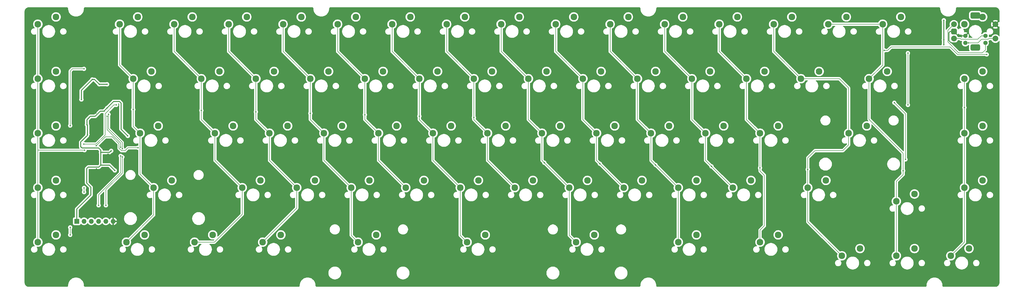
<source format=gbr>
%TF.GenerationSoftware,KiCad,Pcbnew,8.0.8*%
%TF.CreationDate,2025-02-24T19:32:54-06:00*%
%TF.ProjectId,kb,6b622e6b-6963-4616-945f-706362585858,rev?*%
%TF.SameCoordinates,Original*%
%TF.FileFunction,Copper,L1,Top*%
%TF.FilePolarity,Positive*%
%FSLAX46Y46*%
G04 Gerber Fmt 4.6, Leading zero omitted, Abs format (unit mm)*
G04 Created by KiCad (PCBNEW 8.0.8) date 2025-02-24 19:32:54*
%MOMM*%
%LPD*%
G01*
G04 APERTURE LIST*
G04 Aperture macros list*
%AMRoundRect*
0 Rectangle with rounded corners*
0 $1 Rounding radius*
0 $2 $3 $4 $5 $6 $7 $8 $9 X,Y pos of 4 corners*
0 Add a 4 corners polygon primitive as box body*
4,1,4,$2,$3,$4,$5,$6,$7,$8,$9,$2,$3,0*
0 Add four circle primitives for the rounded corners*
1,1,$1+$1,$2,$3*
1,1,$1+$1,$4,$5*
1,1,$1+$1,$6,$7*
1,1,$1+$1,$8,$9*
0 Add four rect primitives between the rounded corners*
20,1,$1+$1,$2,$3,$4,$5,0*
20,1,$1+$1,$4,$5,$6,$7,0*
20,1,$1+$1,$6,$7,$8,$9,0*
20,1,$1+$1,$8,$9,$2,$3,0*%
G04 Aperture macros list end*
%TA.AperFunction,ComponentPad*%
%ADD10C,2.300000*%
%TD*%
%TA.AperFunction,ComponentPad*%
%ADD11C,2.000000*%
%TD*%
%TA.AperFunction,ComponentPad*%
%ADD12RoundRect,0.500000X-0.500000X-0.500000X0.500000X-0.500000X0.500000X0.500000X-0.500000X0.500000X0*%
%TD*%
%TA.AperFunction,ComponentPad*%
%ADD13RoundRect,0.550000X-1.150000X-0.550000X1.150000X-0.550000X1.150000X0.550000X-1.150000X0.550000X0*%
%TD*%
%TA.AperFunction,SMDPad,CuDef*%
%ADD14C,1.500000*%
%TD*%
%TA.AperFunction,ComponentPad*%
%ADD15R,1.700000X1.700000*%
%TD*%
%TA.AperFunction,ComponentPad*%
%ADD16O,1.700000X1.700000*%
%TD*%
%TA.AperFunction,ViaPad*%
%ADD17C,0.500000*%
%TD*%
%TA.AperFunction,Conductor*%
%ADD18C,0.300000*%
%TD*%
%TA.AperFunction,Conductor*%
%ADD19C,0.127000*%
%TD*%
%TA.AperFunction,Conductor*%
%ADD20C,0.150000*%
%TD*%
G04 APERTURE END LIST*
D10*
%TO.P,SW30,1,1*%
%TO.N,/COL14*%
X295677500Y-25485000D03*
%TO.P,SW30,2,2*%
%TO.N,Net-(D30-A)*%
X302027500Y-22945000D03*
%TD*%
%TO.P,SW33,1,1*%
%TO.N,/COL1*%
X40883750Y-44535000D03*
%TO.P,SW33,2,2*%
%TO.N,Net-(D33-A)*%
X47233750Y-41995000D03*
%TD*%
%TO.P,SW31,1,1*%
%TO.N,/COL15*%
X329015000Y-25485000D03*
%TO.P,SW31,2,2*%
%TO.N,Net-(D31-A)*%
X335365000Y-22945000D03*
%TD*%
%TO.P,SW56,1,1*%
%TO.N,/COL9*%
X209952500Y-63585000D03*
%TO.P,SW56,2,2*%
%TO.N,Net-(D56-A)*%
X216302500Y-61045000D03*
%TD*%
%TO.P,SW23,1,1*%
%TO.N,/COL7*%
X157565000Y-25485000D03*
%TO.P,SW23,2,2*%
%TO.N,Net-(D23-A)*%
X163915000Y-22945000D03*
%TD*%
%TO.P,SW42,1,1*%
%TO.N,/COL10*%
X219477500Y-44535000D03*
%TO.P,SW42,2,2*%
%TO.N,Net-(D42-A)*%
X225827500Y-41995000D03*
%TD*%
%TO.P,SW54,1,1*%
%TO.N,/COL7*%
X171852500Y-63585000D03*
%TO.P,SW54,2,2*%
%TO.N,Net-(D54-A)*%
X178202500Y-61045000D03*
%TD*%
%TO.P,SW65,1,1*%
%TO.N,/COL3*%
X83746250Y-82635000D03*
%TO.P,SW65,2,2*%
%TO.N,Net-(D65-A)*%
X90096250Y-80095000D03*
%TD*%
%TO.P,SW59,1,1*%
%TO.N,/COL13*%
X274246250Y-63585000D03*
%TO.P,SW59,2,2*%
%TO.N,Net-(D59-A)*%
X280596250Y-61045000D03*
%TD*%
%TO.P,SW6,1,1*%
%TO.N,/COL5*%
X109940000Y-6435000D03*
%TO.P,SW6,2,2*%
%TO.N,Net-(D6-A)*%
X116290000Y-3895000D03*
%TD*%
%TO.P,SW61,1,1*%
%TO.N,/COL15*%
X329015000Y-63585000D03*
%TO.P,SW61,2,2*%
%TO.N,Net-(D61-A)*%
X335365000Y-61045000D03*
%TD*%
%TO.P,SW43,1,1*%
%TO.N,/COL11*%
X238527500Y-44535000D03*
%TO.P,SW43,2,2*%
%TO.N,Net-(D43-A)*%
X244877500Y-41995000D03*
%TD*%
%TO.P,SW48,1,1*%
%TO.N,/COL1*%
X45646250Y-63585000D03*
%TO.P,SW48,2,2*%
%TO.N,Net-(D48-A)*%
X51996250Y-61045000D03*
%TD*%
%TO.P,SW17,1,1*%
%TO.N,/COL1*%
X38502500Y-25485000D03*
%TO.P,SW17,2,2*%
%TO.N,Net-(D17-A)*%
X44852500Y-22945000D03*
%TD*%
%TO.P,SW71,1,1*%
%TO.N,/COL13*%
X286152500Y-87397500D03*
%TO.P,SW71,2,2*%
%TO.N,Net-(D71-A)*%
X292502500Y-84857500D03*
%TD*%
%TO.P,SW35,1,1*%
%TO.N,/COL3*%
X86127500Y-44535000D03*
%TO.P,SW35,2,2*%
%TO.N,Net-(D35-A)*%
X92477500Y-41995000D03*
%TD*%
%TO.P,SW51,1,1*%
%TO.N,/COL4*%
X114702500Y-63585000D03*
%TO.P,SW51,2,2*%
%TO.N,Net-(D51-A)*%
X121052500Y-61045000D03*
%TD*%
%TO.P,SW69,1,1*%
%TO.N,/COL10*%
X229002500Y-82635000D03*
%TO.P,SW69,2,2*%
%TO.N,Net-(D69-A)*%
X235352500Y-80095000D03*
%TD*%
%TO.P,SW32,1,1*%
%TO.N,/COL0*%
X5165000Y-44535000D03*
%TO.P,SW32,2,2*%
%TO.N,Net-(D32-A)*%
X11515000Y-41995000D03*
%TD*%
%TO.P,SW70,1,1*%
%TO.N,/COL12*%
X257577500Y-82635000D03*
%TO.P,SW70,2,2*%
%TO.N,Net-(D70-A)*%
X263927500Y-80095000D03*
%TD*%
%TO.P,SW68,1,1*%
%TO.N,/COL8*%
X193283750Y-82635000D03*
%TO.P,SW68,2,2*%
%TO.N,Net-(D68-A)*%
X199633750Y-80095000D03*
%TD*%
%TO.P,SW73,1,1*%
%TO.N,/COL15*%
X324252500Y-87397500D03*
%TO.P,SW73,2,2*%
%TO.N,Net-(D73-A)*%
X330602500Y-84857500D03*
%TD*%
%TO.P,SW10,1,1*%
%TO.N,/COL9*%
X186140000Y-6435000D03*
%TO.P,SW10,2,2*%
%TO.N,Net-(D10-A)*%
X192490000Y-3895000D03*
%TD*%
D11*
%TO.P,SW76,A,A*%
%TO.N,/Matrix/A*%
X325325000Y-6475000D03*
%TO.P,SW76,B,B*%
%TO.N,/Matrix/B*%
X325325000Y-11475000D03*
D12*
%TO.P,SW76,C,C*%
%TO.N,GND*%
X325325000Y-8975000D03*
D13*
%TO.P,SW76,MP,MP*%
%TO.N,/Matrix/SW77*%
X332825000Y-3375000D03*
X332825000Y-14575000D03*
D11*
%TO.P,SW76,S1,S1*%
%TO.N,/Matrix/S1*%
X339825000Y-11475000D03*
%TO.P,SW76,S2,S2*%
%TO.N,GND*%
X339825000Y-6475000D03*
%TD*%
D10*
%TO.P,SW5,1,1*%
%TO.N,/COL4*%
X90890000Y-6435000D03*
%TO.P,SW5,2,2*%
%TO.N,Net-(D5-A)*%
X97240000Y-3895000D03*
%TD*%
%TO.P,SW44,1,1*%
%TO.N,/COL12*%
X257577500Y-44535000D03*
%TO.P,SW44,2,2*%
%TO.N,Net-(D44-A)*%
X263927500Y-41995000D03*
%TD*%
%TO.P,SW25,1,1*%
%TO.N,/COL9*%
X195665000Y-25485000D03*
%TO.P,SW25,2,2*%
%TO.N,Net-(D25-A)*%
X202015000Y-22945000D03*
%TD*%
%TO.P,SW26,1,1*%
%TO.N,/COL10*%
X214715000Y-25485000D03*
%TO.P,SW26,2,2*%
%TO.N,Net-(D26-A)*%
X221065000Y-22945000D03*
%TD*%
%TO.P,SW12,1,1*%
%TO.N,/COL11*%
X224240000Y-6435000D03*
%TO.P,SW12,2,2*%
%TO.N,Net-(D12-A)*%
X230590000Y-3895000D03*
%TD*%
%TO.P,SW52,1,1*%
%TO.N,/COL5*%
X133752500Y-63585000D03*
%TO.P,SW52,2,2*%
%TO.N,Net-(D52-A)*%
X140102500Y-61045000D03*
%TD*%
%TO.P,SW67,1,1*%
%TO.N,/COL6*%
X155183750Y-82635000D03*
%TO.P,SW67,2,2*%
%TO.N,Net-(D67-A)*%
X161533750Y-80095000D03*
%TD*%
%TO.P,SW63,1,1*%
%TO.N,/COL1*%
X36121250Y-82635000D03*
%TO.P,SW63,2,2*%
%TO.N,Net-(D63-A)*%
X42471250Y-80095000D03*
%TD*%
%TO.P,SW38,1,1*%
%TO.N,/COL6*%
X143277500Y-44535000D03*
%TO.P,SW38,2,2*%
%TO.N,Net-(D38-A)*%
X149627500Y-41995000D03*
%TD*%
%TO.P,SW39,1,1*%
%TO.N,/COL7*%
X162327500Y-44535000D03*
%TO.P,SW39,2,2*%
%TO.N,Net-(D39-A)*%
X168677500Y-41995000D03*
%TD*%
%TO.P,SW41,1,1*%
%TO.N,/COL9*%
X200427500Y-44535000D03*
%TO.P,SW41,2,2*%
%TO.N,Net-(D41-A)*%
X206777500Y-41995000D03*
%TD*%
%TO.P,SW47,1,1*%
%TO.N,/COL0*%
X5165000Y-63585000D03*
%TO.P,SW47,2,2*%
%TO.N,Net-(D47-A)*%
X11515000Y-61045000D03*
%TD*%
%TO.P,SW1,1,1*%
%TO.N,/COL0*%
X5165000Y-6435000D03*
%TO.P,SW1,2,2*%
%TO.N,Net-(D1-A)*%
X11515000Y-3895000D03*
%TD*%
%TO.P,SW16,1,1*%
%TO.N,/COL0*%
X5165000Y-25485000D03*
%TO.P,SW16,2,2*%
%TO.N,Net-(D16-A)*%
X11515000Y-22945000D03*
%TD*%
%TO.P,SW57,1,1*%
%TO.N,/COL10*%
X229002500Y-63585000D03*
%TO.P,SW57,2,2*%
%TO.N,Net-(D57-A)*%
X235352500Y-61045000D03*
%TD*%
%TO.P,SW4,1,1*%
%TO.N,/COL3*%
X71840000Y-6435000D03*
%TO.P,SW4,2,2*%
%TO.N,Net-(D4-A)*%
X78190000Y-3895000D03*
%TD*%
%TO.P,SW20,1,1*%
%TO.N,/COL4*%
X100415000Y-25485000D03*
%TO.P,SW20,2,2*%
%TO.N,Net-(D20-A)*%
X106765000Y-22945000D03*
%TD*%
%TO.P,SW79,1,1*%
%TO.N,/COL14*%
X300440000Y-6435000D03*
%TO.P,SW79,2,2*%
%TO.N,Net-(D77-A)*%
X306790000Y-3895000D03*
%TD*%
%TO.P,SW24,1,1*%
%TO.N,/COL8*%
X176615000Y-25485000D03*
%TO.P,SW24,2,2*%
%TO.N,Net-(D24-A)*%
X182965000Y-22945000D03*
%TD*%
%TO.P,SW64,1,1*%
%TO.N,/COL2*%
X59933750Y-82635000D03*
%TO.P,SW64,2,2*%
%TO.N,Net-(D64-A)*%
X66283750Y-80095000D03*
%TD*%
%TO.P,SW21,1,1*%
%TO.N,/COL5*%
X119465000Y-25485000D03*
%TO.P,SW21,2,2*%
%TO.N,Net-(D21-A)*%
X125815000Y-22945000D03*
%TD*%
D14*
%TO.P,SW78,A,A*%
%TO.N,/Matrix/A*%
X336325000Y-12975000D03*
%TO.P,SW78,B,B*%
%TO.N,/Matrix/B*%
X336325000Y-10475000D03*
%TO.P,SW78,C,C*%
%TO.N,GND*%
X329325000Y-10475000D03*
%TO.P,SW78,S,S*%
%TO.N,/Matrix/S1*%
X329325000Y-12975000D03*
%TD*%
D10*
%TO.P,SW27,1,1*%
%TO.N,/COL11*%
X233765000Y-25485000D03*
%TO.P,SW27,2,2*%
%TO.N,Net-(D27-A)*%
X240115000Y-22945000D03*
%TD*%
%TO.P,SW29,1,1*%
%TO.N,/COL13*%
X271865000Y-25485000D03*
%TO.P,SW29,2,2*%
%TO.N,Net-(D29-A)*%
X278215000Y-22945000D03*
%TD*%
%TO.P,SW2,1,1*%
%TO.N,/COL1*%
X33740000Y-6435000D03*
%TO.P,SW2,2,2*%
%TO.N,Net-(D2-A)*%
X40090000Y-3895000D03*
%TD*%
%TO.P,SW28,1,1*%
%TO.N,/COL12*%
X252815000Y-25485000D03*
%TO.P,SW28,2,2*%
%TO.N,Net-(D28-A)*%
X259165000Y-22945000D03*
%TD*%
%TO.P,SW77,1,1*%
%TO.N,/COL15*%
X329015000Y-6435000D03*
%TO.P,SW77,2,2*%
%TO.N,/Matrix/SW77*%
X335365000Y-3895000D03*
%TD*%
%TO.P,SW19,1,1*%
%TO.N,/COL3*%
X81365000Y-25485000D03*
%TO.P,SW19,2,2*%
%TO.N,Net-(D19-A)*%
X87715000Y-22945000D03*
%TD*%
%TO.P,SW8,1,1*%
%TO.N,/COL7*%
X148040000Y-6435000D03*
%TO.P,SW8,2,2*%
%TO.N,Net-(D8-A)*%
X154390000Y-3895000D03*
%TD*%
%TO.P,SW9,1,1*%
%TO.N,/COL8*%
X167090000Y-6435000D03*
%TO.P,SW9,2,2*%
%TO.N,Net-(D9-A)*%
X173440000Y-3895000D03*
%TD*%
%TO.P,SW72,1,1*%
%TO.N,/COL14*%
X305202500Y-87397500D03*
%TO.P,SW72,2,2*%
%TO.N,Net-(D72-A)*%
X311552500Y-84857500D03*
%TD*%
%TO.P,SW60,1,1*%
%TO.N,/COL14*%
X305202500Y-68335000D03*
%TO.P,SW60,2,2*%
%TO.N,Net-(D60-A)*%
X311552500Y-65795000D03*
%TD*%
%TO.P,SW7,1,1*%
%TO.N,/COL6*%
X128990000Y-6435000D03*
%TO.P,SW7,2,2*%
%TO.N,Net-(D7-A)*%
X135340000Y-3895000D03*
%TD*%
%TO.P,SW18,1,1*%
%TO.N,/COL2*%
X62315000Y-25485000D03*
%TO.P,SW18,2,2*%
%TO.N,Net-(D18-A)*%
X68665000Y-22945000D03*
%TD*%
%TO.P,SW62,1,1*%
%TO.N,/COL0*%
X5165000Y-82635000D03*
%TO.P,SW62,2,2*%
%TO.N,Net-(D62-A)*%
X11515000Y-80095000D03*
%TD*%
%TO.P,SW3,1,1*%
%TO.N,/COL2*%
X52790000Y-6435000D03*
%TO.P,SW3,2,2*%
%TO.N,Net-(D3-A)*%
X59140000Y-3895000D03*
%TD*%
%TO.P,SW34,1,1*%
%TO.N,/COL2*%
X67077500Y-44535000D03*
%TO.P,SW34,2,2*%
%TO.N,Net-(D34-A)*%
X73427500Y-41995000D03*
%TD*%
%TO.P,SW53,1,1*%
%TO.N,/COL6*%
X152802500Y-63585000D03*
%TO.P,SW53,2,2*%
%TO.N,Net-(D53-A)*%
X159152500Y-61045000D03*
%TD*%
%TO.P,SW58,1,1*%
%TO.N,/COL11*%
X248052500Y-63585000D03*
%TO.P,SW58,2,2*%
%TO.N,Net-(D58-A)*%
X254402500Y-61045000D03*
%TD*%
%TO.P,SW40,1,1*%
%TO.N,/COL8*%
X181377500Y-44535000D03*
%TO.P,SW40,2,2*%
%TO.N,Net-(D40-A)*%
X187727500Y-41995000D03*
%TD*%
%TO.P,SW50,1,1*%
%TO.N,/COL3*%
X95652500Y-63585000D03*
%TO.P,SW50,2,2*%
%TO.N,Net-(D50-A)*%
X102002500Y-61045000D03*
%TD*%
%TO.P,SW55,1,1*%
%TO.N,/COL8*%
X190902500Y-63585000D03*
%TO.P,SW55,2,2*%
%TO.N,Net-(D55-A)*%
X197252500Y-61045000D03*
%TD*%
%TO.P,SW66,1,1*%
%TO.N,/COL4*%
X117083750Y-82635000D03*
%TO.P,SW66,2,2*%
%TO.N,Net-(D66-A)*%
X123433750Y-80095000D03*
%TD*%
%TO.P,SW46,1,1*%
%TO.N,/COL15*%
X329015000Y-44535000D03*
%TO.P,SW46,2,2*%
%TO.N,Net-(D46-A)*%
X335365000Y-41995000D03*
%TD*%
%TO.P,SW49,1,1*%
%TO.N,/COL2*%
X76602500Y-63585000D03*
%TO.P,SW49,2,2*%
%TO.N,Net-(D49-A)*%
X82952500Y-61045000D03*
%TD*%
%TO.P,SW15,1,1*%
%TO.N,/COL14*%
X281390000Y-6435000D03*
%TO.P,SW15,2,2*%
%TO.N,Net-(D15-A)*%
X287740000Y-3895000D03*
%TD*%
%TO.P,SW14,1,1*%
%TO.N,/COL13*%
X262340000Y-6435000D03*
%TO.P,SW14,2,2*%
%TO.N,Net-(D14-A)*%
X268690000Y-3895000D03*
%TD*%
%TO.P,SW11,1,1*%
%TO.N,/COL10*%
X205190000Y-6435000D03*
%TO.P,SW11,2,2*%
%TO.N,Net-(D11-A)*%
X211540000Y-3895000D03*
%TD*%
%TO.P,SW45,1,1*%
%TO.N,/COL13*%
X288533750Y-44535000D03*
%TO.P,SW45,2,2*%
%TO.N,Net-(D45-A)*%
X294883750Y-41995000D03*
%TD*%
%TO.P,SW22,1,1*%
%TO.N,/COL6*%
X138515000Y-25485000D03*
%TO.P,SW22,2,2*%
%TO.N,Net-(D22-A)*%
X144865000Y-22945000D03*
%TD*%
%TO.P,SW36,1,1*%
%TO.N,/COL4*%
X105177500Y-44535000D03*
%TO.P,SW36,2,2*%
%TO.N,Net-(D36-A)*%
X111527500Y-41995000D03*
%TD*%
%TO.P,SW13,1,1*%
%TO.N,/COL12*%
X243290000Y-6435000D03*
%TO.P,SW13,2,2*%
%TO.N,Net-(D13-A)*%
X249640000Y-3895000D03*
%TD*%
%TO.P,SW37,1,1*%
%TO.N,/COL5*%
X124227500Y-44535000D03*
%TO.P,SW37,2,2*%
%TO.N,Net-(D37-A)*%
X130577500Y-41995000D03*
%TD*%
D15*
%TO.P,J1,1,Pin_1*%
%TO.N,+3V3*%
X18775000Y-75325000D03*
D16*
%TO.P,J1,2,Pin_2*%
%TO.N,Net-(J1-Pin_2)*%
X21315000Y-75325000D03*
%TO.P,J1,3,Pin_3*%
%TO.N,Net-(J1-Pin_3)*%
X23855000Y-75325000D03*
%TO.P,J1,4,Pin_4*%
%TO.N,Net-(J1-Pin_4)*%
X26395000Y-75325000D03*
%TO.P,J1,5,Pin_5*%
%TO.N,Net-(J1-Pin_5)*%
X28935000Y-75325000D03*
%TO.P,J1,6,Pin_6*%
%TO.N,GND*%
X31475000Y-75325000D03*
%TD*%
D17*
%TO.N,GND*%
X23750000Y-39800000D03*
X25675000Y-57025000D03*
X20000000Y-26550000D03*
X34375000Y-60225000D03*
X29700000Y-51850000D03*
X23250000Y-45500000D03*
X24450000Y-30300000D03*
X20925000Y-54675000D03*
X27200000Y-35800000D03*
X26650000Y-24900000D03*
X33225000Y-61675000D03*
X37700000Y-43300000D03*
X25500000Y-37500000D03*
X25150000Y-34850000D03*
X36600000Y-42200000D03*
X19950000Y-35950000D03*
X26150000Y-54000000D03*
X327000000Y-12950000D03*
X317800000Y-9600000D03*
X317800000Y-7350000D03*
X19750000Y-20450000D03*
X31600000Y-50150000D03*
X25150000Y-33250000D03*
X21300000Y-42700000D03*
%TO.N,+3V3*%
X321775000Y-13650000D03*
X24175000Y-25775000D03*
X321800000Y-5050000D03*
X26650000Y-27450000D03*
X22500000Y-44950000D03*
X27200000Y-51300000D03*
X32050000Y-57550000D03*
X30800000Y-50700000D03*
X28323008Y-36873008D03*
X36600000Y-45500000D03*
X321800000Y-11900000D03*
X29375000Y-27450000D03*
X29375000Y-35725000D03*
X22350000Y-41600000D03*
X20400000Y-32750000D03*
%TO.N,/ROW0*%
X336800000Y-17000000D03*
X301000000Y-15600000D03*
%TO.N,/ROW1*%
X309250000Y-16550000D03*
X309250000Y-34675000D03*
X21275000Y-48375000D03*
X32575000Y-34675000D03*
%TO.N,/ROW2*%
X40200000Y-49650000D03*
X304500000Y-33900000D03*
X25592915Y-48958703D03*
X308400000Y-53725000D03*
%TO.N,/ROW4*%
X16475000Y-77475000D03*
X16475000Y-80075000D03*
%TO.N,/BOOT0*%
X21300000Y-22050000D03*
X16475000Y-41875000D03*
%TO.N,/SWDIO*%
X21315000Y-65115000D03*
X21325000Y-63675000D03*
%TO.N,/USART2_TX_DEBUG*%
X34075000Y-52500000D03*
X34075000Y-49450000D03*
X26395000Y-69750000D03*
X29361500Y-38575000D03*
%TO.N,/USART2_RX_DEBUG*%
X34675000Y-50000000D03*
X29875000Y-37975000D03*
X28950000Y-69750000D03*
X34679647Y-52852711D03*
%TO.N,/COL0*%
X21475000Y-50488500D03*
%TO.N,/COL2*%
X62315000Y-36575000D03*
%TO.N,/COL3*%
X81365000Y-37075000D03*
%TO.N,/COL4*%
X100415000Y-37575000D03*
%TO.N,/COL5*%
X119465000Y-38075000D03*
%TO.N,/COL6*%
X138515000Y-38575000D03*
%TO.N,/COL7*%
X157565000Y-39075000D03*
%TO.N,/COL8*%
X182183750Y-54866250D03*
%TO.N,/COL9*%
X201558750Y-55191250D03*
%TO.N,/COL10*%
X221083750Y-55666250D03*
%TO.N,/COL11*%
X240608750Y-56141250D03*
%TO.N,/COL12*%
X257577500Y-56675000D03*
%TO.N,/COL1*%
X38502500Y-36261500D03*
%TO.N,/COL13*%
X274246250Y-57200000D03*
%TO.N,/COL14*%
X307600000Y-57641250D03*
%TO.N,/COL15*%
X329015000Y-35575000D03*
%TO.N,/Matrix/S1*%
X330400000Y-13000000D03*
%TD*%
D18*
%TO.N,+3V3*%
X32050000Y-57550000D02*
X30200000Y-55700000D01*
X30200000Y-55700000D02*
X27200000Y-55700000D01*
%TO.N,GND*%
X324025000Y-8975000D02*
X325325000Y-8975000D01*
X323613500Y-9386500D02*
X324025000Y-8975000D01*
X329325000Y-10475000D02*
X326825000Y-10475000D01*
X327000000Y-12950000D02*
X324350000Y-12950000D01*
X326825000Y-10475000D02*
X325325000Y-8975000D01*
X324350000Y-12950000D02*
X323613500Y-12213500D01*
X323613500Y-12213500D02*
X323613500Y-9386500D01*
%TO.N,+3V3*%
X20400000Y-29550000D02*
X24175000Y-25775000D01*
X23700000Y-66150000D02*
X23700000Y-63400000D01*
X22500000Y-45300000D02*
X22500000Y-44950000D01*
X22750000Y-56400000D02*
X22250000Y-56900000D01*
X30250000Y-51250000D02*
X27250000Y-51250000D01*
X18775000Y-75325000D02*
X18775000Y-71075000D01*
X34275000Y-43175000D02*
X36600000Y-45500000D01*
X27200000Y-55700000D02*
X26500000Y-56400000D01*
X26650000Y-27450000D02*
X29375000Y-27450000D01*
X29375000Y-35725000D02*
X31625000Y-33475000D01*
X321800000Y-13625000D02*
X321775000Y-13650000D01*
X27250000Y-51250000D02*
X27200000Y-51300000D01*
X22500000Y-41750000D02*
X22350000Y-41600000D01*
X22500000Y-44950000D02*
X22500000Y-41750000D01*
X23550000Y-38650000D02*
X22350000Y-39850000D01*
X20175000Y-49275000D02*
X20175000Y-47625000D01*
X26400000Y-49700000D02*
X20600000Y-49700000D01*
X22250000Y-56900000D02*
X22250000Y-61950000D01*
X24175000Y-25775000D02*
X24975000Y-25775000D01*
X24975000Y-25775000D02*
X26650000Y-27450000D01*
X26500000Y-56400000D02*
X22750000Y-56400000D01*
X33675000Y-33475000D02*
X34275000Y-34075000D01*
X27200000Y-50500000D02*
X26400000Y-49700000D01*
X22250000Y-61950000D02*
X23700000Y-63400000D01*
X28323008Y-36776992D02*
X29375000Y-35725000D01*
X20175000Y-47625000D02*
X22500000Y-45300000D01*
X27200000Y-51300000D02*
X27200000Y-50500000D01*
X20400000Y-32750000D02*
X20400000Y-29550000D01*
X28323008Y-36873008D02*
X28323008Y-36776992D01*
X34275000Y-34075000D02*
X34275000Y-43175000D01*
X28323008Y-36873008D02*
X26975521Y-36873008D01*
X18775000Y-71075000D02*
X23700000Y-66150000D01*
X25198529Y-38650000D02*
X23550000Y-38650000D01*
X321800000Y-11900000D02*
X321800000Y-13625000D01*
X321800000Y-5050000D02*
X321800000Y-11900000D01*
X31625000Y-33475000D02*
X33675000Y-33475000D01*
X30800000Y-50700000D02*
X30250000Y-51250000D01*
X27200000Y-51300000D02*
X27200000Y-55700000D01*
X20600000Y-49700000D02*
X20175000Y-49275000D01*
X22350000Y-39850000D02*
X22350000Y-41600000D01*
X26975521Y-36873008D02*
X25198529Y-38650000D01*
D19*
%TO.N,/ROW0*%
X303400000Y-14400000D02*
X324000000Y-14400000D01*
X324000000Y-14400000D02*
X326600000Y-17000000D01*
X336800000Y-17000000D02*
X326600000Y-17000000D01*
X302200000Y-15600000D02*
X303400000Y-14400000D01*
X302200000Y-15600000D02*
X301000000Y-15600000D01*
D20*
%TO.N,/ROW1*%
X28675000Y-37775000D02*
X28675000Y-45188604D01*
X32575000Y-34675000D02*
X31775000Y-34675000D01*
X28675000Y-45188604D02*
X25488604Y-48375000D01*
X31775000Y-34675000D02*
X28675000Y-37775000D01*
X25488604Y-48375000D02*
X21275000Y-48375000D01*
D19*
X309250000Y-16550000D02*
X309250000Y-34675000D01*
%TO.N,/ROW2*%
X35625000Y-50675000D02*
X34425000Y-50675000D01*
X308400000Y-37800000D02*
X308400000Y-53725000D01*
X34425000Y-50675000D02*
X33550000Y-49800000D01*
X304500000Y-33900000D02*
X308400000Y-37800000D01*
X36650000Y-49650000D02*
X35625000Y-50675000D01*
X33550000Y-49800000D02*
X33550000Y-48150000D01*
X33550000Y-48150000D02*
X31200000Y-45800000D01*
X40200000Y-49650000D02*
X36650000Y-49650000D01*
X28751618Y-45800000D02*
X25592915Y-48958703D01*
X31200000Y-45800000D02*
X28751618Y-45800000D01*
%TO.N,/ROW4*%
X16475000Y-77475000D02*
X16475000Y-80075000D01*
%TO.N,/BOOT0*%
X17250000Y-22050000D02*
X16475000Y-22825000D01*
X16475000Y-22825000D02*
X16475000Y-41875000D01*
X21300000Y-22050000D02*
X17250000Y-22050000D01*
%TO.N,/SWDIO*%
X21315000Y-65115000D02*
X21315000Y-63685000D01*
X21315000Y-63685000D02*
X21325000Y-63675000D01*
%TO.N,/USART2_TX_DEBUG*%
X34075000Y-49450000D02*
X34075000Y-47975000D01*
X26395000Y-69750000D02*
X26395000Y-66055000D01*
X26395000Y-66055000D02*
X34075000Y-58375000D01*
X34075000Y-47975000D02*
X29375000Y-43275000D01*
X34075000Y-58375000D02*
X34075000Y-52500000D01*
X29375000Y-43275000D02*
X29375000Y-38588500D01*
X29375000Y-38588500D02*
X29361500Y-38575000D01*
%TO.N,/USART2_RX_DEBUG*%
X29875000Y-42975000D02*
X29875000Y-37975000D01*
X34675000Y-50000000D02*
X34675000Y-47775000D01*
X34675000Y-47775000D02*
X29875000Y-42975000D01*
X34679647Y-58470353D02*
X34679647Y-52852711D01*
X28950000Y-64200000D02*
X34679647Y-58470353D01*
X28950000Y-69750000D02*
X28950000Y-64200000D01*
D20*
%TO.N,/COL0*%
X5165000Y-50475000D02*
X5165000Y-82635000D01*
D19*
X21475000Y-50488500D02*
X5178500Y-50488500D01*
X5178500Y-50488500D02*
X5165000Y-50475000D01*
D20*
X5165000Y-6435000D02*
X5165000Y-50475000D01*
%TO.N,/COL2*%
X76602500Y-63585000D02*
X76602500Y-72897500D01*
X62315000Y-36575000D02*
X62315000Y-39772500D01*
X52790000Y-15960000D02*
X62315000Y-25485000D01*
X76602500Y-72897500D02*
X66865000Y-82635000D01*
X66865000Y-82635000D02*
X59933750Y-82635000D01*
X67077500Y-54060000D02*
X76602500Y-63585000D01*
X52790000Y-6435000D02*
X52790000Y-15960000D01*
X67077500Y-44535000D02*
X67077500Y-54060000D01*
X62315000Y-25485000D02*
X62315000Y-36575000D01*
X62315000Y-39772500D02*
X67077500Y-44535000D01*
%TO.N,/COL3*%
X71840000Y-15960000D02*
X81365000Y-25485000D01*
X86127500Y-54060000D02*
X95652500Y-63585000D01*
X95652500Y-63585000D02*
X95652500Y-70728750D01*
X81365000Y-39772500D02*
X86127500Y-44535000D01*
X86127500Y-54060000D02*
X86127500Y-44535000D01*
X71840000Y-6435000D02*
X71840000Y-15960000D01*
X81365000Y-25485000D02*
X81365000Y-37075000D01*
X81365000Y-37075000D02*
X81365000Y-39772500D01*
X95652500Y-70728750D02*
X83746250Y-82635000D01*
%TO.N,/COL4*%
X105177500Y-54060000D02*
X114702500Y-63585000D01*
X114702500Y-80253750D02*
X117083750Y-82635000D01*
X105177500Y-44535000D02*
X105177500Y-54060000D01*
X100415000Y-39772500D02*
X105177500Y-44535000D01*
X100415000Y-37575000D02*
X100415000Y-39772500D01*
X90890000Y-15960000D02*
X100415000Y-25485000D01*
X100415000Y-25485000D02*
X100415000Y-37575000D01*
X90890000Y-6435000D02*
X90890000Y-15960000D01*
X114702500Y-63585000D02*
X114702500Y-80253750D01*
%TO.N,/COL5*%
X124227500Y-54060000D02*
X133752500Y-63585000D01*
X119465000Y-38075000D02*
X119465000Y-39772500D01*
X124227500Y-44535000D02*
X124227500Y-54060000D01*
X109940000Y-15960000D02*
X119465000Y-25485000D01*
X109940000Y-6435000D02*
X109940000Y-15960000D01*
X119465000Y-25485000D02*
X119465000Y-38075000D01*
X119465000Y-39772500D02*
X124227500Y-44535000D01*
%TO.N,/COL6*%
X128990000Y-15960000D02*
X138515000Y-25485000D01*
X143277500Y-44535000D02*
X143277500Y-54060000D01*
X143277500Y-54060000D02*
X152802500Y-63585000D01*
X138515000Y-39772500D02*
X143277500Y-44535000D01*
X138515000Y-25485000D02*
X138515000Y-38575000D01*
X152802500Y-80253750D02*
X155183750Y-82635000D01*
X138515000Y-38575000D02*
X138515000Y-39772500D01*
X128990000Y-6435000D02*
X128990000Y-15960000D01*
X152802500Y-63585000D02*
X152802500Y-80253750D01*
%TO.N,/COL7*%
X157565000Y-39772500D02*
X162327500Y-44535000D01*
X162327500Y-44535000D02*
X162327500Y-54060000D01*
X148040000Y-15960000D02*
X157565000Y-25485000D01*
X162327500Y-54060000D02*
X171852500Y-63585000D01*
X157565000Y-39075000D02*
X157565000Y-39772500D01*
X148040000Y-6435000D02*
X148040000Y-15960000D01*
X157565000Y-25485000D02*
X157565000Y-39075000D01*
%TO.N,/COL8*%
X182183750Y-54866250D02*
X190902500Y-63585000D01*
X181377500Y-44535000D02*
X181377500Y-54060000D01*
X167090000Y-15960000D02*
X176615000Y-25485000D01*
X176615000Y-25485000D02*
X176615000Y-39772500D01*
X190902500Y-63585000D02*
X190902500Y-80253750D01*
X181377500Y-54060000D02*
X182183750Y-54866250D01*
X167090000Y-6435000D02*
X167090000Y-15960000D01*
X176615000Y-39772500D02*
X181377500Y-44535000D01*
X190902500Y-80253750D02*
X193283750Y-82635000D01*
%TO.N,/COL9*%
X200427500Y-54060000D02*
X209952500Y-63585000D01*
X195665000Y-25485000D02*
X195665000Y-39772500D01*
X186140000Y-15960000D02*
X195665000Y-25485000D01*
X195665000Y-39772500D02*
X200427500Y-44535000D01*
X200427500Y-44535000D02*
X200427500Y-54060000D01*
X186140000Y-6435000D02*
X186140000Y-15960000D01*
%TO.N,/COL10*%
X219477500Y-54060000D02*
X219477500Y-44535000D01*
X214715000Y-25485000D02*
X214715000Y-39772500D01*
X221083750Y-55666250D02*
X229002500Y-63585000D01*
X214715000Y-39772500D02*
X219477500Y-44535000D01*
X205190000Y-6435000D02*
X205190000Y-15960000D01*
X205190000Y-15960000D02*
X214715000Y-25485000D01*
X229002500Y-63585000D02*
X229002500Y-82635000D01*
X221083750Y-55666250D02*
X219477500Y-54060000D01*
%TO.N,/COL11*%
X233765000Y-39772500D02*
X238527500Y-44535000D01*
X224240000Y-15960000D02*
X233765000Y-25485000D01*
X238527500Y-54060000D02*
X238527500Y-44535000D01*
X233765000Y-25485000D02*
X233765000Y-39772500D01*
X240608750Y-56141250D02*
X238527500Y-54060000D01*
X224240000Y-6435000D02*
X224240000Y-15960000D01*
X240608750Y-56141250D02*
X248052500Y-63585000D01*
%TO.N,/COL12*%
X257577500Y-78422500D02*
X257577500Y-82635000D01*
X257577500Y-57727500D02*
X259100000Y-59250000D01*
X243290000Y-6435000D02*
X243290000Y-15960000D01*
X259100000Y-59250000D02*
X259100000Y-76900000D01*
X257577500Y-56675000D02*
X257577500Y-57727500D01*
X259100000Y-76900000D02*
X257577500Y-78422500D01*
X243290000Y-15960000D02*
X252815000Y-25485000D01*
X257577500Y-44535000D02*
X257577500Y-56675000D01*
X252815000Y-39772500D02*
X257577500Y-44535000D01*
X252815000Y-25485000D02*
X252815000Y-39772500D01*
%TO.N,/COL1*%
X40883750Y-44535000D02*
X40883750Y-54250000D01*
X40883750Y-58822500D02*
X40883750Y-54325000D01*
X45646250Y-63585000D02*
X40883750Y-58822500D01*
X33740000Y-20722500D02*
X38502500Y-25485000D01*
X45646250Y-63585000D02*
X45646250Y-73110000D01*
X33740000Y-6435000D02*
X33740000Y-20722500D01*
X38502500Y-42153750D02*
X40883750Y-44535000D01*
X38502500Y-36275000D02*
X38502500Y-42153750D01*
X40883750Y-54250000D02*
X40883750Y-54325000D01*
X45646250Y-73110000D02*
X36121250Y-82635000D01*
X38502500Y-25485000D02*
X38502500Y-36275000D01*
%TO.N,/COL13*%
X262340000Y-6435000D02*
X262340000Y-15960000D01*
X274246250Y-75491250D02*
X286152500Y-87397500D01*
X288533750Y-48616250D02*
X286500000Y-50650000D01*
X271865000Y-25485000D02*
X285285000Y-25485000D01*
X286500000Y-50650000D02*
X276750000Y-50650000D01*
X262340000Y-15960000D02*
X271865000Y-25485000D01*
X288533750Y-28733750D02*
X288533750Y-44535000D01*
X276750000Y-50650000D02*
X274246250Y-53153750D01*
X288533750Y-44535000D02*
X288533750Y-48616250D01*
X274246250Y-53153750D02*
X274246250Y-63585000D01*
X274246250Y-63585000D02*
X274246250Y-75491250D01*
X285285000Y-25485000D02*
X288533750Y-28733750D01*
%TO.N,/COL14*%
X305202500Y-61397500D02*
X305202500Y-68335000D01*
X307600000Y-51600000D02*
X307600000Y-59000000D01*
X300440000Y-20722500D02*
X300440000Y-6435000D01*
D19*
X281390000Y-6435000D02*
X300440000Y-6435000D01*
D20*
X305202500Y-68335000D02*
X305202500Y-87397500D01*
X307600000Y-59000000D02*
X305202500Y-61397500D01*
X295677500Y-25485000D02*
X295677500Y-39677500D01*
X295677500Y-39677500D02*
X307600000Y-51600000D01*
X295677500Y-25485000D02*
X300440000Y-20722500D01*
%TO.N,/COL15*%
X329015000Y-44535000D02*
X329015000Y-63585000D01*
X329015000Y-35575000D02*
X329015000Y-44535000D01*
X329015000Y-25485000D02*
X329015000Y-35575000D01*
X329015000Y-82635000D02*
X324252500Y-87397500D01*
X329015000Y-63585000D02*
X329015000Y-82635000D01*
D19*
%TO.N,/Matrix/S1*%
X333725000Y-12975000D02*
X329325000Y-12975000D01*
X339825000Y-11475000D02*
X337525000Y-11475000D01*
X337300000Y-11700000D02*
X335000000Y-11700000D01*
X335000000Y-11700000D02*
X333725000Y-12975000D01*
X329325000Y-12975000D02*
X330375000Y-12975000D01*
X337525000Y-11475000D02*
X337300000Y-11700000D01*
X330375000Y-12975000D02*
X330400000Y-13000000D01*
%TO.N,/Matrix/B*%
X336325000Y-10475000D02*
X334925000Y-10475000D01*
X327810000Y-11730000D02*
X327555000Y-11475000D01*
X333670000Y-11730000D02*
X327810000Y-11730000D01*
X327555000Y-11475000D02*
X325325000Y-11475000D01*
X334925000Y-10475000D02*
X333670000Y-11730000D01*
%TO.N,/Matrix/A*%
X336325000Y-15375000D02*
X335300000Y-16400000D01*
X336325000Y-12975000D02*
X336325000Y-15375000D01*
X323200000Y-12600000D02*
X323200000Y-8600000D01*
X327000000Y-16400000D02*
X323200000Y-12600000D01*
X335300000Y-16400000D02*
X327000000Y-16400000D01*
X323200000Y-8600000D02*
X325325000Y-6475000D01*
%TD*%
%TA.AperFunction,Conductor*%
%TO.N,GND*%
G36*
X27977891Y-37542514D02*
G01*
X27983140Y-37545812D01*
X27995318Y-37553464D01*
X27995321Y-37553465D01*
X28018114Y-37561441D01*
X28074891Y-37602162D01*
X28100639Y-37667114D01*
X28100101Y-37694659D01*
X28099500Y-37699226D01*
X28099500Y-44898862D01*
X28079815Y-44965901D01*
X28063181Y-44986543D01*
X25286543Y-47763181D01*
X25225220Y-47796666D01*
X25198862Y-47799500D01*
X21805450Y-47799500D01*
X21739478Y-47780494D01*
X21602692Y-47694545D01*
X21602691Y-47694544D01*
X21602690Y-47694544D01*
X21443059Y-47638687D01*
X21443058Y-47638686D01*
X21443056Y-47638686D01*
X21373763Y-47630878D01*
X21309350Y-47603811D01*
X21269795Y-47546216D01*
X21267658Y-47476379D01*
X21299965Y-47419979D01*
X23005277Y-45714669D01*
X23076466Y-45608126D01*
X23117881Y-45508140D01*
X23125501Y-45489744D01*
X23146545Y-45383954D01*
X23150500Y-45364071D01*
X23150500Y-45361087D01*
X23150946Y-45359537D01*
X23151097Y-45358009D01*
X23151378Y-45358036D01*
X23169506Y-45295115D01*
X23180456Y-45277690D01*
X23236313Y-45118059D01*
X23251132Y-44986543D01*
X23255249Y-44950002D01*
X23255249Y-44949997D01*
X23236314Y-44781943D01*
X23223417Y-44745088D01*
X23180456Y-44622310D01*
X23169504Y-44604881D01*
X23150500Y-44538911D01*
X23150500Y-41685928D01*
X23125502Y-41560261D01*
X23125501Y-41560260D01*
X23125501Y-41560256D01*
X23098228Y-41494415D01*
X23089570Y-41460849D01*
X23086313Y-41431941D01*
X23030456Y-41272310D01*
X23019504Y-41254881D01*
X23000500Y-41188911D01*
X23000500Y-40170808D01*
X23020185Y-40103769D01*
X23036819Y-40083127D01*
X23783127Y-39336819D01*
X23844450Y-39303334D01*
X23870808Y-39300500D01*
X25262600Y-39300500D01*
X25347144Y-39283682D01*
X25388273Y-39275501D01*
X25506656Y-39226465D01*
X25511365Y-39223318D01*
X25520845Y-39216985D01*
X25582274Y-39175939D01*
X25613198Y-39155277D01*
X27208647Y-37559826D01*
X27269970Y-37526342D01*
X27296328Y-37523508D01*
X27911920Y-37523508D01*
X27977891Y-37542514D01*
G37*
%TD.AperFunction*%
%TA.AperFunction,Conductor*%
G36*
X15256922Y-501280D02*
G01*
X15347266Y-511459D01*
X15374331Y-517636D01*
X15453540Y-545352D01*
X15478553Y-557398D01*
X15549606Y-602043D01*
X15571313Y-619355D01*
X15630644Y-678686D01*
X15647957Y-700395D01*
X15692600Y-771444D01*
X15704648Y-796462D01*
X15732362Y-875666D01*
X15738540Y-902735D01*
X15748720Y-993076D01*
X15749500Y-1006961D01*
X15749500Y-1160198D01*
X15786696Y-1478429D01*
X15786698Y-1478444D01*
X15860582Y-1790180D01*
X15860589Y-1790201D01*
X15970167Y-2091265D01*
X15970170Y-2091271D01*
X16111524Y-2372729D01*
X16113961Y-2377581D01*
X16175912Y-2471773D01*
X16290023Y-2645271D01*
X16495961Y-2890697D01*
X16495969Y-2890706D01*
X16616329Y-3004260D01*
X16729014Y-3110574D01*
X16729020Y-3110579D01*
X16986012Y-3301902D01*
X16986014Y-3301903D01*
X17263486Y-3462102D01*
X17557679Y-3589004D01*
X17864616Y-3680895D01*
X17864624Y-3680896D01*
X17864630Y-3680898D01*
X18042152Y-3712199D01*
X18180145Y-3736532D01*
X18436563Y-3751466D01*
X18499996Y-3755161D01*
X18500000Y-3755161D01*
X18500004Y-3755161D01*
X18560439Y-3751640D01*
X18819855Y-3736532D01*
X19016753Y-3701813D01*
X19135369Y-3680898D01*
X19135372Y-3680896D01*
X19135384Y-3680895D01*
X19442321Y-3589004D01*
X19736514Y-3462102D01*
X20013986Y-3301903D01*
X20270983Y-3110576D01*
X20504031Y-2890706D01*
X20709979Y-2645268D01*
X20886039Y-2377581D01*
X21029833Y-2091264D01*
X21139415Y-1790189D01*
X21189814Y-1577542D01*
X21213301Y-1478444D01*
X21213301Y-1478438D01*
X21213304Y-1478429D01*
X21250500Y-1160198D01*
X21250500Y-1006961D01*
X21251280Y-993077D01*
X21253668Y-971887D01*
X21261459Y-902731D01*
X21267635Y-875670D01*
X21295353Y-796456D01*
X21307396Y-771450D01*
X21352046Y-700389D01*
X21369351Y-678690D01*
X21428690Y-619351D01*
X21450389Y-602046D01*
X21521450Y-557396D01*
X21546456Y-545353D01*
X21625670Y-517635D01*
X21652733Y-511459D01*
X21715419Y-504396D01*
X21743079Y-501280D01*
X21756962Y-500500D01*
X21815892Y-500500D01*
X100909108Y-500500D01*
X100968038Y-500500D01*
X100981922Y-501280D01*
X101072266Y-511459D01*
X101099331Y-517636D01*
X101178540Y-545352D01*
X101203553Y-557398D01*
X101274606Y-602043D01*
X101296313Y-619355D01*
X101355644Y-678686D01*
X101372957Y-700395D01*
X101417600Y-771444D01*
X101429648Y-796462D01*
X101457362Y-875666D01*
X101463540Y-902735D01*
X101473720Y-993076D01*
X101474500Y-1006961D01*
X101474500Y-1160198D01*
X101511696Y-1478429D01*
X101511698Y-1478444D01*
X101585582Y-1790180D01*
X101585589Y-1790201D01*
X101695167Y-2091265D01*
X101695170Y-2091271D01*
X101836524Y-2372729D01*
X101838961Y-2377581D01*
X101900912Y-2471773D01*
X102015023Y-2645271D01*
X102220961Y-2890697D01*
X102220969Y-2890706D01*
X102341329Y-3004260D01*
X102454014Y-3110574D01*
X102454020Y-3110579D01*
X102711012Y-3301902D01*
X102711014Y-3301903D01*
X102988486Y-3462102D01*
X103282679Y-3589004D01*
X103589616Y-3680895D01*
X103589624Y-3680896D01*
X103589630Y-3680898D01*
X103767152Y-3712199D01*
X103905145Y-3736532D01*
X104161563Y-3751466D01*
X104224996Y-3755161D01*
X104225000Y-3755161D01*
X104225004Y-3755161D01*
X104285439Y-3751640D01*
X104544855Y-3736532D01*
X104741753Y-3701813D01*
X104860369Y-3680898D01*
X104860372Y-3680896D01*
X104860384Y-3680895D01*
X105167321Y-3589004D01*
X105461514Y-3462102D01*
X105738986Y-3301903D01*
X105995983Y-3110576D01*
X106229031Y-2890706D01*
X106434979Y-2645268D01*
X106611039Y-2377581D01*
X106754833Y-2091264D01*
X106864415Y-1790189D01*
X106914814Y-1577542D01*
X106938301Y-1478444D01*
X106938301Y-1478438D01*
X106938304Y-1478429D01*
X106975500Y-1160198D01*
X106975500Y-1006961D01*
X106976280Y-993077D01*
X106978668Y-971887D01*
X106986459Y-902731D01*
X106992635Y-875670D01*
X107020353Y-796456D01*
X107032396Y-771450D01*
X107077046Y-700389D01*
X107094351Y-678690D01*
X107153690Y-619351D01*
X107175389Y-602046D01*
X107246450Y-557396D01*
X107271456Y-545353D01*
X107350670Y-517635D01*
X107377733Y-511459D01*
X107440419Y-504396D01*
X107468079Y-501280D01*
X107481962Y-500500D01*
X107540892Y-500500D01*
X215209108Y-500500D01*
X215268038Y-500500D01*
X215281922Y-501280D01*
X215372266Y-511459D01*
X215399331Y-517636D01*
X215478540Y-545352D01*
X215503553Y-557398D01*
X215574606Y-602043D01*
X215596313Y-619355D01*
X215655644Y-678686D01*
X215672957Y-700395D01*
X215717600Y-771444D01*
X215729648Y-796462D01*
X215757362Y-875666D01*
X215763540Y-902735D01*
X215773720Y-993076D01*
X215774500Y-1006961D01*
X215774500Y-1160198D01*
X215811696Y-1478429D01*
X215811698Y-1478444D01*
X215885582Y-1790180D01*
X215885589Y-1790201D01*
X215995167Y-2091265D01*
X215995170Y-2091271D01*
X216136524Y-2372729D01*
X216138961Y-2377581D01*
X216200912Y-2471773D01*
X216315023Y-2645271D01*
X216520961Y-2890697D01*
X216520969Y-2890706D01*
X216641329Y-3004260D01*
X216754014Y-3110574D01*
X216754020Y-3110579D01*
X217011012Y-3301902D01*
X217011014Y-3301903D01*
X217288486Y-3462102D01*
X217582679Y-3589004D01*
X217889616Y-3680895D01*
X217889624Y-3680896D01*
X217889630Y-3680898D01*
X218067152Y-3712199D01*
X218205145Y-3736532D01*
X218461563Y-3751466D01*
X218524996Y-3755161D01*
X218525000Y-3755161D01*
X218525004Y-3755161D01*
X218585439Y-3751640D01*
X218844855Y-3736532D01*
X219041753Y-3701813D01*
X219160369Y-3680898D01*
X219160372Y-3680896D01*
X219160384Y-3680895D01*
X219467321Y-3589004D01*
X219761514Y-3462102D01*
X220038986Y-3301903D01*
X220295983Y-3110576D01*
X220529031Y-2890706D01*
X220734979Y-2645268D01*
X220911039Y-2377581D01*
X221054833Y-2091264D01*
X221164415Y-1790189D01*
X221214814Y-1577542D01*
X221238301Y-1478444D01*
X221238301Y-1478438D01*
X221238304Y-1478429D01*
X221275500Y-1160198D01*
X221275500Y-1006961D01*
X221276280Y-993077D01*
X221278668Y-971887D01*
X221286459Y-902731D01*
X221292635Y-875670D01*
X221320353Y-796456D01*
X221332396Y-771450D01*
X221377046Y-700389D01*
X221394351Y-678690D01*
X221453690Y-619351D01*
X221475389Y-602046D01*
X221546450Y-557396D01*
X221571456Y-545353D01*
X221650670Y-517635D01*
X221677733Y-511459D01*
X221740419Y-504396D01*
X221768079Y-501280D01*
X221781962Y-500500D01*
X221840892Y-500500D01*
X319984108Y-500500D01*
X320043038Y-500500D01*
X320056922Y-501280D01*
X320147266Y-511459D01*
X320174331Y-517636D01*
X320253540Y-545352D01*
X320278553Y-557398D01*
X320349606Y-602043D01*
X320371313Y-619355D01*
X320430644Y-678686D01*
X320447957Y-700395D01*
X320492600Y-771444D01*
X320504648Y-796462D01*
X320532362Y-875666D01*
X320538540Y-902735D01*
X320548720Y-993076D01*
X320549500Y-1006961D01*
X320549500Y-1160198D01*
X320586696Y-1478429D01*
X320586698Y-1478444D01*
X320660582Y-1790180D01*
X320660589Y-1790201D01*
X320770167Y-2091265D01*
X320770170Y-2091271D01*
X320911524Y-2372729D01*
X320913961Y-2377581D01*
X320975912Y-2471773D01*
X321090023Y-2645271D01*
X321295961Y-2890697D01*
X321295969Y-2890706D01*
X321416329Y-3004260D01*
X321529014Y-3110574D01*
X321529020Y-3110579D01*
X321786012Y-3301902D01*
X321786014Y-3301903D01*
X322063486Y-3462102D01*
X322357679Y-3589004D01*
X322664616Y-3680895D01*
X322664624Y-3680896D01*
X322664630Y-3680898D01*
X322842152Y-3712199D01*
X322980145Y-3736532D01*
X323236563Y-3751466D01*
X323299996Y-3755161D01*
X323300000Y-3755161D01*
X323300004Y-3755161D01*
X323360439Y-3751640D01*
X323619855Y-3736532D01*
X323816753Y-3701813D01*
X323935369Y-3680898D01*
X323935372Y-3680896D01*
X323935384Y-3680895D01*
X324242321Y-3589004D01*
X324536514Y-3462102D01*
X324813986Y-3301903D01*
X325070983Y-3110576D01*
X325304031Y-2890706D01*
X325402467Y-2773395D01*
X330624500Y-2773395D01*
X330624500Y-3976604D01*
X330639699Y-4130932D01*
X330639700Y-4130934D01*
X330699768Y-4328954D01*
X330797315Y-4511450D01*
X330797317Y-4511452D01*
X330928589Y-4671410D01*
X330990602Y-4722302D01*
X331088550Y-4802685D01*
X331271046Y-4900232D01*
X331469066Y-4960300D01*
X331469065Y-4960300D01*
X331507647Y-4964100D01*
X331623392Y-4975500D01*
X331623395Y-4975500D01*
X334026608Y-4975500D01*
X334045832Y-4973606D01*
X334114476Y-4986621D01*
X334152278Y-5016475D01*
X334194311Y-5065689D01*
X334391860Y-5234412D01*
X334613372Y-5370154D01*
X334613374Y-5370154D01*
X334613376Y-5370156D01*
X334631558Y-5377687D01*
X334853390Y-5469573D01*
X335106006Y-5530221D01*
X335365000Y-5550604D01*
X335623994Y-5530221D01*
X335876610Y-5469573D01*
X336116628Y-5370154D01*
X336338140Y-5234412D01*
X336535689Y-5065689D01*
X336704412Y-4868140D01*
X336840154Y-4646628D01*
X336939573Y-4406610D01*
X337000221Y-4153994D01*
X337020604Y-3895000D01*
X337000221Y-3636006D01*
X336939573Y-3383390D01*
X336840154Y-3143372D01*
X336704412Y-2921860D01*
X336535689Y-2724311D01*
X336338140Y-2555588D01*
X336116628Y-2419846D01*
X336116627Y-2419845D01*
X336116623Y-2419843D01*
X335950627Y-2351086D01*
X335876610Y-2320427D01*
X335876611Y-2320427D01*
X335731492Y-2285587D01*
X335623994Y-2259779D01*
X335623992Y-2259778D01*
X335623991Y-2259778D01*
X335365000Y-2239396D01*
X335106013Y-2259778D01*
X335106004Y-2259779D01*
X334983961Y-2289078D01*
X334914178Y-2285587D01*
X334857361Y-2244922D01*
X334853231Y-2239215D01*
X334721410Y-2078589D01*
X334561452Y-1947317D01*
X334561453Y-1947317D01*
X334561450Y-1947315D01*
X334378954Y-1849768D01*
X334180934Y-1789700D01*
X334180932Y-1789699D01*
X334180934Y-1789699D01*
X334061443Y-1777931D01*
X334026608Y-1774500D01*
X331623392Y-1774500D01*
X331588557Y-1777931D01*
X331469067Y-1789699D01*
X331271043Y-1849769D01*
X331160898Y-1908643D01*
X331088550Y-1947315D01*
X331088548Y-1947316D01*
X331088547Y-1947317D01*
X330928589Y-2078589D01*
X330797317Y-2238547D01*
X330797315Y-2238550D01*
X330785968Y-2259779D01*
X330699769Y-2421043D01*
X330639699Y-2619067D01*
X330624500Y-2773395D01*
X325402467Y-2773395D01*
X325509979Y-2645268D01*
X325686039Y-2377581D01*
X325829833Y-2091264D01*
X325939415Y-1790189D01*
X325989814Y-1577542D01*
X326013301Y-1478444D01*
X326013301Y-1478438D01*
X326013304Y-1478429D01*
X326050500Y-1160198D01*
X326050500Y-1006961D01*
X326051280Y-993077D01*
X326053668Y-971887D01*
X326061459Y-902731D01*
X326067635Y-875670D01*
X326095353Y-796456D01*
X326107396Y-771450D01*
X326152046Y-700389D01*
X326169351Y-678690D01*
X326228690Y-619351D01*
X326250389Y-602046D01*
X326321450Y-557396D01*
X326346456Y-545353D01*
X326425670Y-517635D01*
X326452733Y-511459D01*
X326515419Y-504396D01*
X326543079Y-501280D01*
X326556962Y-500500D01*
X326615892Y-500500D01*
X339709108Y-500500D01*
X339770572Y-500500D01*
X339779418Y-500816D01*
X339979561Y-515130D01*
X339997063Y-517647D01*
X340188797Y-559355D01*
X340205755Y-564334D01*
X340353270Y-619355D01*
X340389609Y-632909D01*
X340405701Y-640259D01*
X340577904Y-734288D01*
X340592784Y-743849D01*
X340749863Y-861438D01*
X340749867Y-861441D01*
X340763237Y-873027D01*
X340901972Y-1011762D01*
X340913558Y-1025132D01*
X341031144Y-1182208D01*
X341031146Y-1182210D01*
X341040711Y-1197095D01*
X341134740Y-1369298D01*
X341142090Y-1385390D01*
X341210662Y-1569236D01*
X341215646Y-1586212D01*
X341257351Y-1777931D01*
X341259869Y-1795442D01*
X341274184Y-1995580D01*
X341274500Y-2004427D01*
X341274500Y-5534624D01*
X341254815Y-5601663D01*
X341202011Y-5647418D01*
X341132853Y-5657362D01*
X341069297Y-5628337D01*
X341049082Y-5605183D01*
X341048435Y-5605116D01*
X340307962Y-6345590D01*
X340290925Y-6282007D01*
X340225099Y-6167993D01*
X340132007Y-6074901D01*
X340017993Y-6009075D01*
X339954409Y-5992037D01*
X340695055Y-5251389D01*
X340695055Y-5251388D01*
X340648236Y-5214947D01*
X340648231Y-5214944D01*
X340429614Y-5096635D01*
X340429603Y-5096630D01*
X340194493Y-5015916D01*
X339949293Y-4975000D01*
X339700707Y-4975000D01*
X339455506Y-5015916D01*
X339220396Y-5096630D01*
X339220385Y-5096635D01*
X339001770Y-5214943D01*
X338954943Y-5251389D01*
X339695591Y-5992037D01*
X339632007Y-6009075D01*
X339517993Y-6074901D01*
X339424901Y-6167993D01*
X339359075Y-6282007D01*
X339342037Y-6345590D01*
X338601563Y-5605117D01*
X338501267Y-5758633D01*
X338501265Y-5758637D01*
X338401412Y-5986282D01*
X338340387Y-6227261D01*
X338340385Y-6227270D01*
X338319859Y-6474994D01*
X338319859Y-6475005D01*
X338340385Y-6722729D01*
X338340387Y-6722738D01*
X338401412Y-6963717D01*
X338501267Y-7191367D01*
X338601562Y-7344881D01*
X339342037Y-6604408D01*
X339359075Y-6667993D01*
X339424901Y-6782007D01*
X339517993Y-6875099D01*
X339632007Y-6940925D01*
X339695591Y-6957962D01*
X338954943Y-7698609D01*
X339001768Y-7735055D01*
X339001771Y-7735057D01*
X339220385Y-7853364D01*
X339220396Y-7853369D01*
X339455506Y-7934083D01*
X339700707Y-7975000D01*
X339949293Y-7975000D01*
X340194493Y-7934083D01*
X340429603Y-7853369D01*
X340429614Y-7853364D01*
X340648230Y-7735056D01*
X340648236Y-7735051D01*
X340695055Y-7698610D01*
X340695056Y-7698609D01*
X339954408Y-6957962D01*
X340017993Y-6940925D01*
X340132007Y-6875099D01*
X340225099Y-6782007D01*
X340290925Y-6667993D01*
X340307962Y-6604409D01*
X341048435Y-7344882D01*
X341050011Y-7344719D01*
X341099837Y-7302196D01*
X341169069Y-7292772D01*
X341232404Y-7322274D01*
X341269736Y-7381334D01*
X341274500Y-7415374D01*
X341274500Y-10533710D01*
X341254815Y-10600749D01*
X341202011Y-10646504D01*
X341132853Y-10656448D01*
X341069297Y-10627423D01*
X341046692Y-10601532D01*
X341013167Y-10550218D01*
X340982708Y-10517131D01*
X340844744Y-10367262D01*
X340648509Y-10214526D01*
X340648507Y-10214525D01*
X340648506Y-10214524D01*
X340429811Y-10096172D01*
X340429802Y-10096169D01*
X340194616Y-10015429D01*
X339949335Y-9974500D01*
X339700665Y-9974500D01*
X339455383Y-10015429D01*
X339220197Y-10096169D01*
X339220188Y-10096172D01*
X339001493Y-10214524D01*
X338805257Y-10367261D01*
X338636833Y-10550217D01*
X338500826Y-10758393D01*
X338466430Y-10836810D01*
X338421474Y-10890296D01*
X338354738Y-10910986D01*
X338352874Y-10911000D01*
X337664388Y-10911000D01*
X337597349Y-10891315D01*
X337551594Y-10838511D01*
X337541650Y-10769353D01*
X337544613Y-10754907D01*
X337561206Y-10692979D01*
X337561207Y-10692977D01*
X337580277Y-10475000D01*
X337561207Y-10257023D01*
X337555516Y-10235784D01*
X337557179Y-10165936D01*
X337596341Y-10108074D01*
X337660569Y-10080569D01*
X337694687Y-10081218D01*
X337816421Y-10100500D01*
X337816422Y-10100500D01*
X337993578Y-10100500D01*
X337993579Y-10100500D01*
X338168555Y-10072786D01*
X338337042Y-10018042D01*
X338494890Y-9937614D01*
X338638214Y-9833483D01*
X338763483Y-9708214D01*
X338867614Y-9564890D01*
X338948042Y-9407042D01*
X339002786Y-9238555D01*
X339030500Y-9063579D01*
X339030500Y-8886421D01*
X339002786Y-8711445D01*
X338948042Y-8542958D01*
X338948042Y-8542957D01*
X338907061Y-8462529D01*
X338867614Y-8385110D01*
X338763483Y-8241786D01*
X338638214Y-8116517D01*
X338494890Y-8012386D01*
X338468468Y-7998923D01*
X338337042Y-7931957D01*
X338337039Y-7931956D01*
X338168556Y-7877214D01*
X338081067Y-7863357D01*
X337993579Y-7849500D01*
X337816421Y-7849500D01*
X337791994Y-7853369D01*
X337641443Y-7877214D01*
X337472960Y-7931956D01*
X337472957Y-7931957D01*
X337315109Y-8012386D01*
X337242540Y-8065111D01*
X337171786Y-8116517D01*
X337171784Y-8116519D01*
X337171783Y-8116519D01*
X337046519Y-8241783D01*
X337046519Y-8241784D01*
X337046517Y-8241786D01*
X337001796Y-8303338D01*
X336942386Y-8385109D01*
X336861957Y-8542957D01*
X336861956Y-8542960D01*
X336807214Y-8711443D01*
X336807214Y-8711445D01*
X336779500Y-8886421D01*
X336779500Y-9063579D01*
X336788769Y-9122099D01*
X336789094Y-9124151D01*
X336780138Y-9193445D01*
X336735141Y-9246896D01*
X336668389Y-9267535D01*
X336634527Y-9263323D01*
X336542977Y-9238793D01*
X336325002Y-9219723D01*
X336324998Y-9219723D01*
X336179682Y-9232436D01*
X336107023Y-9238793D01*
X336107020Y-9238793D01*
X335895677Y-9295422D01*
X335895668Y-9295426D01*
X335697361Y-9387898D01*
X335697357Y-9387900D01*
X335518121Y-9513402D01*
X335363402Y-9668121D01*
X335237895Y-9847365D01*
X335236951Y-9849001D01*
X335236346Y-9849577D01*
X335234793Y-9851796D01*
X335234347Y-9851483D01*
X335186384Y-9897216D01*
X335129565Y-9911000D01*
X335052197Y-9911000D01*
X334985158Y-9891315D01*
X334939403Y-9838511D01*
X334929459Y-9769353D01*
X334937636Y-9739548D01*
X334954847Y-9697994D01*
X334954846Y-9697994D01*
X334954850Y-9697987D01*
X335030998Y-9413800D01*
X335069400Y-9122106D01*
X335069400Y-8827894D01*
X335030998Y-8536200D01*
X334954850Y-8252013D01*
X334929101Y-8189849D01*
X334842265Y-7980205D01*
X334842257Y-7980189D01*
X334695159Y-7725410D01*
X334695155Y-7725403D01*
X334516050Y-7491989D01*
X334516045Y-7491983D01*
X334308016Y-7283954D01*
X334308009Y-7283948D01*
X334074605Y-7104851D01*
X334074603Y-7104849D01*
X334074597Y-7104845D01*
X334074592Y-7104842D01*
X334074589Y-7104840D01*
X333819810Y-6957742D01*
X333819794Y-6957734D01*
X333547994Y-6845152D01*
X333263796Y-6769001D01*
X332972116Y-6730601D01*
X332972111Y-6730600D01*
X332972106Y-6730600D01*
X332677894Y-6730600D01*
X332677888Y-6730600D01*
X332677883Y-6730601D01*
X332386203Y-6769001D01*
X332102005Y-6845152D01*
X331830205Y-6957734D01*
X331830189Y-6957742D01*
X331575410Y-7104840D01*
X331575394Y-7104851D01*
X331341990Y-7283948D01*
X331341983Y-7283954D01*
X331133954Y-7491983D01*
X331133948Y-7491990D01*
X330954851Y-7725394D01*
X330954840Y-7725410D01*
X330807742Y-7980189D01*
X330807734Y-7980205D01*
X330695152Y-8252005D01*
X330619001Y-8536203D01*
X330580601Y-8827883D01*
X330580600Y-8827900D01*
X330580600Y-9122099D01*
X330580601Y-9122116D01*
X330618111Y-9407039D01*
X330619002Y-9413800D01*
X330687147Y-9668121D01*
X330695152Y-9697994D01*
X330807734Y-9969794D01*
X330807742Y-9969810D01*
X330954840Y-10224589D01*
X330954851Y-10224605D01*
X331133948Y-10458009D01*
X331133954Y-10458016D01*
X331341983Y-10666045D01*
X331341990Y-10666051D01*
X331395252Y-10706920D01*
X331575403Y-10845155D01*
X331575410Y-10845159D01*
X331730348Y-10934613D01*
X331778564Y-10985180D01*
X331791786Y-11053787D01*
X331765818Y-11118652D01*
X331708904Y-11159180D01*
X331668348Y-11166000D01*
X330576645Y-11166000D01*
X330509606Y-11146315D01*
X330463851Y-11093511D01*
X330453907Y-11024353D01*
X330464263Y-10989595D01*
X330504101Y-10904159D01*
X330504105Y-10904150D01*
X330560710Y-10692894D01*
X330560712Y-10692884D01*
X330579775Y-10475000D01*
X330579775Y-10474999D01*
X330560712Y-10257115D01*
X330560710Y-10257105D01*
X330504105Y-10045849D01*
X330504101Y-10045840D01*
X330411668Y-9847615D01*
X330368123Y-9785428D01*
X329589457Y-10564095D01*
X329528134Y-10597580D01*
X329458442Y-10592596D01*
X329414095Y-10564095D01*
X329235904Y-10385904D01*
X329202419Y-10324581D01*
X329207403Y-10254889D01*
X329235904Y-10210542D01*
X330014571Y-9431874D01*
X329952387Y-9388333D01*
X329754159Y-9295898D01*
X329754150Y-9295894D01*
X329542894Y-9239289D01*
X329542884Y-9239287D01*
X329325001Y-9220225D01*
X329324999Y-9220225D01*
X329107115Y-9239287D01*
X329107105Y-9239289D01*
X329015386Y-9263865D01*
X328945536Y-9262202D01*
X328887674Y-9223039D01*
X328860170Y-9158810D01*
X328860819Y-9124695D01*
X328870500Y-9063579D01*
X328870500Y-8886421D01*
X328842786Y-8711445D01*
X328788042Y-8542958D01*
X328788042Y-8542957D01*
X328747061Y-8462529D01*
X328707614Y-8385110D01*
X328617835Y-8261540D01*
X328594356Y-8195735D01*
X328610181Y-8127681D01*
X328660287Y-8078986D01*
X328728765Y-8065111D01*
X328747098Y-8068082D01*
X328756006Y-8070221D01*
X329015000Y-8090604D01*
X329273994Y-8070221D01*
X329526610Y-8009573D01*
X329766628Y-7910154D01*
X329988140Y-7774412D01*
X330185689Y-7605689D01*
X330354412Y-7408140D01*
X330490154Y-7186628D01*
X330589573Y-6946610D01*
X330650221Y-6693994D01*
X330670604Y-6435000D01*
X330650221Y-6176006D01*
X330589573Y-5923390D01*
X330521229Y-5758393D01*
X330490156Y-5683376D01*
X330456428Y-5628337D01*
X330354412Y-5461860D01*
X330185689Y-5264311D01*
X329988140Y-5095588D01*
X329766628Y-4959846D01*
X329766627Y-4959845D01*
X329766623Y-4959843D01*
X329578549Y-4881941D01*
X329526610Y-4860427D01*
X329526611Y-4860427D01*
X329286098Y-4802685D01*
X329273994Y-4799779D01*
X329273992Y-4799778D01*
X329273991Y-4799778D01*
X329015000Y-4779396D01*
X328756009Y-4799778D01*
X328503389Y-4860427D01*
X328263376Y-4959843D01*
X328041859Y-5095588D01*
X327844311Y-5264311D01*
X327675588Y-5461859D01*
X327539843Y-5683376D01*
X327440427Y-5923389D01*
X327379778Y-6176009D01*
X327359396Y-6435000D01*
X327379778Y-6693990D01*
X327440427Y-6946610D01*
X327539843Y-7186623D01*
X327539845Y-7186627D01*
X327539846Y-7186628D01*
X327675588Y-7408140D01*
X327844311Y-7605689D01*
X327874193Y-7631210D01*
X327912386Y-7689716D01*
X327912885Y-7759584D01*
X327875531Y-7818631D01*
X327812184Y-7848109D01*
X327793661Y-7849500D01*
X327656421Y-7849500D01*
X327631994Y-7853369D01*
X327481443Y-7877214D01*
X327312960Y-7931956D01*
X327312957Y-7931957D01*
X327155109Y-8012386D01*
X327082540Y-8065111D01*
X327011786Y-8116517D01*
X327011784Y-8116519D01*
X327011782Y-8116520D01*
X326966952Y-8161350D01*
X326905629Y-8194834D01*
X326835937Y-8189849D01*
X326780004Y-8147977D01*
X326760055Y-8107774D01*
X326758442Y-8102138D01*
X326664278Y-7921870D01*
X326535753Y-7764246D01*
X326433246Y-7680663D01*
X326393729Y-7623042D01*
X326391637Y-7553203D01*
X326420376Y-7500579D01*
X326513164Y-7399785D01*
X326649173Y-7191607D01*
X326749063Y-6963881D01*
X326810108Y-6722821D01*
X326830643Y-6475000D01*
X326814651Y-6282007D01*
X326810109Y-6227187D01*
X326810107Y-6227175D01*
X326749063Y-5986118D01*
X326649173Y-5758393D01*
X326513166Y-5550217D01*
X326491557Y-5526744D01*
X326344744Y-5367262D01*
X326148509Y-5214526D01*
X326148507Y-5214525D01*
X326148506Y-5214524D01*
X325929811Y-5096172D01*
X325929802Y-5096169D01*
X325694616Y-5015429D01*
X325449335Y-4974500D01*
X325200665Y-4974500D01*
X324955383Y-5015429D01*
X324720197Y-5096169D01*
X324720188Y-5096172D01*
X324501493Y-5214524D01*
X324305257Y-5367261D01*
X324136833Y-5550217D01*
X324000826Y-5758393D01*
X323900936Y-5986118D01*
X323839892Y-6227175D01*
X323839890Y-6227187D01*
X323819357Y-6474994D01*
X323819357Y-6475005D01*
X323839890Y-6722812D01*
X323839892Y-6722824D01*
X323900936Y-6963878D01*
X323908850Y-6981922D01*
X323917750Y-7051223D01*
X323887771Y-7114334D01*
X323882973Y-7119409D01*
X322853698Y-8148685D01*
X322748689Y-8253693D01*
X322748685Y-8253699D01*
X322681887Y-8369396D01*
X322631320Y-8417612D01*
X322562713Y-8430834D01*
X322497848Y-8404866D01*
X322457320Y-8347952D01*
X322450500Y-8307396D01*
X322450500Y-5461087D01*
X322469506Y-5395115D01*
X322480456Y-5377690D01*
X322536313Y-5218059D01*
X322545781Y-5134029D01*
X322555249Y-5050002D01*
X322555249Y-5049997D01*
X322536314Y-4881943D01*
X322480454Y-4722305D01*
X322480452Y-4722302D01*
X322390481Y-4579115D01*
X322390476Y-4579109D01*
X322270890Y-4459523D01*
X322270884Y-4459518D01*
X322127697Y-4369547D01*
X322127694Y-4369545D01*
X321968056Y-4313685D01*
X321800003Y-4294751D01*
X321799997Y-4294751D01*
X321631943Y-4313685D01*
X321472305Y-4369545D01*
X321472302Y-4369547D01*
X321329115Y-4459518D01*
X321329109Y-4459523D01*
X321209523Y-4579109D01*
X321209518Y-4579115D01*
X321119547Y-4722302D01*
X321119545Y-4722305D01*
X321063685Y-4881943D01*
X321044751Y-5049997D01*
X321044751Y-5050002D01*
X321063686Y-5218057D01*
X321119542Y-5377687D01*
X321119544Y-5377690D01*
X321130493Y-5395115D01*
X321149500Y-5461087D01*
X321149500Y-11488911D01*
X321130495Y-11554882D01*
X321119544Y-11572310D01*
X321063685Y-11731943D01*
X321044751Y-11899997D01*
X321044751Y-11900002D01*
X321063686Y-12068057D01*
X321119542Y-12227687D01*
X321119544Y-12227690D01*
X321130493Y-12245115D01*
X321149500Y-12311087D01*
X321149500Y-13199123D01*
X321130494Y-13265095D01*
X321094545Y-13322307D01*
X321038685Y-13481943D01*
X321019751Y-13649997D01*
X321019751Y-13650003D01*
X321025172Y-13698117D01*
X321013117Y-13766938D01*
X320965768Y-13818318D01*
X320901952Y-13836000D01*
X303325747Y-13836000D01*
X303182304Y-13874435D01*
X303182301Y-13874436D01*
X303053699Y-13948685D01*
X303053693Y-13948689D01*
X302948685Y-14053698D01*
X302002703Y-14999681D01*
X301941380Y-15033166D01*
X301915022Y-15036000D01*
X301547480Y-15036000D01*
X301480441Y-15016315D01*
X301471530Y-15009924D01*
X301327697Y-14919547D01*
X301327692Y-14919544D01*
X301168053Y-14863685D01*
X301125616Y-14858904D01*
X301061202Y-14831837D01*
X301021647Y-14774242D01*
X301015500Y-14735684D01*
X301015500Y-8827900D01*
X302005600Y-8827900D01*
X302005600Y-9122099D01*
X302005601Y-9122116D01*
X302043111Y-9407039D01*
X302044002Y-9413800D01*
X302112147Y-9668121D01*
X302120152Y-9697994D01*
X302232734Y-9969794D01*
X302232742Y-9969810D01*
X302379840Y-10224589D01*
X302379851Y-10224605D01*
X302558948Y-10458009D01*
X302558954Y-10458016D01*
X302766983Y-10666045D01*
X302766990Y-10666051D01*
X302820252Y-10706920D01*
X303000403Y-10845155D01*
X303000410Y-10845159D01*
X303255189Y-10992257D01*
X303255205Y-10992265D01*
X303527005Y-11104847D01*
X303527007Y-11104847D01*
X303527013Y-11104850D01*
X303811200Y-11180998D01*
X304102894Y-11219400D01*
X304102901Y-11219400D01*
X304397099Y-11219400D01*
X304397106Y-11219400D01*
X304688800Y-11180998D01*
X304972987Y-11104850D01*
X305131964Y-11039000D01*
X305244794Y-10992265D01*
X305244797Y-10992263D01*
X305244803Y-10992261D01*
X305499597Y-10845155D01*
X305733011Y-10666050D01*
X305941050Y-10458011D01*
X306120155Y-10224597D01*
X306267261Y-9969803D01*
X306269963Y-9963281D01*
X306379847Y-9697994D01*
X306379846Y-9697994D01*
X306379850Y-9697987D01*
X306455998Y-9413800D01*
X306494400Y-9122106D01*
X306494400Y-8886421D01*
X308204500Y-8886421D01*
X308204500Y-9063578D01*
X308232214Y-9238556D01*
X308286956Y-9407039D01*
X308286957Y-9407042D01*
X308341151Y-9513402D01*
X308367386Y-9564890D01*
X308471517Y-9708214D01*
X308596786Y-9833483D01*
X308740110Y-9937614D01*
X308815796Y-9976178D01*
X308897957Y-10018042D01*
X308897960Y-10018043D01*
X308982201Y-10045414D01*
X309066445Y-10072786D01*
X309241421Y-10100500D01*
X309241422Y-10100500D01*
X309418578Y-10100500D01*
X309418579Y-10100500D01*
X309593555Y-10072786D01*
X309762042Y-10018042D01*
X309919890Y-9937614D01*
X310063214Y-9833483D01*
X310188483Y-9708214D01*
X310292614Y-9564890D01*
X310373042Y-9407042D01*
X310427786Y-9238555D01*
X310455500Y-9063579D01*
X310455500Y-8886421D01*
X310427786Y-8711445D01*
X310373042Y-8542958D01*
X310373042Y-8542957D01*
X310332061Y-8462529D01*
X310292614Y-8385110D01*
X310188483Y-8241786D01*
X310063214Y-8116517D01*
X309919890Y-8012386D01*
X309893468Y-7998923D01*
X309762042Y-7931957D01*
X309762039Y-7931956D01*
X309593556Y-7877214D01*
X309506067Y-7863357D01*
X309418579Y-7849500D01*
X309241421Y-7849500D01*
X309216994Y-7853369D01*
X309066443Y-7877214D01*
X308897960Y-7931956D01*
X308897957Y-7931957D01*
X308740109Y-8012386D01*
X308667540Y-8065111D01*
X308596786Y-8116517D01*
X308596784Y-8116519D01*
X308596783Y-8116519D01*
X308471519Y-8241783D01*
X308471519Y-8241784D01*
X308471517Y-8241786D01*
X308426796Y-8303338D01*
X308367386Y-8385109D01*
X308286957Y-8542957D01*
X308286956Y-8542960D01*
X308232214Y-8711443D01*
X308204500Y-8886421D01*
X306494400Y-8886421D01*
X306494400Y-8827894D01*
X306455998Y-8536200D01*
X306379850Y-8252013D01*
X306354101Y-8189849D01*
X306267265Y-7980205D01*
X306267257Y-7980189D01*
X306120159Y-7725410D01*
X306120155Y-7725403D01*
X305941050Y-7491989D01*
X305941045Y-7491983D01*
X305733016Y-7283954D01*
X305733009Y-7283948D01*
X305499605Y-7104851D01*
X305499603Y-7104849D01*
X305499597Y-7104845D01*
X305499592Y-7104842D01*
X305499589Y-7104840D01*
X305244810Y-6957742D01*
X305244794Y-6957734D01*
X304972994Y-6845152D01*
X304688796Y-6769001D01*
X304397116Y-6730601D01*
X304397111Y-6730600D01*
X304397106Y-6730600D01*
X304102894Y-6730600D01*
X304102888Y-6730600D01*
X304102883Y-6730601D01*
X303811203Y-6769001D01*
X303527005Y-6845152D01*
X303255205Y-6957734D01*
X303255189Y-6957742D01*
X303000410Y-7104840D01*
X303000394Y-7104851D01*
X302766990Y-7283948D01*
X302766983Y-7283954D01*
X302558954Y-7491983D01*
X302558948Y-7491990D01*
X302379851Y-7725394D01*
X302379840Y-7725410D01*
X302232742Y-7980189D01*
X302232734Y-7980205D01*
X302120152Y-8252005D01*
X302044001Y-8536203D01*
X302005601Y-8827883D01*
X302005600Y-8827900D01*
X301015500Y-8827900D01*
X301015500Y-8065962D01*
X301035185Y-7998923D01*
X301087989Y-7953168D01*
X301091999Y-7951421D01*
X301191628Y-7910154D01*
X301413140Y-7774412D01*
X301610689Y-7605689D01*
X301779412Y-7408140D01*
X301915154Y-7186628D01*
X302014573Y-6946610D01*
X302075221Y-6693994D01*
X302095604Y-6435000D01*
X302075221Y-6176006D01*
X302014573Y-5923390D01*
X301946229Y-5758393D01*
X301915156Y-5683376D01*
X301881428Y-5628337D01*
X301779412Y-5461860D01*
X301610689Y-5264311D01*
X301413140Y-5095588D01*
X301191628Y-4959846D01*
X301191627Y-4959845D01*
X301191623Y-4959843D01*
X301003549Y-4881941D01*
X300951610Y-4860427D01*
X300951611Y-4860427D01*
X300711098Y-4802685D01*
X300698994Y-4799779D01*
X300698992Y-4799778D01*
X300698991Y-4799778D01*
X300440000Y-4779396D01*
X300181009Y-4799778D01*
X299928389Y-4860427D01*
X299688376Y-4959843D01*
X299466859Y-5095588D01*
X299269311Y-5264311D01*
X299100588Y-5461859D01*
X298964842Y-5683378D01*
X298918835Y-5794452D01*
X298874994Y-5848856D01*
X298808700Y-5870921D01*
X298804274Y-5871000D01*
X283025726Y-5871000D01*
X282958687Y-5851315D01*
X282912932Y-5798511D01*
X282911165Y-5794452D01*
X282865157Y-5683378D01*
X282865155Y-5683375D01*
X282865154Y-5683372D01*
X282729412Y-5461860D01*
X282560689Y-5264311D01*
X282363140Y-5095588D01*
X282141628Y-4959846D01*
X282141627Y-4959845D01*
X282141623Y-4959843D01*
X281953549Y-4881941D01*
X281901610Y-4860427D01*
X281901611Y-4860427D01*
X281661098Y-4802685D01*
X281648994Y-4799779D01*
X281648992Y-4799778D01*
X281648991Y-4799778D01*
X281390000Y-4779396D01*
X281131009Y-4799778D01*
X280878389Y-4860427D01*
X280638376Y-4959843D01*
X280416859Y-5095588D01*
X280219311Y-5264311D01*
X280050588Y-5461859D01*
X279914843Y-5683376D01*
X279815427Y-5923389D01*
X279754778Y-6176009D01*
X279734396Y-6435000D01*
X279754778Y-6693990D01*
X279815427Y-6946610D01*
X279914843Y-7186623D01*
X279914845Y-7186627D01*
X279914846Y-7186628D01*
X280050588Y-7408140D01*
X280219311Y-7605689D01*
X280249193Y-7631210D01*
X280287386Y-7689716D01*
X280287885Y-7759584D01*
X280250531Y-7818631D01*
X280187184Y-7848109D01*
X280168661Y-7849500D01*
X280031421Y-7849500D01*
X280006994Y-7853369D01*
X279856443Y-7877214D01*
X279687960Y-7931956D01*
X279687957Y-7931957D01*
X279530109Y-8012386D01*
X279457540Y-8065111D01*
X279386786Y-8116517D01*
X279386784Y-8116519D01*
X279386783Y-8116519D01*
X279261519Y-8241783D01*
X279261519Y-8241784D01*
X279261517Y-8241786D01*
X279216796Y-8303338D01*
X279157386Y-8385109D01*
X279076957Y-8542957D01*
X279076956Y-8542960D01*
X279022214Y-8711443D01*
X278994500Y-8886421D01*
X278994500Y-9063578D01*
X279022214Y-9238556D01*
X279076956Y-9407039D01*
X279076957Y-9407042D01*
X279131151Y-9513402D01*
X279157386Y-9564890D01*
X279261517Y-9708214D01*
X279386786Y-9833483D01*
X279530110Y-9937614D01*
X279605796Y-9976178D01*
X279687957Y-10018042D01*
X279687960Y-10018043D01*
X279772201Y-10045414D01*
X279856445Y-10072786D01*
X280031421Y-10100500D01*
X280031422Y-10100500D01*
X280208578Y-10100500D01*
X280208579Y-10100500D01*
X280383555Y-10072786D01*
X280552042Y-10018042D01*
X280709890Y-9937614D01*
X280853214Y-9833483D01*
X280978483Y-9708214D01*
X281082614Y-9564890D01*
X281163042Y-9407042D01*
X281217786Y-9238555D01*
X281245500Y-9063579D01*
X281245500Y-8886421D01*
X281217786Y-8711445D01*
X281163042Y-8542958D01*
X281163042Y-8542957D01*
X281122061Y-8462529D01*
X281082614Y-8385110D01*
X280992835Y-8261540D01*
X280969356Y-8195735D01*
X280985181Y-8127681D01*
X281035287Y-8078986D01*
X281103765Y-8065111D01*
X281122098Y-8068082D01*
X281131006Y-8070221D01*
X281390000Y-8090604D01*
X281648994Y-8070221D01*
X281901610Y-8009573D01*
X282141628Y-7910154D01*
X282363140Y-7774412D01*
X282560689Y-7605689D01*
X282729412Y-7408140D01*
X282865154Y-7186628D01*
X282911165Y-7075548D01*
X282955006Y-7021144D01*
X283021300Y-6999079D01*
X283025726Y-6999000D01*
X283723050Y-6999000D01*
X283790089Y-7018685D01*
X283835844Y-7071489D01*
X283845788Y-7140647D01*
X283816763Y-7204203D01*
X283798537Y-7221376D01*
X283716983Y-7283954D01*
X283508954Y-7491983D01*
X283508948Y-7491990D01*
X283329851Y-7725394D01*
X283329840Y-7725410D01*
X283182742Y-7980189D01*
X283182734Y-7980205D01*
X283070152Y-8252005D01*
X282994001Y-8536203D01*
X282955601Y-8827883D01*
X282955600Y-8827900D01*
X282955600Y-9122099D01*
X282955601Y-9122116D01*
X282993111Y-9407039D01*
X282994002Y-9413800D01*
X283062147Y-9668121D01*
X283070152Y-9697994D01*
X283182734Y-9969794D01*
X283182742Y-9969810D01*
X283329840Y-10224589D01*
X283329851Y-10224605D01*
X283508948Y-10458009D01*
X283508954Y-10458016D01*
X283716983Y-10666045D01*
X283716990Y-10666051D01*
X283770252Y-10706920D01*
X283950403Y-10845155D01*
X283950410Y-10845159D01*
X284205189Y-10992257D01*
X284205205Y-10992265D01*
X284477005Y-11104847D01*
X284477007Y-11104847D01*
X284477013Y-11104850D01*
X284761200Y-11180998D01*
X285052894Y-11219400D01*
X285052901Y-11219400D01*
X285347099Y-11219400D01*
X285347106Y-11219400D01*
X285638800Y-11180998D01*
X285922987Y-11104850D01*
X286081964Y-11039000D01*
X286194794Y-10992265D01*
X286194797Y-10992263D01*
X286194803Y-10992261D01*
X286449597Y-10845155D01*
X286683011Y-10666050D01*
X286891050Y-10458011D01*
X287070155Y-10224597D01*
X287217261Y-9969803D01*
X287219963Y-9963281D01*
X287329847Y-9697994D01*
X287329846Y-9697994D01*
X287329850Y-9697987D01*
X287405998Y-9413800D01*
X287444400Y-9122106D01*
X287444400Y-8886421D01*
X289154500Y-8886421D01*
X289154500Y-9063578D01*
X289182214Y-9238556D01*
X289236956Y-9407039D01*
X289236957Y-9407042D01*
X289291151Y-9513402D01*
X289317386Y-9564890D01*
X289421517Y-9708214D01*
X289546786Y-9833483D01*
X289690110Y-9937614D01*
X289765796Y-9976178D01*
X289847957Y-10018042D01*
X289847960Y-10018043D01*
X289932201Y-10045414D01*
X290016445Y-10072786D01*
X290191421Y-10100500D01*
X290191422Y-10100500D01*
X290368578Y-10100500D01*
X290368579Y-10100500D01*
X290543555Y-10072786D01*
X290712042Y-10018042D01*
X290869890Y-9937614D01*
X291013214Y-9833483D01*
X291138483Y-9708214D01*
X291242614Y-9564890D01*
X291323042Y-9407042D01*
X291377786Y-9238555D01*
X291405500Y-9063579D01*
X291405500Y-8886421D01*
X291377786Y-8711445D01*
X291323042Y-8542958D01*
X291323042Y-8542957D01*
X291282061Y-8462529D01*
X291242614Y-8385110D01*
X291138483Y-8241786D01*
X291013214Y-8116517D01*
X290869890Y-8012386D01*
X290843468Y-7998923D01*
X290712042Y-7931957D01*
X290712039Y-7931956D01*
X290543556Y-7877214D01*
X290456067Y-7863357D01*
X290368579Y-7849500D01*
X290191421Y-7849500D01*
X290166994Y-7853369D01*
X290016443Y-7877214D01*
X289847960Y-7931956D01*
X289847957Y-7931957D01*
X289690109Y-8012386D01*
X289617540Y-8065111D01*
X289546786Y-8116517D01*
X289546784Y-8116519D01*
X289546783Y-8116519D01*
X289421519Y-8241783D01*
X289421519Y-8241784D01*
X289421517Y-8241786D01*
X289376796Y-8303338D01*
X289317386Y-8385109D01*
X289236957Y-8542957D01*
X289236956Y-8542960D01*
X289182214Y-8711443D01*
X289154500Y-8886421D01*
X287444400Y-8886421D01*
X287444400Y-8827894D01*
X287405998Y-8536200D01*
X287329850Y-8252013D01*
X287304101Y-8189849D01*
X287217265Y-7980205D01*
X287217257Y-7980189D01*
X287070159Y-7725410D01*
X287070155Y-7725403D01*
X286891050Y-7491989D01*
X286891045Y-7491983D01*
X286683016Y-7283954D01*
X286601463Y-7221376D01*
X286560261Y-7164948D01*
X286556106Y-7095202D01*
X286590318Y-7034281D01*
X286652036Y-7001529D01*
X286676950Y-6999000D01*
X298804274Y-6999000D01*
X298871313Y-7018685D01*
X298917068Y-7071489D01*
X298918835Y-7075548D01*
X298964842Y-7186621D01*
X298964845Y-7186626D01*
X298964846Y-7186628D01*
X299100588Y-7408140D01*
X299269311Y-7605689D01*
X299299193Y-7631210D01*
X299337386Y-7689716D01*
X299337885Y-7759584D01*
X299300531Y-7818631D01*
X299237184Y-7848109D01*
X299218661Y-7849500D01*
X299081421Y-7849500D01*
X299056994Y-7853369D01*
X298906443Y-7877214D01*
X298737960Y-7931956D01*
X298737957Y-7931957D01*
X298580109Y-8012386D01*
X298507540Y-8065111D01*
X298436786Y-8116517D01*
X298436784Y-8116519D01*
X298436783Y-8116519D01*
X298311519Y-8241783D01*
X298311519Y-8241784D01*
X298311517Y-8241786D01*
X298266796Y-8303338D01*
X298207386Y-8385109D01*
X298126957Y-8542957D01*
X298126956Y-8542960D01*
X298072214Y-8711443D01*
X298044500Y-8886421D01*
X298044500Y-9063578D01*
X298072214Y-9238556D01*
X298126956Y-9407039D01*
X298126957Y-9407042D01*
X298181151Y-9513402D01*
X298207386Y-9564890D01*
X298311517Y-9708214D01*
X298436786Y-9833483D01*
X298580110Y-9937614D01*
X298655796Y-9976178D01*
X298737957Y-10018042D01*
X298737960Y-10018043D01*
X298822201Y-10045414D01*
X298906445Y-10072786D01*
X299081421Y-10100500D01*
X299081422Y-10100500D01*
X299258578Y-10100500D01*
X299258579Y-10100500D01*
X299433555Y-10072786D01*
X299602042Y-10018042D01*
X299684204Y-9976177D01*
X299752873Y-9963281D01*
X299817614Y-9989557D01*
X299857871Y-10046663D01*
X299864500Y-10086662D01*
X299864500Y-20432757D01*
X299844815Y-20499796D01*
X299828181Y-20520438D01*
X296423824Y-23924794D01*
X296362501Y-23958279D01*
X296292809Y-23953295D01*
X296288690Y-23951674D01*
X296189108Y-23910426D01*
X295936490Y-23849778D01*
X295936491Y-23849778D01*
X295677500Y-23829396D01*
X295418509Y-23849778D01*
X295165889Y-23910427D01*
X294925876Y-24009843D01*
X294704359Y-24145588D01*
X294506811Y-24314311D01*
X294338088Y-24511859D01*
X294202343Y-24733376D01*
X294102927Y-24973389D01*
X294042278Y-25226009D01*
X294021896Y-25485000D01*
X294042278Y-25743990D01*
X294102927Y-25996610D01*
X294202343Y-26236623D01*
X294202345Y-26236627D01*
X294202346Y-26236628D01*
X294338088Y-26458140D01*
X294506811Y-26655689D01*
X294536693Y-26681210D01*
X294574886Y-26739716D01*
X294575385Y-26809584D01*
X294538031Y-26868631D01*
X294474684Y-26898109D01*
X294456161Y-26899500D01*
X294318921Y-26899500D01*
X294260595Y-26908738D01*
X294143943Y-26927214D01*
X293975460Y-26981956D01*
X293975457Y-26981957D01*
X293817609Y-27062386D01*
X293745040Y-27115111D01*
X293674286Y-27166517D01*
X293674284Y-27166519D01*
X293674283Y-27166519D01*
X293549019Y-27291783D01*
X293549019Y-27291784D01*
X293549017Y-27291786D01*
X293504296Y-27353338D01*
X293444886Y-27435109D01*
X293364457Y-27592957D01*
X293364456Y-27592960D01*
X293309714Y-27761443D01*
X293291272Y-27877883D01*
X293282000Y-27936421D01*
X293282000Y-28113579D01*
X293284673Y-28130454D01*
X293309714Y-28288556D01*
X293364456Y-28457039D01*
X293364457Y-28457042D01*
X293392263Y-28511613D01*
X293444886Y-28614890D01*
X293549017Y-28758214D01*
X293674286Y-28883483D01*
X293817610Y-28987614D01*
X293880784Y-29019803D01*
X293975457Y-29068042D01*
X293975460Y-29068043D01*
X294059701Y-29095414D01*
X294143945Y-29122786D01*
X294318921Y-29150500D01*
X294318922Y-29150500D01*
X294496078Y-29150500D01*
X294496079Y-29150500D01*
X294671055Y-29122786D01*
X294839542Y-29068042D01*
X294921704Y-29026177D01*
X294990373Y-29013281D01*
X295055114Y-29039557D01*
X295095371Y-29096663D01*
X295102000Y-29136662D01*
X295102000Y-39601734D01*
X295102000Y-39753266D01*
X295121609Y-39826450D01*
X295141219Y-39899636D01*
X295179102Y-39965250D01*
X295216985Y-40030865D01*
X295216987Y-40030867D01*
X295362372Y-40176252D01*
X295395857Y-40237575D01*
X295390873Y-40307267D01*
X295349001Y-40363200D01*
X295283537Y-40387617D01*
X295245744Y-40384507D01*
X295142740Y-40359778D01*
X295142741Y-40359778D01*
X294883750Y-40339396D01*
X294624759Y-40359778D01*
X294372139Y-40420427D01*
X294132126Y-40519843D01*
X293910609Y-40655588D01*
X293713061Y-40824311D01*
X293544338Y-41021859D01*
X293408593Y-41243376D01*
X293309177Y-41483389D01*
X293248528Y-41736009D01*
X293228146Y-41995000D01*
X293248528Y-42253990D01*
X293309177Y-42506610D01*
X293408593Y-42746623D01*
X293408595Y-42746627D01*
X293408596Y-42746628D01*
X293544338Y-42968140D01*
X293713061Y-43165689D01*
X293910610Y-43334412D01*
X294132122Y-43470154D01*
X294132124Y-43470154D01*
X294132126Y-43470156D01*
X294193443Y-43495554D01*
X294372140Y-43569573D01*
X294624756Y-43630221D01*
X294883750Y-43650604D01*
X295142744Y-43630221D01*
X295395360Y-43569573D01*
X295635378Y-43470154D01*
X295856890Y-43334412D01*
X296054439Y-43165689D01*
X296223162Y-42968140D01*
X296358904Y-42746628D01*
X296458323Y-42506610D01*
X296518971Y-42253994D01*
X296539354Y-41995000D01*
X296518971Y-41736006D01*
X296494242Y-41633003D01*
X296497733Y-41563223D01*
X296538396Y-41506406D01*
X296603322Y-41480592D01*
X296671898Y-41493978D01*
X296702497Y-41516377D01*
X306988181Y-51802060D01*
X307021666Y-51863383D01*
X307024500Y-51889741D01*
X307024500Y-57110800D01*
X307005494Y-57176772D01*
X306919545Y-57313557D01*
X306863685Y-57473193D01*
X306844751Y-57641247D01*
X306844751Y-57641252D01*
X306863685Y-57809306D01*
X306919545Y-57968943D01*
X307005493Y-58105726D01*
X307024500Y-58171699D01*
X307024500Y-58710258D01*
X307004815Y-58777297D01*
X306988181Y-58797939D01*
X304741987Y-61044132D01*
X304741985Y-61044135D01*
X304666219Y-61175363D01*
X304627000Y-61321734D01*
X304627000Y-66704036D01*
X304607315Y-66771075D01*
X304554511Y-66816830D01*
X304550454Y-66818597D01*
X304450874Y-66859844D01*
X304229359Y-66995588D01*
X304031811Y-67164311D01*
X303863088Y-67361859D01*
X303727343Y-67583376D01*
X303627927Y-67823389D01*
X303567278Y-68076009D01*
X303546896Y-68335000D01*
X303567278Y-68593990D01*
X303627927Y-68846610D01*
X303727343Y-69086623D01*
X303863088Y-69308140D01*
X303960598Y-69422310D01*
X304031811Y-69505689D01*
X304061693Y-69531210D01*
X304099886Y-69589716D01*
X304100385Y-69659584D01*
X304063031Y-69718631D01*
X303999684Y-69748109D01*
X303981161Y-69749500D01*
X303843921Y-69749500D01*
X303785595Y-69758738D01*
X303668943Y-69777214D01*
X303500460Y-69831956D01*
X303500457Y-69831957D01*
X303342609Y-69912386D01*
X303268869Y-69965962D01*
X303199286Y-70016517D01*
X303199284Y-70016519D01*
X303199283Y-70016519D01*
X303074019Y-70141783D01*
X303074019Y-70141784D01*
X303074017Y-70141786D01*
X303066587Y-70152013D01*
X302969886Y-70285109D01*
X302889457Y-70442957D01*
X302889456Y-70442960D01*
X302834714Y-70611443D01*
X302834714Y-70611445D01*
X302807000Y-70786421D01*
X302807000Y-70963579D01*
X302814500Y-71010931D01*
X302834714Y-71138556D01*
X302889456Y-71307039D01*
X302889457Y-71307042D01*
X302969886Y-71464890D01*
X303074017Y-71608214D01*
X303199286Y-71733483D01*
X303342610Y-71837614D01*
X303405784Y-71869803D01*
X303500457Y-71918042D01*
X303500460Y-71918043D01*
X303584701Y-71945414D01*
X303668945Y-71972786D01*
X303843921Y-72000500D01*
X303843922Y-72000500D01*
X304021078Y-72000500D01*
X304021079Y-72000500D01*
X304196055Y-71972786D01*
X304364542Y-71918042D01*
X304446704Y-71876177D01*
X304515373Y-71863281D01*
X304580114Y-71889557D01*
X304620371Y-71946663D01*
X304627000Y-71986662D01*
X304627000Y-85766536D01*
X304607315Y-85833575D01*
X304554511Y-85879330D01*
X304550454Y-85881097D01*
X304450874Y-85922344D01*
X304229359Y-86058088D01*
X304031811Y-86226811D01*
X303863088Y-86424359D01*
X303727343Y-86645876D01*
X303627927Y-86885889D01*
X303567278Y-87138509D01*
X303546896Y-87397500D01*
X303567278Y-87656490D01*
X303627927Y-87909110D01*
X303727343Y-88149123D01*
X303727345Y-88149127D01*
X303727346Y-88149128D01*
X303863088Y-88370640D01*
X304031811Y-88568189D01*
X304061693Y-88593710D01*
X304099886Y-88652216D01*
X304100385Y-88722084D01*
X304063031Y-88781131D01*
X303999684Y-88810609D01*
X303981161Y-88812000D01*
X303843921Y-88812000D01*
X303785595Y-88821238D01*
X303668943Y-88839714D01*
X303500460Y-88894456D01*
X303500457Y-88894457D01*
X303342609Y-88974886D01*
X303270040Y-89027611D01*
X303199286Y-89079017D01*
X303199284Y-89079019D01*
X303199283Y-89079019D01*
X303074019Y-89204283D01*
X303074019Y-89204284D01*
X303074017Y-89204286D01*
X303029296Y-89265838D01*
X302969886Y-89347609D01*
X302889457Y-89505457D01*
X302889456Y-89505460D01*
X302834714Y-89673943D01*
X302807000Y-89848921D01*
X302807000Y-90026078D01*
X302834714Y-90201056D01*
X302889456Y-90369539D01*
X302889457Y-90369542D01*
X302969886Y-90527390D01*
X303074017Y-90670714D01*
X303199286Y-90795983D01*
X303342610Y-90900114D01*
X303405784Y-90932303D01*
X303500457Y-90980542D01*
X303500460Y-90980543D01*
X303584701Y-91007914D01*
X303668945Y-91035286D01*
X303843921Y-91063000D01*
X303843922Y-91063000D01*
X304021078Y-91063000D01*
X304021079Y-91063000D01*
X304196055Y-91035286D01*
X304364542Y-90980542D01*
X304522390Y-90900114D01*
X304665714Y-90795983D01*
X304790983Y-90670714D01*
X304895114Y-90527390D01*
X304975542Y-90369542D01*
X305030286Y-90201055D01*
X305058000Y-90026079D01*
X305058000Y-89848921D01*
X305048731Y-89790400D01*
X306768100Y-89790400D01*
X306768100Y-90084599D01*
X306768101Y-90084616D01*
X306806501Y-90376296D01*
X306882652Y-90660494D01*
X306995234Y-90932294D01*
X306995242Y-90932310D01*
X307142340Y-91187089D01*
X307142351Y-91187105D01*
X307321448Y-91420509D01*
X307321454Y-91420516D01*
X307529483Y-91628545D01*
X307529489Y-91628550D01*
X307762903Y-91807655D01*
X307762910Y-91807659D01*
X308017689Y-91954757D01*
X308017705Y-91954765D01*
X308289505Y-92067347D01*
X308289507Y-92067347D01*
X308289513Y-92067350D01*
X308573700Y-92143498D01*
X308865394Y-92181900D01*
X308865401Y-92181900D01*
X309159599Y-92181900D01*
X309159606Y-92181900D01*
X309451300Y-92143498D01*
X309735487Y-92067350D01*
X309808818Y-92036975D01*
X310007294Y-91954765D01*
X310007297Y-91954763D01*
X310007303Y-91954761D01*
X310262097Y-91807655D01*
X310495511Y-91628550D01*
X310703550Y-91420511D01*
X310882655Y-91187097D01*
X311029761Y-90932303D01*
X311043095Y-90900113D01*
X311142347Y-90660494D01*
X311142346Y-90660494D01*
X311142350Y-90660487D01*
X311218498Y-90376300D01*
X311256900Y-90084606D01*
X311256900Y-89848921D01*
X312967000Y-89848921D01*
X312967000Y-90026078D01*
X312994714Y-90201056D01*
X313049456Y-90369539D01*
X313049457Y-90369542D01*
X313129886Y-90527390D01*
X313234017Y-90670714D01*
X313359286Y-90795983D01*
X313502610Y-90900114D01*
X313565784Y-90932303D01*
X313660457Y-90980542D01*
X313660460Y-90980543D01*
X313744701Y-91007914D01*
X313828945Y-91035286D01*
X314003921Y-91063000D01*
X314003922Y-91063000D01*
X314181078Y-91063000D01*
X314181079Y-91063000D01*
X314356055Y-91035286D01*
X314524542Y-90980542D01*
X314682390Y-90900114D01*
X314825714Y-90795983D01*
X314950983Y-90670714D01*
X315055114Y-90527390D01*
X315135542Y-90369542D01*
X315190286Y-90201055D01*
X315218000Y-90026079D01*
X315218000Y-89848921D01*
X321857000Y-89848921D01*
X321857000Y-90026078D01*
X321884714Y-90201056D01*
X321939456Y-90369539D01*
X321939457Y-90369542D01*
X322019886Y-90527390D01*
X322124017Y-90670714D01*
X322249286Y-90795983D01*
X322392610Y-90900114D01*
X322455784Y-90932303D01*
X322550457Y-90980542D01*
X322550460Y-90980543D01*
X322634701Y-91007914D01*
X322718945Y-91035286D01*
X322893921Y-91063000D01*
X322893922Y-91063000D01*
X323071078Y-91063000D01*
X323071079Y-91063000D01*
X323246055Y-91035286D01*
X323414542Y-90980542D01*
X323572390Y-90900114D01*
X323715714Y-90795983D01*
X323840983Y-90670714D01*
X323945114Y-90527390D01*
X324025542Y-90369542D01*
X324080286Y-90201055D01*
X324108000Y-90026079D01*
X324108000Y-89848921D01*
X324098731Y-89790400D01*
X325818100Y-89790400D01*
X325818100Y-90084599D01*
X325818101Y-90084616D01*
X325856501Y-90376296D01*
X325932652Y-90660494D01*
X326045234Y-90932294D01*
X326045242Y-90932310D01*
X326192340Y-91187089D01*
X326192351Y-91187105D01*
X326371448Y-91420509D01*
X326371454Y-91420516D01*
X326579483Y-91628545D01*
X326579489Y-91628550D01*
X326812903Y-91807655D01*
X326812910Y-91807659D01*
X327067689Y-91954757D01*
X327067705Y-91954765D01*
X327339505Y-92067347D01*
X327339507Y-92067347D01*
X327339513Y-92067350D01*
X327623700Y-92143498D01*
X327915394Y-92181900D01*
X327915401Y-92181900D01*
X328209599Y-92181900D01*
X328209606Y-92181900D01*
X328501300Y-92143498D01*
X328785487Y-92067350D01*
X328858818Y-92036975D01*
X329057294Y-91954765D01*
X329057297Y-91954763D01*
X329057303Y-91954761D01*
X329312097Y-91807655D01*
X329545511Y-91628550D01*
X329753550Y-91420511D01*
X329932655Y-91187097D01*
X330079761Y-90932303D01*
X330093095Y-90900113D01*
X330192347Y-90660494D01*
X330192346Y-90660494D01*
X330192350Y-90660487D01*
X330268498Y-90376300D01*
X330306900Y-90084606D01*
X330306900Y-89848921D01*
X332017000Y-89848921D01*
X332017000Y-90026078D01*
X332044714Y-90201056D01*
X332099456Y-90369539D01*
X332099457Y-90369542D01*
X332179886Y-90527390D01*
X332284017Y-90670714D01*
X332409286Y-90795983D01*
X332552610Y-90900114D01*
X332615784Y-90932303D01*
X332710457Y-90980542D01*
X332710460Y-90980543D01*
X332794701Y-91007914D01*
X332878945Y-91035286D01*
X333053921Y-91063000D01*
X333053922Y-91063000D01*
X333231078Y-91063000D01*
X333231079Y-91063000D01*
X333406055Y-91035286D01*
X333574542Y-90980542D01*
X333732390Y-90900114D01*
X333875714Y-90795983D01*
X334000983Y-90670714D01*
X334105114Y-90527390D01*
X334185542Y-90369542D01*
X334240286Y-90201055D01*
X334268000Y-90026079D01*
X334268000Y-89848921D01*
X334240286Y-89673945D01*
X334185542Y-89505458D01*
X334185542Y-89505457D01*
X334105113Y-89347609D01*
X334000983Y-89204286D01*
X333875714Y-89079017D01*
X333732390Y-88974886D01*
X333669232Y-88942705D01*
X333574542Y-88894457D01*
X333574539Y-88894456D01*
X333406056Y-88839714D01*
X333318567Y-88825857D01*
X333231079Y-88812000D01*
X333053921Y-88812000D01*
X332995595Y-88821238D01*
X332878943Y-88839714D01*
X332710460Y-88894456D01*
X332710457Y-88894457D01*
X332552609Y-88974886D01*
X332480040Y-89027611D01*
X332409286Y-89079017D01*
X332409284Y-89079019D01*
X332409283Y-89079019D01*
X332284019Y-89204283D01*
X332284019Y-89204284D01*
X332284017Y-89204286D01*
X332239296Y-89265838D01*
X332179886Y-89347609D01*
X332099457Y-89505457D01*
X332099456Y-89505460D01*
X332044714Y-89673943D01*
X332017000Y-89848921D01*
X330306900Y-89848921D01*
X330306900Y-89790394D01*
X330268498Y-89498700D01*
X330192350Y-89214513D01*
X330169039Y-89158235D01*
X330079765Y-88942705D01*
X330079757Y-88942689D01*
X329932659Y-88687910D01*
X329932655Y-88687903D01*
X329753550Y-88454489D01*
X329753545Y-88454483D01*
X329545516Y-88246454D01*
X329545509Y-88246448D01*
X329312105Y-88067351D01*
X329312103Y-88067349D01*
X329312097Y-88067345D01*
X329312092Y-88067342D01*
X329312089Y-88067340D01*
X329057310Y-87920242D01*
X329057294Y-87920234D01*
X328785494Y-87807652D01*
X328501296Y-87731501D01*
X328209616Y-87693101D01*
X328209611Y-87693100D01*
X328209606Y-87693100D01*
X327915394Y-87693100D01*
X327915388Y-87693100D01*
X327915383Y-87693101D01*
X327623703Y-87731501D01*
X327339505Y-87807652D01*
X327067705Y-87920234D01*
X327067689Y-87920242D01*
X326812910Y-88067340D01*
X326812894Y-88067351D01*
X326579490Y-88246448D01*
X326579483Y-88246454D01*
X326371454Y-88454483D01*
X326371448Y-88454490D01*
X326192351Y-88687894D01*
X326192340Y-88687910D01*
X326045242Y-88942689D01*
X326045234Y-88942705D01*
X325932652Y-89214505D01*
X325856501Y-89498703D01*
X325818101Y-89790383D01*
X325818100Y-89790400D01*
X324098731Y-89790400D01*
X324080286Y-89673945D01*
X324025542Y-89505458D01*
X324025542Y-89505457D01*
X323945113Y-89347609D01*
X323855335Y-89224040D01*
X323831856Y-89158235D01*
X323847681Y-89090181D01*
X323897787Y-89041486D01*
X323966265Y-89027611D01*
X323984598Y-89030582D01*
X323993506Y-89032721D01*
X324252500Y-89053104D01*
X324511494Y-89032721D01*
X324764110Y-88972073D01*
X325004128Y-88872654D01*
X325225640Y-88736912D01*
X325423189Y-88568189D01*
X325591912Y-88370640D01*
X325727654Y-88149128D01*
X325827073Y-87909110D01*
X325887721Y-87656494D01*
X325908104Y-87397500D01*
X325887721Y-87138506D01*
X325827073Y-86885890D01*
X325785823Y-86786305D01*
X325778355Y-86716839D01*
X325809630Y-86654359D01*
X325812675Y-86651203D01*
X327606379Y-84857500D01*
X328946896Y-84857500D01*
X328967278Y-85116490D01*
X329027927Y-85369110D01*
X329127343Y-85609123D01*
X329127345Y-85609127D01*
X329127346Y-85609128D01*
X329263088Y-85830640D01*
X329431811Y-86028189D01*
X329629360Y-86196912D01*
X329850872Y-86332654D01*
X329850874Y-86332654D01*
X329850876Y-86332656D01*
X329912193Y-86358054D01*
X330090890Y-86432073D01*
X330343506Y-86492721D01*
X330602500Y-86513104D01*
X330861494Y-86492721D01*
X331114110Y-86432073D01*
X331354128Y-86332654D01*
X331575640Y-86196912D01*
X331773189Y-86028189D01*
X331941912Y-85830640D01*
X332077654Y-85609128D01*
X332177073Y-85369110D01*
X332237721Y-85116494D01*
X332258104Y-84857500D01*
X332237721Y-84598506D01*
X332177073Y-84345890D01*
X332088459Y-84131957D01*
X332077656Y-84105876D01*
X331997095Y-83974412D01*
X331941912Y-83884360D01*
X331773189Y-83686811D01*
X331575640Y-83518088D01*
X331354128Y-83382346D01*
X331354127Y-83382345D01*
X331354123Y-83382343D01*
X331167039Y-83304851D01*
X331114110Y-83282927D01*
X331114111Y-83282927D01*
X330904667Y-83232644D01*
X330861494Y-83222279D01*
X330861492Y-83222278D01*
X330861491Y-83222278D01*
X330602500Y-83201896D01*
X330343509Y-83222278D01*
X330090889Y-83282927D01*
X329850876Y-83382343D01*
X329629359Y-83518088D01*
X329431811Y-83686811D01*
X329263088Y-83884359D01*
X329127343Y-84105876D01*
X329027927Y-84345889D01*
X328967278Y-84598509D01*
X328946896Y-84857500D01*
X327606379Y-84857500D01*
X329475515Y-82988365D01*
X329551281Y-82857135D01*
X329590500Y-82710767D01*
X329590500Y-82559234D01*
X329590500Y-82559233D01*
X329590500Y-65977895D01*
X330580600Y-65977895D01*
X330580600Y-66272099D01*
X330580601Y-66272116D01*
X330618111Y-66557039D01*
X330619002Y-66563800D01*
X330686801Y-66816830D01*
X330695152Y-66847994D01*
X330807734Y-67119794D01*
X330807742Y-67119810D01*
X330954840Y-67374589D01*
X330954851Y-67374605D01*
X331133948Y-67608009D01*
X331133954Y-67608016D01*
X331341983Y-67816045D01*
X331341990Y-67816051D01*
X331508205Y-67943592D01*
X331575403Y-67995155D01*
X331575410Y-67995159D01*
X331830189Y-68142257D01*
X331830205Y-68142265D01*
X332102005Y-68254847D01*
X332102007Y-68254847D01*
X332102013Y-68254850D01*
X332386200Y-68330998D01*
X332677894Y-68369400D01*
X332677901Y-68369400D01*
X332972099Y-68369400D01*
X332972106Y-68369400D01*
X333263800Y-68330998D01*
X333547987Y-68254850D01*
X333621318Y-68224475D01*
X333819794Y-68142265D01*
X333819797Y-68142263D01*
X333819803Y-68142261D01*
X334074597Y-67995155D01*
X334308011Y-67816050D01*
X334516050Y-67608011D01*
X334695155Y-67374597D01*
X334842261Y-67119803D01*
X334844963Y-67113281D01*
X334954847Y-66847994D01*
X334954846Y-66847994D01*
X334954850Y-66847987D01*
X335030998Y-66563800D01*
X335069400Y-66272106D01*
X335069400Y-66036421D01*
X336779500Y-66036421D01*
X336779500Y-66213579D01*
X336788769Y-66272099D01*
X336807214Y-66388556D01*
X336861956Y-66557039D01*
X336861957Y-66557042D01*
X336936856Y-66704036D01*
X336942386Y-66714890D01*
X337046517Y-66858214D01*
X337171786Y-66983483D01*
X337315110Y-67087614D01*
X337378284Y-67119803D01*
X337472957Y-67168042D01*
X337472960Y-67168043D01*
X337557201Y-67195414D01*
X337641445Y-67222786D01*
X337816421Y-67250500D01*
X337816422Y-67250500D01*
X337993578Y-67250500D01*
X337993579Y-67250500D01*
X338168555Y-67222786D01*
X338337042Y-67168042D01*
X338494890Y-67087614D01*
X338638214Y-66983483D01*
X338763483Y-66858214D01*
X338867614Y-66714890D01*
X338948042Y-66557042D01*
X339002786Y-66388555D01*
X339030500Y-66213579D01*
X339030500Y-66036421D01*
X339002786Y-65861445D01*
X338975414Y-65777201D01*
X338948043Y-65692960D01*
X338948042Y-65692957D01*
X338868072Y-65536009D01*
X338867614Y-65535110D01*
X338763483Y-65391786D01*
X338638214Y-65266517D01*
X338494890Y-65162386D01*
X338489367Y-65159572D01*
X338337042Y-65081957D01*
X338337039Y-65081956D01*
X338168556Y-65027214D01*
X338081067Y-65013357D01*
X337993579Y-64999500D01*
X337816421Y-64999500D01*
X337758095Y-65008738D01*
X337641443Y-65027214D01*
X337472960Y-65081956D01*
X337472957Y-65081957D01*
X337315109Y-65162386D01*
X337242540Y-65215111D01*
X337171786Y-65266517D01*
X337171784Y-65266519D01*
X337171783Y-65266519D01*
X337046519Y-65391783D01*
X337046519Y-65391784D01*
X337046517Y-65391786D01*
X337009533Y-65442690D01*
X336942386Y-65535109D01*
X336861957Y-65692957D01*
X336861956Y-65692960D01*
X336807214Y-65861443D01*
X336804187Y-65880554D01*
X336779500Y-66036421D01*
X335069400Y-66036421D01*
X335069400Y-65977894D01*
X335030998Y-65686200D01*
X334954850Y-65402013D01*
X334931539Y-65345735D01*
X334842265Y-65130205D01*
X334842257Y-65130189D01*
X334695159Y-64875410D01*
X334695155Y-64875403D01*
X334516050Y-64641989D01*
X334516045Y-64641983D01*
X334308016Y-64433954D01*
X334308009Y-64433948D01*
X334074605Y-64254851D01*
X334074603Y-64254849D01*
X334074597Y-64254845D01*
X334074592Y-64254842D01*
X334074589Y-64254840D01*
X333819810Y-64107742D01*
X333819794Y-64107734D01*
X333547994Y-63995152D01*
X333263796Y-63919001D01*
X332972116Y-63880601D01*
X332972111Y-63880600D01*
X332972106Y-63880600D01*
X332677894Y-63880600D01*
X332677888Y-63880600D01*
X332677883Y-63880601D01*
X332386203Y-63919001D01*
X332102005Y-63995152D01*
X331830205Y-64107734D01*
X331830189Y-64107742D01*
X331575410Y-64254840D01*
X331575394Y-64254851D01*
X331341990Y-64433948D01*
X331341983Y-64433954D01*
X331133954Y-64641983D01*
X331133948Y-64641990D01*
X330954851Y-64875394D01*
X330954840Y-64875410D01*
X330807742Y-65130189D01*
X330807734Y-65130205D01*
X330695152Y-65402005D01*
X330619001Y-65686203D01*
X330580601Y-65977883D01*
X330580600Y-65977895D01*
X329590500Y-65977895D01*
X329590500Y-65215962D01*
X329610185Y-65148923D01*
X329662989Y-65103168D01*
X329666999Y-65101421D01*
X329766628Y-65060154D01*
X329988140Y-64924412D01*
X330185689Y-64755689D01*
X330354412Y-64558140D01*
X330490154Y-64336628D01*
X330589573Y-64096610D01*
X330650221Y-63843994D01*
X330670604Y-63585000D01*
X330650221Y-63326006D01*
X330589573Y-63073390D01*
X330490154Y-62833372D01*
X330354412Y-62611860D01*
X330185689Y-62414311D01*
X329988140Y-62245588D01*
X329939347Y-62215688D01*
X329766625Y-62109844D01*
X329667046Y-62068597D01*
X329612643Y-62024755D01*
X329590579Y-61958461D01*
X329590500Y-61954036D01*
X329590500Y-61045000D01*
X333709396Y-61045000D01*
X333729778Y-61303990D01*
X333790427Y-61556610D01*
X333889843Y-61796623D01*
X333889845Y-61796627D01*
X333889846Y-61796628D01*
X334025588Y-62018140D01*
X334194311Y-62215689D01*
X334391860Y-62384412D01*
X334613372Y-62520154D01*
X334613374Y-62520154D01*
X334613376Y-62520156D01*
X334674693Y-62545554D01*
X334853390Y-62619573D01*
X335106006Y-62680221D01*
X335365000Y-62700604D01*
X335623994Y-62680221D01*
X335876610Y-62619573D01*
X336116628Y-62520154D01*
X336338140Y-62384412D01*
X336535689Y-62215689D01*
X336704412Y-62018140D01*
X336840154Y-61796628D01*
X336939573Y-61556610D01*
X337000221Y-61303994D01*
X337020604Y-61045000D01*
X337000221Y-60786006D01*
X336939573Y-60533390D01*
X336852227Y-60322519D01*
X336840156Y-60293376D01*
X336744921Y-60137966D01*
X336704412Y-60071860D01*
X336535689Y-59874311D01*
X336338140Y-59705588D01*
X336116628Y-59569846D01*
X336116627Y-59569845D01*
X336116623Y-59569843D01*
X335940589Y-59496928D01*
X335876610Y-59470427D01*
X335876611Y-59470427D01*
X335738921Y-59437370D01*
X335623994Y-59409779D01*
X335623992Y-59409778D01*
X335623991Y-59409778D01*
X335365000Y-59389396D01*
X335106009Y-59409778D01*
X334853389Y-59470427D01*
X334613376Y-59569843D01*
X334391859Y-59705588D01*
X334194311Y-59874311D01*
X334025588Y-60071859D01*
X333889843Y-60293376D01*
X333790427Y-60533389D01*
X333729778Y-60786009D01*
X333709396Y-61045000D01*
X329590500Y-61045000D01*
X329590500Y-46927900D01*
X330580600Y-46927900D01*
X330580600Y-47222099D01*
X330580601Y-47222116D01*
X330618111Y-47507039D01*
X330619002Y-47513800D01*
X330667432Y-47694544D01*
X330695152Y-47797994D01*
X330807734Y-48069794D01*
X330807742Y-48069810D01*
X330954840Y-48324589D01*
X330954851Y-48324605D01*
X331133948Y-48558009D01*
X331133954Y-48558016D01*
X331341983Y-48766045D01*
X331341989Y-48766050D01*
X331575403Y-48945155D01*
X331575410Y-48945159D01*
X331830189Y-49092257D01*
X331830205Y-49092265D01*
X332102005Y-49204847D01*
X332102007Y-49204847D01*
X332102013Y-49204850D01*
X332386200Y-49280998D01*
X332677894Y-49319400D01*
X332677901Y-49319400D01*
X332972099Y-49319400D01*
X332972106Y-49319400D01*
X333263800Y-49280998D01*
X333547987Y-49204850D01*
X333742125Y-49124436D01*
X333819794Y-49092265D01*
X333819797Y-49092263D01*
X333819803Y-49092261D01*
X333831765Y-49085355D01*
X333835811Y-49083018D01*
X334074597Y-48945155D01*
X334308011Y-48766050D01*
X334516050Y-48558011D01*
X334695155Y-48324597D01*
X334842261Y-48069803D01*
X334844963Y-48063281D01*
X334954847Y-47797994D01*
X334954846Y-47797994D01*
X334954850Y-47797987D01*
X335030998Y-47513800D01*
X335069400Y-47222106D01*
X335069400Y-46986421D01*
X336779500Y-46986421D01*
X336779500Y-47163578D01*
X336807214Y-47338556D01*
X336861956Y-47507039D01*
X336861957Y-47507042D01*
X336919386Y-47619751D01*
X336942386Y-47664890D01*
X337046517Y-47808214D01*
X337171786Y-47933483D01*
X337315110Y-48037614D01*
X337378284Y-48069803D01*
X337472957Y-48118042D01*
X337472960Y-48118043D01*
X337557201Y-48145414D01*
X337641445Y-48172786D01*
X337816421Y-48200500D01*
X337816422Y-48200500D01*
X337993578Y-48200500D01*
X337993579Y-48200500D01*
X338168555Y-48172786D01*
X338337042Y-48118042D01*
X338494890Y-48037614D01*
X338638214Y-47933483D01*
X338763483Y-47808214D01*
X338867614Y-47664890D01*
X338948042Y-47507042D01*
X339002786Y-47338555D01*
X339030500Y-47163579D01*
X339030500Y-46986421D01*
X339002786Y-46811445D01*
X338948042Y-46642958D01*
X338948042Y-46642957D01*
X338867613Y-46485109D01*
X338763483Y-46341786D01*
X338638214Y-46216517D01*
X338494890Y-46112386D01*
X338468468Y-46098923D01*
X338337042Y-46031957D01*
X338337039Y-46031956D01*
X338168556Y-45977214D01*
X338081067Y-45963357D01*
X337993579Y-45949500D01*
X337816421Y-45949500D01*
X337758095Y-45958738D01*
X337641443Y-45977214D01*
X337472960Y-46031956D01*
X337472957Y-46031957D01*
X337315109Y-46112386D01*
X337241369Y-46165962D01*
X337171786Y-46216517D01*
X337171784Y-46216519D01*
X337171783Y-46216519D01*
X337046519Y-46341783D01*
X337046519Y-46341784D01*
X337046517Y-46341786D01*
X337039087Y-46352013D01*
X336942386Y-46485109D01*
X336861957Y-46642957D01*
X336861956Y-46642960D01*
X336807214Y-46811443D01*
X336779500Y-46986421D01*
X335069400Y-46986421D01*
X335069400Y-46927894D01*
X335030998Y-46636200D01*
X334954850Y-46352013D01*
X334950613Y-46341783D01*
X334842265Y-46080205D01*
X334842257Y-46080189D01*
X334695159Y-45825410D01*
X334695155Y-45825403D01*
X334528440Y-45608136D01*
X334516051Y-45591990D01*
X334516045Y-45591983D01*
X334308016Y-45383954D01*
X334308009Y-45383948D01*
X334074605Y-45204851D01*
X334074603Y-45204849D01*
X334074597Y-45204845D01*
X334074592Y-45204842D01*
X334074589Y-45204840D01*
X333819810Y-45057742D01*
X333819794Y-45057734D01*
X333547994Y-44945152D01*
X333415025Y-44909523D01*
X333263800Y-44869002D01*
X333263799Y-44869001D01*
X333263796Y-44869001D01*
X332972116Y-44830601D01*
X332972111Y-44830600D01*
X332972106Y-44830600D01*
X332677894Y-44830600D01*
X332677888Y-44830600D01*
X332677883Y-44830601D01*
X332386203Y-44869001D01*
X332102005Y-44945152D01*
X331830205Y-45057734D01*
X331830189Y-45057742D01*
X331575410Y-45204840D01*
X331575394Y-45204851D01*
X331341990Y-45383948D01*
X331341983Y-45383954D01*
X331133954Y-45591983D01*
X331133948Y-45591990D01*
X330954851Y-45825394D01*
X330954840Y-45825410D01*
X330807742Y-46080189D01*
X330807734Y-46080205D01*
X330695152Y-46352005D01*
X330619001Y-46636203D01*
X330580601Y-46927883D01*
X330580600Y-46927900D01*
X329590500Y-46927900D01*
X329590500Y-46165962D01*
X329610185Y-46098923D01*
X329662989Y-46053168D01*
X329666999Y-46051421D01*
X329766628Y-46010154D01*
X329988140Y-45874412D01*
X330185689Y-45705689D01*
X330354412Y-45508140D01*
X330490154Y-45286628D01*
X330589573Y-45046610D01*
X330650221Y-44793994D01*
X330670604Y-44535000D01*
X330650221Y-44276006D01*
X330589573Y-44023390D01*
X330490154Y-43783372D01*
X330354412Y-43561860D01*
X330185689Y-43364311D01*
X329988140Y-43195588D01*
X329766628Y-43059846D01*
X329766625Y-43059844D01*
X329667046Y-43018597D01*
X329612643Y-42974755D01*
X329590579Y-42908461D01*
X329590500Y-42904036D01*
X329590500Y-41995000D01*
X333709396Y-41995000D01*
X333729778Y-42253990D01*
X333790427Y-42506610D01*
X333889843Y-42746623D01*
X333889845Y-42746627D01*
X333889846Y-42746628D01*
X334025588Y-42968140D01*
X334194311Y-43165689D01*
X334391860Y-43334412D01*
X334613372Y-43470154D01*
X334613374Y-43470154D01*
X334613376Y-43470156D01*
X334674693Y-43495554D01*
X334853390Y-43569573D01*
X335106006Y-43630221D01*
X335365000Y-43650604D01*
X335623994Y-43630221D01*
X335876610Y-43569573D01*
X336116628Y-43470154D01*
X336338140Y-43334412D01*
X336535689Y-43165689D01*
X336704412Y-42968140D01*
X336840154Y-42746628D01*
X336939573Y-42506610D01*
X337000221Y-42253994D01*
X337020604Y-41995000D01*
X337000221Y-41736006D01*
X336939573Y-41483390D01*
X336852227Y-41272519D01*
X336840156Y-41243376D01*
X336744921Y-41087966D01*
X336704412Y-41021860D01*
X336535689Y-40824311D01*
X336338140Y-40655588D01*
X336116628Y-40519846D01*
X336116627Y-40519845D01*
X336116623Y-40519843D01*
X335940589Y-40446928D01*
X335876610Y-40420427D01*
X335876611Y-40420427D01*
X335638243Y-40363200D01*
X335623994Y-40359779D01*
X335623992Y-40359778D01*
X335623991Y-40359778D01*
X335365000Y-40339396D01*
X335106009Y-40359778D01*
X334853389Y-40420427D01*
X334613376Y-40519843D01*
X334391859Y-40655588D01*
X334194311Y-40824311D01*
X334025588Y-41021859D01*
X333889843Y-41243376D01*
X333790427Y-41483389D01*
X333729778Y-41736009D01*
X333709396Y-41995000D01*
X329590500Y-41995000D01*
X329590500Y-36105449D01*
X329609507Y-36039476D01*
X329695454Y-35902693D01*
X329695453Y-35902693D01*
X329695456Y-35902690D01*
X329751313Y-35743059D01*
X329751313Y-35743058D01*
X329751314Y-35743056D01*
X329770249Y-35575002D01*
X329770249Y-35574997D01*
X329751314Y-35406943D01*
X329733296Y-35355452D01*
X329695456Y-35247310D01*
X329609506Y-35110522D01*
X329590500Y-35044550D01*
X329590500Y-27877900D01*
X330580600Y-27877900D01*
X330580600Y-28172099D01*
X330580601Y-28172116D01*
X330619001Y-28463796D01*
X330695152Y-28747994D01*
X330807734Y-29019794D01*
X330807742Y-29019810D01*
X330954840Y-29274589D01*
X330954851Y-29274605D01*
X331133948Y-29508009D01*
X331133954Y-29508016D01*
X331341983Y-29716045D01*
X331341989Y-29716050D01*
X331575403Y-29895155D01*
X331575410Y-29895159D01*
X331830189Y-30042257D01*
X331830205Y-30042265D01*
X332102005Y-30154847D01*
X332102007Y-30154847D01*
X332102013Y-30154850D01*
X332386200Y-30230998D01*
X332677894Y-30269400D01*
X332677901Y-30269400D01*
X332972099Y-30269400D01*
X332972106Y-30269400D01*
X333263800Y-30230998D01*
X333547987Y-30154850D01*
X333621318Y-30124475D01*
X333819794Y-30042265D01*
X333819797Y-30042263D01*
X333819803Y-30042261D01*
X334074597Y-29895155D01*
X334308011Y-29716050D01*
X334516050Y-29508011D01*
X334695155Y-29274597D01*
X334842261Y-29019803D01*
X334844963Y-29013281D01*
X334954847Y-28747994D01*
X334954846Y-28747994D01*
X334954850Y-28747987D01*
X335030998Y-28463800D01*
X335069400Y-28172106D01*
X335069400Y-27936421D01*
X336779500Y-27936421D01*
X336779500Y-28113579D01*
X336782173Y-28130454D01*
X336807214Y-28288556D01*
X336861956Y-28457039D01*
X336861957Y-28457042D01*
X336889763Y-28511613D01*
X336942386Y-28614890D01*
X337046517Y-28758214D01*
X337171786Y-28883483D01*
X337315110Y-28987614D01*
X337378284Y-29019803D01*
X337472957Y-29068042D01*
X337472960Y-29068043D01*
X337557201Y-29095414D01*
X337641445Y-29122786D01*
X337816421Y-29150500D01*
X337816422Y-29150500D01*
X337993578Y-29150500D01*
X337993579Y-29150500D01*
X338168555Y-29122786D01*
X338337042Y-29068042D01*
X338494890Y-28987614D01*
X338638214Y-28883483D01*
X338763483Y-28758214D01*
X338867614Y-28614890D01*
X338948042Y-28457042D01*
X339002786Y-28288555D01*
X339030500Y-28113579D01*
X339030500Y-27936421D01*
X339002786Y-27761445D01*
X338972661Y-27668728D01*
X338948043Y-27592960D01*
X338948042Y-27592957D01*
X338907061Y-27512529D01*
X338867614Y-27435110D01*
X338763483Y-27291786D01*
X338638214Y-27166517D01*
X338494890Y-27062386D01*
X338468468Y-27048923D01*
X338337042Y-26981957D01*
X338337039Y-26981956D01*
X338168556Y-26927214D01*
X338081067Y-26913357D01*
X337993579Y-26899500D01*
X337816421Y-26899500D01*
X337758095Y-26908738D01*
X337641443Y-26927214D01*
X337472960Y-26981956D01*
X337472957Y-26981957D01*
X337315109Y-27062386D01*
X337242540Y-27115111D01*
X337171786Y-27166517D01*
X337171784Y-27166519D01*
X337171783Y-27166519D01*
X337046519Y-27291783D01*
X337046519Y-27291784D01*
X337046517Y-27291786D01*
X337001796Y-27353338D01*
X336942386Y-27435109D01*
X336861957Y-27592957D01*
X336861956Y-27592960D01*
X336807214Y-27761443D01*
X336788772Y-27877883D01*
X336779500Y-27936421D01*
X335069400Y-27936421D01*
X335069400Y-27877894D01*
X335030998Y-27586200D01*
X334954850Y-27302013D01*
X334931539Y-27245735D01*
X334842265Y-27030205D01*
X334842257Y-27030189D01*
X334695159Y-26775410D01*
X334695155Y-26775403D01*
X334638874Y-26702056D01*
X334516051Y-26541990D01*
X334516045Y-26541983D01*
X334308016Y-26333954D01*
X334308009Y-26333948D01*
X334074605Y-26154851D01*
X334074603Y-26154849D01*
X334074597Y-26154845D01*
X334074592Y-26154842D01*
X334074589Y-26154840D01*
X333819810Y-26007742D01*
X333819794Y-26007734D01*
X333547994Y-25895152D01*
X333263796Y-25819001D01*
X332972116Y-25780601D01*
X332972111Y-25780600D01*
X332972106Y-25780600D01*
X332677894Y-25780600D01*
X332677888Y-25780600D01*
X332677883Y-25780601D01*
X332386203Y-25819001D01*
X332102005Y-25895152D01*
X331830205Y-26007734D01*
X331830189Y-26007742D01*
X331575410Y-26154840D01*
X331575394Y-26154851D01*
X331341990Y-26333948D01*
X331341983Y-26333954D01*
X331133954Y-26541983D01*
X331133948Y-26541990D01*
X330954851Y-26775394D01*
X330954840Y-26775410D01*
X330807742Y-27030189D01*
X330807734Y-27030205D01*
X330695152Y-27302005D01*
X330619001Y-27586203D01*
X330580601Y-27877883D01*
X330580600Y-27877900D01*
X329590500Y-27877900D01*
X329590500Y-27115962D01*
X329610185Y-27048923D01*
X329662989Y-27003168D01*
X329666999Y-27001421D01*
X329766628Y-26960154D01*
X329988140Y-26824412D01*
X330185689Y-26655689D01*
X330354412Y-26458140D01*
X330490154Y-26236628D01*
X330589573Y-25996610D01*
X330650221Y-25743994D01*
X330670604Y-25485000D01*
X330650221Y-25226006D01*
X330589573Y-24973390D01*
X330516618Y-24797261D01*
X330490156Y-24733376D01*
X330359138Y-24519573D01*
X330354412Y-24511860D01*
X330185689Y-24314311D01*
X329988140Y-24145588D01*
X329766628Y-24009846D01*
X329766627Y-24009845D01*
X329766623Y-24009843D01*
X329600627Y-23941086D01*
X329526610Y-23910427D01*
X329526611Y-23910427D01*
X329388921Y-23877370D01*
X329273994Y-23849779D01*
X329273992Y-23849778D01*
X329273991Y-23849778D01*
X329015000Y-23829396D01*
X328756009Y-23849778D01*
X328503389Y-23910427D01*
X328263376Y-24009843D01*
X328041859Y-24145588D01*
X327844311Y-24314311D01*
X327675588Y-24511859D01*
X327539843Y-24733376D01*
X327440427Y-24973389D01*
X327379778Y-25226009D01*
X327359396Y-25485000D01*
X327379778Y-25743990D01*
X327440427Y-25996610D01*
X327539843Y-26236623D01*
X327539845Y-26236627D01*
X327539846Y-26236628D01*
X327675588Y-26458140D01*
X327844311Y-26655689D01*
X327874193Y-26681210D01*
X327912386Y-26739716D01*
X327912885Y-26809584D01*
X327875531Y-26868631D01*
X327812184Y-26898109D01*
X327793661Y-26899500D01*
X327656421Y-26899500D01*
X327598095Y-26908738D01*
X327481443Y-26927214D01*
X327312960Y-26981956D01*
X327312957Y-26981957D01*
X327155109Y-27062386D01*
X327082540Y-27115111D01*
X327011786Y-27166517D01*
X327011784Y-27166519D01*
X327011783Y-27166519D01*
X326886519Y-27291783D01*
X326886519Y-27291784D01*
X326886517Y-27291786D01*
X326841796Y-27353338D01*
X326782386Y-27435109D01*
X326701957Y-27592957D01*
X326701956Y-27592960D01*
X326647214Y-27761443D01*
X326628772Y-27877883D01*
X326619500Y-27936421D01*
X326619500Y-28113579D01*
X326622173Y-28130454D01*
X326647214Y-28288556D01*
X326701956Y-28457039D01*
X326701957Y-28457042D01*
X326729763Y-28511613D01*
X326782386Y-28614890D01*
X326886517Y-28758214D01*
X327011786Y-28883483D01*
X327155110Y-28987614D01*
X327218284Y-29019803D01*
X327312957Y-29068042D01*
X327312960Y-29068043D01*
X327397201Y-29095414D01*
X327481445Y-29122786D01*
X327656421Y-29150500D01*
X327656422Y-29150500D01*
X327833578Y-29150500D01*
X327833579Y-29150500D01*
X328008555Y-29122786D01*
X328177042Y-29068042D01*
X328259204Y-29026177D01*
X328327873Y-29013281D01*
X328392614Y-29039557D01*
X328432871Y-29096663D01*
X328439500Y-29136662D01*
X328439500Y-35044550D01*
X328420494Y-35110522D01*
X328334545Y-35247307D01*
X328278685Y-35406943D01*
X328259751Y-35574997D01*
X328259751Y-35575002D01*
X328278685Y-35743056D01*
X328334545Y-35902693D01*
X328420493Y-36039476D01*
X328439500Y-36105449D01*
X328439500Y-42904036D01*
X328419815Y-42971075D01*
X328367011Y-43016830D01*
X328362954Y-43018597D01*
X328263374Y-43059844D01*
X328041859Y-43195588D01*
X327844311Y-43364311D01*
X327675588Y-43561859D01*
X327539843Y-43783376D01*
X327440427Y-44023389D01*
X327379778Y-44276009D01*
X327359396Y-44535000D01*
X327379778Y-44793990D01*
X327440427Y-45046610D01*
X327539843Y-45286623D01*
X327675588Y-45508140D01*
X327815539Y-45672002D01*
X327844311Y-45705689D01*
X327874193Y-45731210D01*
X327912386Y-45789716D01*
X327912885Y-45859584D01*
X327875531Y-45918631D01*
X327812184Y-45948109D01*
X327793661Y-45949500D01*
X327656421Y-45949500D01*
X327598095Y-45958738D01*
X327481443Y-45977214D01*
X327312960Y-46031956D01*
X327312957Y-46031957D01*
X327155109Y-46112386D01*
X327081369Y-46165962D01*
X327011786Y-46216517D01*
X327011784Y-46216519D01*
X327011783Y-46216519D01*
X326886519Y-46341783D01*
X326886519Y-46341784D01*
X326886517Y-46341786D01*
X326879087Y-46352013D01*
X326782386Y-46485109D01*
X326701957Y-46642957D01*
X326701956Y-46642960D01*
X326647214Y-46811443D01*
X326619500Y-46986421D01*
X326619500Y-47163578D01*
X326647214Y-47338556D01*
X326701956Y-47507039D01*
X326701957Y-47507042D01*
X326759386Y-47619751D01*
X326782386Y-47664890D01*
X326886517Y-47808214D01*
X327011786Y-47933483D01*
X327155110Y-48037614D01*
X327218284Y-48069803D01*
X327312957Y-48118042D01*
X327312960Y-48118043D01*
X327397201Y-48145414D01*
X327481445Y-48172786D01*
X327656421Y-48200500D01*
X327656422Y-48200500D01*
X327833578Y-48200500D01*
X327833579Y-48200500D01*
X328008555Y-48172786D01*
X328177042Y-48118042D01*
X328259204Y-48076177D01*
X328327873Y-48063281D01*
X328392614Y-48089557D01*
X328432871Y-48146663D01*
X328439500Y-48186662D01*
X328439500Y-61954036D01*
X328419815Y-62021075D01*
X328367011Y-62066830D01*
X328362954Y-62068597D01*
X328263374Y-62109844D01*
X328041859Y-62245588D01*
X327844311Y-62414311D01*
X327675588Y-62611859D01*
X327539843Y-62833376D01*
X327440427Y-63073389D01*
X327379778Y-63326009D01*
X327359396Y-63585000D01*
X327379778Y-63843990D01*
X327440427Y-64096610D01*
X327539843Y-64336623D01*
X327539845Y-64336627D01*
X327539846Y-64336628D01*
X327675588Y-64558140D01*
X327844311Y-64755689D01*
X327874193Y-64781210D01*
X327912386Y-64839716D01*
X327912885Y-64909584D01*
X327875531Y-64968631D01*
X327812184Y-64998109D01*
X327793661Y-64999500D01*
X327656421Y-64999500D01*
X327598095Y-65008738D01*
X327481443Y-65027214D01*
X327312960Y-65081956D01*
X327312957Y-65081957D01*
X327155109Y-65162386D01*
X327082540Y-65215111D01*
X327011786Y-65266517D01*
X327011784Y-65266519D01*
X327011783Y-65266519D01*
X326886519Y-65391783D01*
X326886519Y-65391784D01*
X326886517Y-65391786D01*
X326849533Y-65442690D01*
X326782386Y-65535109D01*
X326701957Y-65692957D01*
X326701956Y-65692960D01*
X326647214Y-65861443D01*
X326644187Y-65880554D01*
X326619500Y-66036421D01*
X326619500Y-66213579D01*
X326628769Y-66272099D01*
X326647214Y-66388556D01*
X326701956Y-66557039D01*
X326701957Y-66557042D01*
X326776856Y-66704036D01*
X326782386Y-66714890D01*
X326886517Y-66858214D01*
X327011786Y-66983483D01*
X327155110Y-67087614D01*
X327218284Y-67119803D01*
X327312957Y-67168042D01*
X327312960Y-67168043D01*
X327397201Y-67195414D01*
X327481445Y-67222786D01*
X327656421Y-67250500D01*
X327656422Y-67250500D01*
X327833578Y-67250500D01*
X327833579Y-67250500D01*
X328008555Y-67222786D01*
X328177042Y-67168042D01*
X328184365Y-67164311D01*
X328193885Y-67159459D01*
X328259204Y-67126177D01*
X328327873Y-67113281D01*
X328392614Y-67139557D01*
X328432871Y-67196663D01*
X328439500Y-67236662D01*
X328439500Y-82345257D01*
X328419815Y-82412296D01*
X328403181Y-82432938D01*
X324998824Y-85837294D01*
X324937501Y-85870779D01*
X324867809Y-85865795D01*
X324863690Y-85864174D01*
X324764108Y-85822926D01*
X324511490Y-85762278D01*
X324511491Y-85762278D01*
X324252500Y-85741896D01*
X323993509Y-85762278D01*
X323740889Y-85822927D01*
X323500876Y-85922343D01*
X323279359Y-86058088D01*
X323081811Y-86226811D01*
X322913088Y-86424359D01*
X322777343Y-86645876D01*
X322677927Y-86885889D01*
X322617278Y-87138509D01*
X322596896Y-87397500D01*
X322617278Y-87656490D01*
X322677927Y-87909110D01*
X322777343Y-88149123D01*
X322777345Y-88149127D01*
X322777346Y-88149128D01*
X322913088Y-88370640D01*
X323081811Y-88568189D01*
X323111693Y-88593710D01*
X323149886Y-88652216D01*
X323150385Y-88722084D01*
X323113031Y-88781131D01*
X323049684Y-88810609D01*
X323031161Y-88812000D01*
X322893921Y-88812000D01*
X322835595Y-88821238D01*
X322718943Y-88839714D01*
X322550460Y-88894456D01*
X322550457Y-88894457D01*
X322392609Y-88974886D01*
X322320040Y-89027611D01*
X322249286Y-89079017D01*
X322249284Y-89079019D01*
X322249283Y-89079019D01*
X322124019Y-89204283D01*
X322124019Y-89204284D01*
X322124017Y-89204286D01*
X322079296Y-89265838D01*
X322019886Y-89347609D01*
X321939457Y-89505457D01*
X321939456Y-89505460D01*
X321884714Y-89673943D01*
X321857000Y-89848921D01*
X315218000Y-89848921D01*
X315190286Y-89673945D01*
X315135542Y-89505458D01*
X315135542Y-89505457D01*
X315055113Y-89347609D01*
X314950983Y-89204286D01*
X314825714Y-89079017D01*
X314682390Y-88974886D01*
X314619232Y-88942705D01*
X314524542Y-88894457D01*
X314524539Y-88894456D01*
X314356056Y-88839714D01*
X314268567Y-88825857D01*
X314181079Y-88812000D01*
X314003921Y-88812000D01*
X313945595Y-88821238D01*
X313828943Y-88839714D01*
X313660460Y-88894456D01*
X313660457Y-88894457D01*
X313502609Y-88974886D01*
X313430040Y-89027611D01*
X313359286Y-89079017D01*
X313359284Y-89079019D01*
X313359283Y-89079019D01*
X313234019Y-89204283D01*
X313234019Y-89204284D01*
X313234017Y-89204286D01*
X313189296Y-89265838D01*
X313129886Y-89347609D01*
X313049457Y-89505457D01*
X313049456Y-89505460D01*
X312994714Y-89673943D01*
X312967000Y-89848921D01*
X311256900Y-89848921D01*
X311256900Y-89790394D01*
X311218498Y-89498700D01*
X311142350Y-89214513D01*
X311119039Y-89158235D01*
X311029765Y-88942705D01*
X311029757Y-88942689D01*
X310882659Y-88687910D01*
X310882655Y-88687903D01*
X310703550Y-88454489D01*
X310703545Y-88454483D01*
X310495516Y-88246454D01*
X310495509Y-88246448D01*
X310262105Y-88067351D01*
X310262103Y-88067349D01*
X310262097Y-88067345D01*
X310262092Y-88067342D01*
X310262089Y-88067340D01*
X310007310Y-87920242D01*
X310007294Y-87920234D01*
X309735494Y-87807652D01*
X309451296Y-87731501D01*
X309159616Y-87693101D01*
X309159611Y-87693100D01*
X309159606Y-87693100D01*
X308865394Y-87693100D01*
X308865388Y-87693100D01*
X308865383Y-87693101D01*
X308573703Y-87731501D01*
X308289505Y-87807652D01*
X308017705Y-87920234D01*
X308017689Y-87920242D01*
X307762910Y-88067340D01*
X307762894Y-88067351D01*
X307529490Y-88246448D01*
X307529483Y-88246454D01*
X307321454Y-88454483D01*
X307321448Y-88454490D01*
X307142351Y-88687894D01*
X307142340Y-88687910D01*
X306995242Y-88942689D01*
X306995234Y-88942705D01*
X306882652Y-89214505D01*
X306806501Y-89498703D01*
X306768101Y-89790383D01*
X306768100Y-89790400D01*
X305048731Y-89790400D01*
X305030286Y-89673945D01*
X304975542Y-89505458D01*
X304975542Y-89505457D01*
X304895113Y-89347609D01*
X304805335Y-89224040D01*
X304781856Y-89158235D01*
X304797681Y-89090181D01*
X304847787Y-89041486D01*
X304916265Y-89027611D01*
X304934598Y-89030582D01*
X304943506Y-89032721D01*
X305202500Y-89053104D01*
X305461494Y-89032721D01*
X305714110Y-88972073D01*
X305954128Y-88872654D01*
X306175640Y-88736912D01*
X306373189Y-88568189D01*
X306541912Y-88370640D01*
X306677654Y-88149128D01*
X306777073Y-87909110D01*
X306837721Y-87656494D01*
X306858104Y-87397500D01*
X306837721Y-87138506D01*
X306777073Y-86885890D01*
X306704118Y-86709761D01*
X306677656Y-86645876D01*
X306546638Y-86432073D01*
X306541912Y-86424360D01*
X306373189Y-86226811D01*
X306175640Y-86058088D01*
X305954128Y-85922346D01*
X305954125Y-85922344D01*
X305854546Y-85881097D01*
X305800143Y-85837255D01*
X305778079Y-85770961D01*
X305778000Y-85766536D01*
X305778000Y-84857500D01*
X309896896Y-84857500D01*
X309917278Y-85116490D01*
X309977927Y-85369110D01*
X310077343Y-85609123D01*
X310077345Y-85609127D01*
X310077346Y-85609128D01*
X310213088Y-85830640D01*
X310381811Y-86028189D01*
X310579360Y-86196912D01*
X310800872Y-86332654D01*
X310800874Y-86332654D01*
X310800876Y-86332656D01*
X310862193Y-86358054D01*
X311040890Y-86432073D01*
X311293506Y-86492721D01*
X311552500Y-86513104D01*
X311811494Y-86492721D01*
X312064110Y-86432073D01*
X312304128Y-86332654D01*
X312525640Y-86196912D01*
X312723189Y-86028189D01*
X312891912Y-85830640D01*
X313027654Y-85609128D01*
X313127073Y-85369110D01*
X313187721Y-85116494D01*
X313208104Y-84857500D01*
X313187721Y-84598506D01*
X313127073Y-84345890D01*
X313038459Y-84131957D01*
X313027656Y-84105876D01*
X312947095Y-83974412D01*
X312891912Y-83884360D01*
X312723189Y-83686811D01*
X312525640Y-83518088D01*
X312304128Y-83382346D01*
X312304127Y-83382345D01*
X312304123Y-83382343D01*
X312117039Y-83304851D01*
X312064110Y-83282927D01*
X312064111Y-83282927D01*
X311854667Y-83232644D01*
X311811494Y-83222279D01*
X311811492Y-83222278D01*
X311811491Y-83222278D01*
X311552500Y-83201896D01*
X311293509Y-83222278D01*
X311040889Y-83282927D01*
X310800876Y-83382343D01*
X310579359Y-83518088D01*
X310381811Y-83686811D01*
X310213088Y-83884359D01*
X310077343Y-84105876D01*
X309977927Y-84345889D01*
X309917278Y-84598509D01*
X309896896Y-84857500D01*
X305778000Y-84857500D01*
X305778000Y-70727895D01*
X306768100Y-70727895D01*
X306768100Y-71022099D01*
X306768101Y-71022116D01*
X306806501Y-71313796D01*
X306882652Y-71597994D01*
X306995234Y-71869794D01*
X306995242Y-71869810D01*
X307142340Y-72124589D01*
X307142351Y-72124605D01*
X307321448Y-72358009D01*
X307321454Y-72358016D01*
X307529483Y-72566045D01*
X307529490Y-72566051D01*
X307650780Y-72659120D01*
X307762903Y-72745155D01*
X307762910Y-72745159D01*
X308017689Y-72892257D01*
X308017705Y-72892265D01*
X308289505Y-73004847D01*
X308289507Y-73004847D01*
X308289513Y-73004850D01*
X308573700Y-73080998D01*
X308865394Y-73119400D01*
X308865401Y-73119400D01*
X309159599Y-73119400D01*
X309159606Y-73119400D01*
X309451300Y-73080998D01*
X309735487Y-73004850D01*
X309811743Y-72973264D01*
X310007294Y-72892265D01*
X310007297Y-72892263D01*
X310007303Y-72892261D01*
X310262097Y-72745155D01*
X310495511Y-72566050D01*
X310703550Y-72358011D01*
X310882655Y-72124597D01*
X311029761Y-71869803D01*
X311032463Y-71863281D01*
X311142347Y-71597994D01*
X311142346Y-71597994D01*
X311142350Y-71597987D01*
X311218498Y-71313800D01*
X311256900Y-71022106D01*
X311256900Y-70786421D01*
X312967000Y-70786421D01*
X312967000Y-70963579D01*
X312974500Y-71010931D01*
X312994714Y-71138556D01*
X313049456Y-71307039D01*
X313049457Y-71307042D01*
X313129886Y-71464890D01*
X313234017Y-71608214D01*
X313359286Y-71733483D01*
X313502610Y-71837614D01*
X313565784Y-71869803D01*
X313660457Y-71918042D01*
X313660460Y-71918043D01*
X313744701Y-71945414D01*
X313828945Y-71972786D01*
X314003921Y-72000500D01*
X314003922Y-72000500D01*
X314181078Y-72000500D01*
X314181079Y-72000500D01*
X314356055Y-71972786D01*
X314524542Y-71918042D01*
X314682390Y-71837614D01*
X314825714Y-71733483D01*
X314950983Y-71608214D01*
X315055114Y-71464890D01*
X315135542Y-71307042D01*
X315190286Y-71138555D01*
X315218000Y-70963579D01*
X315218000Y-70786421D01*
X315190286Y-70611445D01*
X315135542Y-70442958D01*
X315135542Y-70442957D01*
X315083325Y-70340477D01*
X315055114Y-70285110D01*
X314950983Y-70141786D01*
X314825714Y-70016517D01*
X314682390Y-69912386D01*
X314655968Y-69898923D01*
X314524542Y-69831957D01*
X314524539Y-69831956D01*
X314356056Y-69777214D01*
X314268567Y-69763357D01*
X314181079Y-69749500D01*
X314003921Y-69749500D01*
X313945595Y-69758738D01*
X313828943Y-69777214D01*
X313660460Y-69831956D01*
X313660457Y-69831957D01*
X313502609Y-69912386D01*
X313428869Y-69965962D01*
X313359286Y-70016517D01*
X313359284Y-70016519D01*
X313359283Y-70016519D01*
X313234019Y-70141783D01*
X313234019Y-70141784D01*
X313234017Y-70141786D01*
X313226587Y-70152013D01*
X313129886Y-70285109D01*
X313049457Y-70442957D01*
X313049456Y-70442960D01*
X312994714Y-70611443D01*
X312994714Y-70611445D01*
X312967000Y-70786421D01*
X311256900Y-70786421D01*
X311256900Y-70727894D01*
X311218498Y-70436200D01*
X311142350Y-70152013D01*
X311111568Y-70077697D01*
X311029765Y-69880205D01*
X311029757Y-69880189D01*
X310882659Y-69625410D01*
X310882655Y-69625403D01*
X310703550Y-69391989D01*
X310703545Y-69391983D01*
X310495516Y-69183954D01*
X310495509Y-69183948D01*
X310262105Y-69004851D01*
X310262103Y-69004849D01*
X310262097Y-69004845D01*
X310262092Y-69004842D01*
X310262089Y-69004840D01*
X310007310Y-68857742D01*
X310007294Y-68857734D01*
X309735494Y-68745152D01*
X309451296Y-68669001D01*
X309159616Y-68630601D01*
X309159611Y-68630600D01*
X309159606Y-68630600D01*
X308865394Y-68630600D01*
X308865388Y-68630600D01*
X308865383Y-68630601D01*
X308573703Y-68669001D01*
X308289505Y-68745152D01*
X308017705Y-68857734D01*
X308017689Y-68857742D01*
X307762910Y-69004840D01*
X307762894Y-69004851D01*
X307529490Y-69183948D01*
X307529483Y-69183954D01*
X307321454Y-69391983D01*
X307321448Y-69391990D01*
X307142351Y-69625394D01*
X307142340Y-69625410D01*
X306995242Y-69880189D01*
X306995234Y-69880205D01*
X306882652Y-70152005D01*
X306806501Y-70436203D01*
X306768101Y-70727883D01*
X306768100Y-70727895D01*
X305778000Y-70727895D01*
X305778000Y-69965962D01*
X305797685Y-69898923D01*
X305850489Y-69853168D01*
X305854499Y-69851421D01*
X305954128Y-69810154D01*
X306175640Y-69674412D01*
X306373189Y-69505689D01*
X306541912Y-69308140D01*
X306677654Y-69086628D01*
X306777073Y-68846610D01*
X306837721Y-68593994D01*
X306858104Y-68335000D01*
X306837721Y-68076006D01*
X306777073Y-67823390D01*
X306677654Y-67583372D01*
X306541912Y-67361860D01*
X306373189Y-67164311D01*
X306175640Y-66995588D01*
X305954128Y-66859846D01*
X305954125Y-66859844D01*
X305854546Y-66818597D01*
X305800143Y-66774755D01*
X305778079Y-66708461D01*
X305778000Y-66704036D01*
X305778000Y-65795000D01*
X309896896Y-65795000D01*
X309917278Y-66053990D01*
X309977927Y-66306610D01*
X310077343Y-66546623D01*
X310077345Y-66546627D01*
X310077346Y-66546628D01*
X310213088Y-66768140D01*
X310381811Y-66965689D01*
X310579360Y-67134412D01*
X310800872Y-67270154D01*
X310800874Y-67270154D01*
X310800876Y-67270156D01*
X310862193Y-67295554D01*
X311040890Y-67369573D01*
X311293506Y-67430221D01*
X311552500Y-67450604D01*
X311811494Y-67430221D01*
X312064110Y-67369573D01*
X312304128Y-67270154D01*
X312525640Y-67134412D01*
X312723189Y-66965689D01*
X312891912Y-66768140D01*
X313027654Y-66546628D01*
X313127073Y-66306610D01*
X313187721Y-66053994D01*
X313208104Y-65795000D01*
X313187721Y-65536006D01*
X313127073Y-65283390D01*
X313043637Y-65081958D01*
X313027656Y-65043376D01*
X312981852Y-64968631D01*
X312891912Y-64821860D01*
X312723189Y-64624311D01*
X312525640Y-64455588D01*
X312304128Y-64319846D01*
X312304127Y-64319845D01*
X312304123Y-64319843D01*
X312138127Y-64251086D01*
X312064110Y-64220427D01*
X312064111Y-64220427D01*
X311840280Y-64166690D01*
X311811494Y-64159779D01*
X311811492Y-64159778D01*
X311811491Y-64159778D01*
X311552500Y-64139396D01*
X311293509Y-64159778D01*
X311040889Y-64220427D01*
X310800876Y-64319843D01*
X310579359Y-64455588D01*
X310381811Y-64624311D01*
X310213088Y-64821859D01*
X310077343Y-65043376D01*
X309977927Y-65283389D01*
X309917278Y-65536009D01*
X309896896Y-65795000D01*
X305778000Y-65795000D01*
X305778000Y-61687242D01*
X305797685Y-61620203D01*
X305814319Y-61599561D01*
X306926883Y-60486997D01*
X308060515Y-59353365D01*
X308136281Y-59222135D01*
X308175500Y-59075767D01*
X308175500Y-58924234D01*
X308175500Y-58171699D01*
X308194507Y-58105726D01*
X308280454Y-57968943D01*
X308280453Y-57968943D01*
X308280456Y-57968940D01*
X308336313Y-57809309D01*
X308336313Y-57809308D01*
X308336314Y-57809306D01*
X308355249Y-57641252D01*
X308355249Y-57641247D01*
X308336314Y-57473193D01*
X308304383Y-57381941D01*
X308280456Y-57313560D01*
X308194506Y-57176772D01*
X308175500Y-57110800D01*
X308175500Y-54593710D01*
X308195185Y-54526671D01*
X308247989Y-54480916D01*
X308313384Y-54470490D01*
X308399997Y-54480249D01*
X308400000Y-54480249D01*
X308400003Y-54480249D01*
X308568056Y-54461314D01*
X308568059Y-54461313D01*
X308727690Y-54405456D01*
X308727692Y-54405454D01*
X308727694Y-54405454D01*
X308727697Y-54405452D01*
X308870884Y-54315481D01*
X308870885Y-54315480D01*
X308870890Y-54315477D01*
X308990477Y-54195890D01*
X308996821Y-54185794D01*
X309080452Y-54052697D01*
X309080454Y-54052694D01*
X309080454Y-54052692D01*
X309080456Y-54052690D01*
X309136313Y-53893059D01*
X309136313Y-53893058D01*
X309136314Y-53893056D01*
X309155249Y-53725002D01*
X309155249Y-53724997D01*
X309136314Y-53556943D01*
X309080454Y-53397305D01*
X309080452Y-53397302D01*
X308986773Y-53248214D01*
X308988027Y-53247425D01*
X308964644Y-53190138D01*
X308964000Y-53177519D01*
X308964000Y-37725749D01*
X308964000Y-37725748D01*
X308952326Y-37682181D01*
X308933126Y-37610522D01*
X308925566Y-37582307D01*
X308925565Y-37582305D01*
X308925565Y-37582304D01*
X308891619Y-37523508D01*
X308851313Y-37453696D01*
X308746304Y-37348687D01*
X308746303Y-37348686D01*
X308741973Y-37344356D01*
X308741962Y-37344346D01*
X305280550Y-33882934D01*
X305247065Y-33821611D01*
X305245011Y-33809136D01*
X305236314Y-33731944D01*
X305180454Y-33572305D01*
X305180452Y-33572302D01*
X305090481Y-33429115D01*
X305090476Y-33429109D01*
X304970890Y-33309523D01*
X304970884Y-33309518D01*
X304827697Y-33219547D01*
X304827694Y-33219545D01*
X304668056Y-33163685D01*
X304500003Y-33144751D01*
X304499997Y-33144751D01*
X304331943Y-33163685D01*
X304172305Y-33219545D01*
X304172302Y-33219547D01*
X304029115Y-33309518D01*
X304029109Y-33309523D01*
X303909523Y-33429109D01*
X303909518Y-33429115D01*
X303819547Y-33572302D01*
X303819545Y-33572305D01*
X303763685Y-33731943D01*
X303744751Y-33899997D01*
X303744751Y-33900002D01*
X303763685Y-34068056D01*
X303819545Y-34227694D01*
X303819547Y-34227697D01*
X303909518Y-34370884D01*
X303909523Y-34370890D01*
X304029109Y-34490476D01*
X304029115Y-34490481D01*
X304172302Y-34580452D01*
X304172305Y-34580454D01*
X304172309Y-34580455D01*
X304172310Y-34580456D01*
X304331941Y-34636313D01*
X304331944Y-34636314D01*
X304409136Y-34645011D01*
X304473550Y-34672077D01*
X304482934Y-34680550D01*
X307799681Y-37997297D01*
X307833166Y-38058620D01*
X307836000Y-38084978D01*
X307836000Y-50722758D01*
X307816315Y-50789797D01*
X307763511Y-50835552D01*
X307694353Y-50845496D01*
X307630797Y-50816471D01*
X307624319Y-50810439D01*
X296797565Y-39983685D01*
X302475500Y-39983685D01*
X302475500Y-40216314D01*
X302487475Y-40307267D01*
X302505863Y-40446930D01*
X302525400Y-40519843D01*
X302566068Y-40671620D01*
X302655083Y-40886521D01*
X302655088Y-40886532D01*
X302771387Y-41087966D01*
X302771398Y-41087982D01*
X302912996Y-41272517D01*
X302913002Y-41272524D01*
X303077475Y-41436997D01*
X303077482Y-41437003D01*
X303167930Y-41506406D01*
X303262026Y-41578608D01*
X303262033Y-41578612D01*
X303463467Y-41694911D01*
X303463472Y-41694913D01*
X303463475Y-41694915D01*
X303562678Y-41736006D01*
X303678379Y-41783931D01*
X303678380Y-41783931D01*
X303678382Y-41783932D01*
X303903070Y-41844137D01*
X304133693Y-41874500D01*
X304133700Y-41874500D01*
X304366300Y-41874500D01*
X304366307Y-41874500D01*
X304596930Y-41844137D01*
X304821618Y-41783932D01*
X305036525Y-41694915D01*
X305237974Y-41578608D01*
X305422519Y-41437002D01*
X305587002Y-41272519D01*
X305728608Y-41087974D01*
X305844915Y-40886525D01*
X305933932Y-40671618D01*
X305994137Y-40446930D01*
X306024500Y-40216307D01*
X306024500Y-39983693D01*
X305994137Y-39753070D01*
X305933932Y-39528382D01*
X305912002Y-39475439D01*
X305844916Y-39313478D01*
X305844911Y-39313467D01*
X305728612Y-39112033D01*
X305728608Y-39112026D01*
X305587002Y-38927481D01*
X305586997Y-38927475D01*
X305422524Y-38763002D01*
X305422517Y-38762996D01*
X305237982Y-38621398D01*
X305237980Y-38621396D01*
X305237974Y-38621392D01*
X305237969Y-38621389D01*
X305237966Y-38621387D01*
X305036532Y-38505088D01*
X305036521Y-38505083D01*
X304821620Y-38416068D01*
X304709274Y-38385965D01*
X304596930Y-38355863D01*
X304545680Y-38349115D01*
X304366314Y-38325500D01*
X304366307Y-38325500D01*
X304133693Y-38325500D01*
X304133685Y-38325500D01*
X303928694Y-38352489D01*
X303903070Y-38355863D01*
X303846898Y-38370914D01*
X303678379Y-38416068D01*
X303463478Y-38505083D01*
X303463467Y-38505088D01*
X303262033Y-38621387D01*
X303262017Y-38621398D01*
X303077482Y-38762996D01*
X303077475Y-38763002D01*
X302913002Y-38927475D01*
X302912996Y-38927482D01*
X302771398Y-39112017D01*
X302771387Y-39112033D01*
X302655088Y-39313467D01*
X302655083Y-39313478D01*
X302566068Y-39528379D01*
X302505863Y-39753071D01*
X302475500Y-39983685D01*
X296797565Y-39983685D01*
X296289319Y-39475439D01*
X296255834Y-39414116D01*
X296253000Y-39387758D01*
X296253000Y-27877900D01*
X297243100Y-27877900D01*
X297243100Y-28172099D01*
X297243101Y-28172116D01*
X297281501Y-28463796D01*
X297357652Y-28747994D01*
X297470234Y-29019794D01*
X297470242Y-29019810D01*
X297617340Y-29274589D01*
X297617351Y-29274605D01*
X297796448Y-29508009D01*
X297796454Y-29508016D01*
X298004483Y-29716045D01*
X298004489Y-29716050D01*
X298237903Y-29895155D01*
X298237910Y-29895159D01*
X298492689Y-30042257D01*
X298492705Y-30042265D01*
X298764505Y-30154847D01*
X298764507Y-30154847D01*
X298764513Y-30154850D01*
X299048700Y-30230998D01*
X299340394Y-30269400D01*
X299340401Y-30269400D01*
X299634599Y-30269400D01*
X299634606Y-30269400D01*
X299926300Y-30230998D01*
X300210487Y-30154850D01*
X300283818Y-30124475D01*
X300482294Y-30042265D01*
X300482297Y-30042263D01*
X300482303Y-30042261D01*
X300737097Y-29895155D01*
X300970511Y-29716050D01*
X301178550Y-29508011D01*
X301357655Y-29274597D01*
X301504761Y-29019803D01*
X301507463Y-29013281D01*
X301617347Y-28747994D01*
X301617346Y-28747994D01*
X301617350Y-28747987D01*
X301693498Y-28463800D01*
X301731900Y-28172106D01*
X301731900Y-27936421D01*
X303442000Y-27936421D01*
X303442000Y-28113579D01*
X303444673Y-28130454D01*
X303469714Y-28288556D01*
X303524456Y-28457039D01*
X303524457Y-28457042D01*
X303552263Y-28511613D01*
X303604886Y-28614890D01*
X303709017Y-28758214D01*
X303834286Y-28883483D01*
X303977610Y-28987614D01*
X304040784Y-29019803D01*
X304135457Y-29068042D01*
X304135460Y-29068043D01*
X304219701Y-29095414D01*
X304303945Y-29122786D01*
X304478921Y-29150500D01*
X304478922Y-29150500D01*
X304656078Y-29150500D01*
X304656079Y-29150500D01*
X304831055Y-29122786D01*
X304999542Y-29068042D01*
X305157390Y-28987614D01*
X305300714Y-28883483D01*
X305425983Y-28758214D01*
X305530114Y-28614890D01*
X305610542Y-28457042D01*
X305665286Y-28288555D01*
X305693000Y-28113579D01*
X305693000Y-27936421D01*
X305665286Y-27761445D01*
X305635161Y-27668728D01*
X305610543Y-27592960D01*
X305610542Y-27592957D01*
X305569561Y-27512529D01*
X305530114Y-27435110D01*
X305425983Y-27291786D01*
X305300714Y-27166517D01*
X305157390Y-27062386D01*
X305130968Y-27048923D01*
X304999542Y-26981957D01*
X304999539Y-26981956D01*
X304831056Y-26927214D01*
X304743567Y-26913357D01*
X304656079Y-26899500D01*
X304478921Y-26899500D01*
X304420595Y-26908738D01*
X304303943Y-26927214D01*
X304135460Y-26981956D01*
X304135457Y-26981957D01*
X303977609Y-27062386D01*
X303905040Y-27115111D01*
X303834286Y-27166517D01*
X303834284Y-27166519D01*
X303834283Y-27166519D01*
X303709019Y-27291783D01*
X303709019Y-27291784D01*
X303709017Y-27291786D01*
X303664296Y-27353338D01*
X303604886Y-27435109D01*
X303524457Y-27592957D01*
X303524456Y-27592960D01*
X303469714Y-27761443D01*
X303451272Y-27877883D01*
X303442000Y-27936421D01*
X301731900Y-27936421D01*
X301731900Y-27877894D01*
X301693498Y-27586200D01*
X301617350Y-27302013D01*
X301594039Y-27245735D01*
X301504765Y-27030205D01*
X301504757Y-27030189D01*
X301357659Y-26775410D01*
X301357655Y-26775403D01*
X301301374Y-26702056D01*
X301178551Y-26541990D01*
X301178545Y-26541983D01*
X300970516Y-26333954D01*
X300970509Y-26333948D01*
X300737105Y-26154851D01*
X300737103Y-26154849D01*
X300737097Y-26154845D01*
X300737092Y-26154842D01*
X300737089Y-26154840D01*
X300482310Y-26007742D01*
X300482294Y-26007734D01*
X300210494Y-25895152D01*
X299926296Y-25819001D01*
X299634616Y-25780601D01*
X299634611Y-25780600D01*
X299634606Y-25780600D01*
X299340394Y-25780600D01*
X299340388Y-25780600D01*
X299340383Y-25780601D01*
X299048703Y-25819001D01*
X298764505Y-25895152D01*
X298492705Y-26007734D01*
X298492689Y-26007742D01*
X298237910Y-26154840D01*
X298237894Y-26154851D01*
X298004490Y-26333948D01*
X298004483Y-26333954D01*
X297796454Y-26541983D01*
X297796448Y-26541990D01*
X297617351Y-26775394D01*
X297617340Y-26775410D01*
X297470242Y-27030189D01*
X297470234Y-27030205D01*
X297357652Y-27302005D01*
X297281501Y-27586203D01*
X297243101Y-27877883D01*
X297243100Y-27877900D01*
X296253000Y-27877900D01*
X296253000Y-27115962D01*
X296272685Y-27048923D01*
X296325489Y-27003168D01*
X296329499Y-27001421D01*
X296429128Y-26960154D01*
X296650640Y-26824412D01*
X296848189Y-26655689D01*
X297016912Y-26458140D01*
X297152654Y-26236628D01*
X297252073Y-25996610D01*
X297312721Y-25743994D01*
X297333104Y-25485000D01*
X297312721Y-25226006D01*
X297252073Y-24973390D01*
X297210823Y-24873805D01*
X297203355Y-24804339D01*
X297234630Y-24741859D01*
X297237675Y-24738703D01*
X299031379Y-22945000D01*
X300371896Y-22945000D01*
X300392278Y-23203990D01*
X300452927Y-23456610D01*
X300552343Y-23696623D01*
X300552345Y-23696627D01*
X300552346Y-23696628D01*
X300688088Y-23918140D01*
X300856811Y-24115689D01*
X301054360Y-24284412D01*
X301275872Y-24420154D01*
X301275874Y-24420154D01*
X301275876Y-24420156D01*
X301337193Y-24445554D01*
X301515890Y-24519573D01*
X301768506Y-24580221D01*
X302027500Y-24600604D01*
X302286494Y-24580221D01*
X302539110Y-24519573D01*
X302779128Y-24420154D01*
X303000640Y-24284412D01*
X303198189Y-24115689D01*
X303366912Y-23918140D01*
X303502654Y-23696628D01*
X303602073Y-23456610D01*
X303662721Y-23203994D01*
X303683104Y-22945000D01*
X303662721Y-22686006D01*
X303602073Y-22433390D01*
X303512880Y-22218059D01*
X303502656Y-22193376D01*
X303366911Y-21971859D01*
X303198189Y-21774311D01*
X303000640Y-21605588D01*
X302779128Y-21469846D01*
X302779127Y-21469845D01*
X302779123Y-21469843D01*
X302613127Y-21401086D01*
X302539110Y-21370427D01*
X302539111Y-21370427D01*
X302401421Y-21337370D01*
X302286494Y-21309779D01*
X302286492Y-21309778D01*
X302286491Y-21309778D01*
X302027500Y-21289396D01*
X301768509Y-21309778D01*
X301515889Y-21370427D01*
X301275876Y-21469843D01*
X301054359Y-21605588D01*
X300856811Y-21774311D01*
X300688088Y-21971859D01*
X300552343Y-22193376D01*
X300452927Y-22433389D01*
X300392278Y-22686009D01*
X300371896Y-22945000D01*
X299031379Y-22945000D01*
X300900515Y-21075865D01*
X300976281Y-20944635D01*
X301015500Y-20798267D01*
X301015500Y-20646734D01*
X301015500Y-16549997D01*
X308494751Y-16549997D01*
X308494751Y-16550002D01*
X308513685Y-16718056D01*
X308569545Y-16877694D01*
X308569547Y-16877697D01*
X308663227Y-17026786D01*
X308661970Y-17027575D01*
X308685355Y-17084849D01*
X308686000Y-17097480D01*
X308686000Y-34127519D01*
X308666315Y-34194558D01*
X308659924Y-34203469D01*
X308569547Y-34347302D01*
X308569545Y-34347305D01*
X308513685Y-34506943D01*
X308494751Y-34674997D01*
X308494751Y-34675002D01*
X308513685Y-34843056D01*
X308569545Y-35002694D01*
X308569547Y-35002697D01*
X308659518Y-35145884D01*
X308659523Y-35145890D01*
X308779109Y-35265476D01*
X308779115Y-35265481D01*
X308922302Y-35355452D01*
X308922305Y-35355454D01*
X308922309Y-35355455D01*
X308922310Y-35355456D01*
X308994913Y-35380860D01*
X309081943Y-35411314D01*
X309249997Y-35430249D01*
X309250000Y-35430249D01*
X309250003Y-35430249D01*
X309418056Y-35411314D01*
X309430548Y-35406943D01*
X309577690Y-35355456D01*
X309577692Y-35355454D01*
X309577694Y-35355454D01*
X309577697Y-35355452D01*
X309720884Y-35265481D01*
X309720885Y-35265480D01*
X309720890Y-35265477D01*
X309840477Y-35145890D01*
X309840481Y-35145884D01*
X309930452Y-35002697D01*
X309930454Y-35002694D01*
X309930454Y-35002692D01*
X309930456Y-35002690D01*
X309986313Y-34843059D01*
X309986313Y-34843058D01*
X309986314Y-34843056D01*
X310005249Y-34675002D01*
X310005249Y-34674997D01*
X309986314Y-34506943D01*
X309930454Y-34347305D01*
X309930452Y-34347302D01*
X309836773Y-34198214D01*
X309838027Y-34197425D01*
X309814644Y-34140138D01*
X309814000Y-34127519D01*
X309814000Y-22945000D01*
X333709396Y-22945000D01*
X333729778Y-23203990D01*
X333790427Y-23456610D01*
X333889843Y-23696623D01*
X333889845Y-23696627D01*
X333889846Y-23696628D01*
X334025588Y-23918140D01*
X334194311Y-24115689D01*
X334391860Y-24284412D01*
X334613372Y-24420154D01*
X334613374Y-24420154D01*
X334613376Y-24420156D01*
X334674693Y-24445554D01*
X334853390Y-24519573D01*
X335106006Y-24580221D01*
X335365000Y-24600604D01*
X335623994Y-24580221D01*
X335876610Y-24519573D01*
X336116628Y-24420154D01*
X336338140Y-24284412D01*
X336535689Y-24115689D01*
X336704412Y-23918140D01*
X336840154Y-23696628D01*
X336939573Y-23456610D01*
X337000221Y-23203994D01*
X337020604Y-22945000D01*
X337000221Y-22686006D01*
X336939573Y-22433390D01*
X336850380Y-22218059D01*
X336840156Y-22193376D01*
X336704411Y-21971859D01*
X336535689Y-21774311D01*
X336338140Y-21605588D01*
X336116628Y-21469846D01*
X336116627Y-21469845D01*
X336116623Y-21469843D01*
X335950627Y-21401086D01*
X335876610Y-21370427D01*
X335876611Y-21370427D01*
X335738921Y-21337370D01*
X335623994Y-21309779D01*
X335623992Y-21309778D01*
X335623991Y-21309778D01*
X335365000Y-21289396D01*
X335106009Y-21309778D01*
X334853389Y-21370427D01*
X334613376Y-21469843D01*
X334391859Y-21605588D01*
X334194311Y-21774311D01*
X334025588Y-21971859D01*
X333889843Y-22193376D01*
X333790427Y-22433389D01*
X333729778Y-22686009D01*
X333709396Y-22945000D01*
X309814000Y-22945000D01*
X309814000Y-17097480D01*
X309833685Y-17030441D01*
X309840075Y-17021530D01*
X309930452Y-16877697D01*
X309930454Y-16877694D01*
X309930454Y-16877692D01*
X309930456Y-16877690D01*
X309986313Y-16718059D01*
X309986313Y-16718058D01*
X309986314Y-16718056D01*
X310005249Y-16550002D01*
X310005249Y-16549997D01*
X309986314Y-16381943D01*
X309930454Y-16222305D01*
X309930452Y-16222302D01*
X309840481Y-16079115D01*
X309840476Y-16079109D01*
X309720890Y-15959523D01*
X309720884Y-15959518D01*
X309577697Y-15869547D01*
X309577694Y-15869545D01*
X309418056Y-15813685D01*
X309250003Y-15794751D01*
X309249997Y-15794751D01*
X309081943Y-15813685D01*
X308922305Y-15869545D01*
X308922302Y-15869547D01*
X308779115Y-15959518D01*
X308779109Y-15959523D01*
X308659523Y-16079109D01*
X308659518Y-16079115D01*
X308569547Y-16222302D01*
X308569545Y-16222305D01*
X308513685Y-16381943D01*
X308494751Y-16549997D01*
X301015500Y-16549997D01*
X301015500Y-16464315D01*
X301035185Y-16397276D01*
X301087989Y-16351521D01*
X301125612Y-16341095D01*
X301168059Y-16336313D01*
X301327690Y-16280456D01*
X301327693Y-16280453D01*
X301327697Y-16280452D01*
X301476786Y-16186773D01*
X301477575Y-16188029D01*
X301534849Y-16164645D01*
X301547480Y-16164000D01*
X302274251Y-16164000D01*
X302274253Y-16164000D01*
X302417696Y-16125565D01*
X302429834Y-16118557D01*
X302546304Y-16051313D01*
X302651313Y-15946304D01*
X302651313Y-15946302D01*
X302661517Y-15936099D01*
X302661520Y-15936094D01*
X303597297Y-15000319D01*
X303658620Y-14966834D01*
X303684978Y-14964000D01*
X323715022Y-14964000D01*
X323782061Y-14983685D01*
X323802703Y-15000319D01*
X326144346Y-17341962D01*
X326144356Y-17341973D01*
X326148686Y-17346303D01*
X326148687Y-17346304D01*
X326253696Y-17451313D01*
X326370166Y-17518557D01*
X326382304Y-17525565D01*
X326525747Y-17564000D01*
X326525748Y-17564000D01*
X336252520Y-17564000D01*
X336319559Y-17583685D01*
X336328469Y-17590075D01*
X336472302Y-17680452D01*
X336472305Y-17680454D01*
X336472309Y-17680455D01*
X336472310Y-17680456D01*
X336544913Y-17705860D01*
X336631943Y-17736314D01*
X336799997Y-17755249D01*
X336800000Y-17755249D01*
X336800003Y-17755249D01*
X336968056Y-17736314D01*
X336968059Y-17736313D01*
X337127690Y-17680456D01*
X337127692Y-17680454D01*
X337127694Y-17680454D01*
X337127697Y-17680452D01*
X337270884Y-17590481D01*
X337270885Y-17590480D01*
X337270890Y-17590477D01*
X337390477Y-17470890D01*
X337390481Y-17470884D01*
X337480452Y-17327697D01*
X337480454Y-17327694D01*
X337480454Y-17327692D01*
X337480456Y-17327690D01*
X337536313Y-17168059D01*
X337536313Y-17168058D01*
X337536314Y-17168056D01*
X337555249Y-17000002D01*
X337555249Y-16999997D01*
X337536314Y-16831943D01*
X337480454Y-16672305D01*
X337480452Y-16672302D01*
X337390481Y-16529115D01*
X337390476Y-16529109D01*
X337270890Y-16409523D01*
X337270884Y-16409518D01*
X337127697Y-16319547D01*
X337127694Y-16319545D01*
X336968056Y-16263685D01*
X336800003Y-16244751D01*
X336799997Y-16244751D01*
X336631942Y-16263686D01*
X336532485Y-16298487D01*
X336462706Y-16302048D01*
X336402079Y-16267319D01*
X336369852Y-16205325D01*
X336376258Y-16135750D01*
X336403847Y-16093768D01*
X336661094Y-15836520D01*
X336661099Y-15836517D01*
X336671302Y-15826313D01*
X336671304Y-15826313D01*
X336776313Y-15721304D01*
X336850565Y-15592696D01*
X336868504Y-15525747D01*
X336889000Y-15449253D01*
X336889000Y-15300747D01*
X336889000Y-14170435D01*
X336908685Y-14103396D01*
X336948417Y-14065512D01*
X336948204Y-14065207D01*
X336950212Y-14063800D01*
X336951006Y-14063044D01*
X336952626Y-14062107D01*
X336952639Y-14062102D01*
X337131877Y-13936598D01*
X337286598Y-13781877D01*
X337412102Y-13602639D01*
X337504575Y-13404330D01*
X337561207Y-13192977D01*
X337580277Y-12975000D01*
X337577766Y-12946304D01*
X337573068Y-12892603D01*
X337561207Y-12757023D01*
X337504575Y-12545670D01*
X337435795Y-12398172D01*
X337425304Y-12329099D01*
X337453823Y-12265315D01*
X337512300Y-12227075D01*
X337516038Y-12226009D01*
X337517696Y-12225565D01*
X337547899Y-12208127D01*
X337646304Y-12151313D01*
X337722298Y-12075319D01*
X337783621Y-12041834D01*
X337809979Y-12039000D01*
X338352874Y-12039000D01*
X338419913Y-12058685D01*
X338465668Y-12111489D01*
X338466430Y-12113190D01*
X338500826Y-12191606D01*
X338636833Y-12399782D01*
X338636836Y-12399785D01*
X338805256Y-12582738D01*
X339001491Y-12735474D01*
X339220190Y-12853828D01*
X339455386Y-12934571D01*
X339700665Y-12975500D01*
X339949335Y-12975500D01*
X340194614Y-12934571D01*
X340429810Y-12853828D01*
X340648509Y-12735474D01*
X340844744Y-12582738D01*
X341013164Y-12399785D01*
X341046691Y-12348468D01*
X341099837Y-12303111D01*
X341169068Y-12293687D01*
X341232404Y-12323188D01*
X341269736Y-12382249D01*
X341274500Y-12416289D01*
X341274500Y-96745572D01*
X341274184Y-96754419D01*
X341259869Y-96954557D01*
X341257351Y-96972068D01*
X341215646Y-97163787D01*
X341210662Y-97180763D01*
X341142090Y-97364609D01*
X341134740Y-97380701D01*
X341040711Y-97552904D01*
X341031146Y-97567789D01*
X340913558Y-97724867D01*
X340901972Y-97738237D01*
X340763237Y-97876972D01*
X340749867Y-97888558D01*
X340592789Y-98006146D01*
X340577904Y-98015711D01*
X340405701Y-98109740D01*
X340389609Y-98117090D01*
X340205763Y-98185662D01*
X340188787Y-98190646D01*
X339997068Y-98232351D01*
X339979557Y-98234869D01*
X339798779Y-98247799D01*
X339779417Y-98249184D01*
X339770572Y-98249500D01*
X321794462Y-98249500D01*
X321780578Y-98248720D01*
X321768053Y-98247308D01*
X321690235Y-98238540D01*
X321663166Y-98232362D01*
X321583962Y-98204648D01*
X321558944Y-98192600D01*
X321487895Y-98147957D01*
X321466186Y-98130644D01*
X321406855Y-98071313D01*
X321389542Y-98049604D01*
X321344899Y-97978555D01*
X321332851Y-97953537D01*
X321310114Y-97888558D01*
X321305136Y-97874331D01*
X321298959Y-97847263D01*
X321288780Y-97756922D01*
X321288000Y-97743038D01*
X321288000Y-97589809D01*
X321288000Y-97589802D01*
X321250804Y-97271571D01*
X321250802Y-97271562D01*
X321250801Y-97271555D01*
X321176917Y-96959819D01*
X321176916Y-96959817D01*
X321176915Y-96959811D01*
X321067333Y-96658736D01*
X320923539Y-96372420D01*
X320747479Y-96104732D01*
X320747475Y-96104727D01*
X320747473Y-96104724D01*
X320541538Y-95859302D01*
X320541536Y-95859300D01*
X320541531Y-95859294D01*
X320428843Y-95752978D01*
X320308485Y-95639425D01*
X320308479Y-95639420D01*
X320051487Y-95448097D01*
X319774018Y-95287900D01*
X319774005Y-95287894D01*
X319479820Y-95160995D01*
X319240383Y-95089313D01*
X319172884Y-95069105D01*
X319172882Y-95069104D01*
X319172880Y-95069104D01*
X319172869Y-95069101D01*
X318857363Y-95013469D01*
X318857355Y-95013468D01*
X318537504Y-94994839D01*
X318537496Y-94994839D01*
X318217644Y-95013468D01*
X318217636Y-95013469D01*
X317902130Y-95069101D01*
X317902119Y-95069104D01*
X317595179Y-95160995D01*
X317300994Y-95287894D01*
X317300981Y-95287900D01*
X317023512Y-95448097D01*
X316766520Y-95639420D01*
X316766514Y-95639425D01*
X316533471Y-95859292D01*
X316533461Y-95859302D01*
X316327526Y-96104724D01*
X316327521Y-96104732D01*
X316151461Y-96372420D01*
X316151459Y-96372424D01*
X316007667Y-96658735D01*
X315898089Y-96959798D01*
X315898082Y-96959819D01*
X315824198Y-97271555D01*
X315824196Y-97271570D01*
X315824196Y-97271571D01*
X315787000Y-97589802D01*
X315787000Y-97589808D01*
X315787000Y-97743038D01*
X315786220Y-97756923D01*
X315776040Y-97847264D01*
X315769862Y-97874333D01*
X315742148Y-97953537D01*
X315730100Y-97978555D01*
X315685457Y-98049604D01*
X315668144Y-98071313D01*
X315608813Y-98130644D01*
X315587104Y-98147957D01*
X315516055Y-98192600D01*
X315491037Y-98204648D01*
X315411833Y-98232362D01*
X315384764Y-98238540D01*
X315304575Y-98247576D01*
X315294421Y-98248720D01*
X315280538Y-98249500D01*
X221781962Y-98249500D01*
X221768078Y-98248720D01*
X221755553Y-98247308D01*
X221677735Y-98238540D01*
X221650666Y-98232362D01*
X221571462Y-98204648D01*
X221546444Y-98192600D01*
X221475395Y-98147957D01*
X221453686Y-98130644D01*
X221394355Y-98071313D01*
X221377042Y-98049604D01*
X221332399Y-97978555D01*
X221320351Y-97953537D01*
X221297614Y-97888558D01*
X221292636Y-97874331D01*
X221286459Y-97847263D01*
X221276280Y-97756922D01*
X221275500Y-97743038D01*
X221275500Y-97589809D01*
X221275500Y-97589802D01*
X221238304Y-97271571D01*
X221238302Y-97271562D01*
X221238301Y-97271555D01*
X221164417Y-96959819D01*
X221164416Y-96959817D01*
X221164415Y-96959811D01*
X221054833Y-96658736D01*
X220911039Y-96372420D01*
X220734979Y-96104732D01*
X220734975Y-96104727D01*
X220734973Y-96104724D01*
X220529038Y-95859302D01*
X220529036Y-95859300D01*
X220529031Y-95859294D01*
X220416343Y-95752978D01*
X220295985Y-95639425D01*
X220295979Y-95639420D01*
X220038987Y-95448097D01*
X219761518Y-95287900D01*
X219761505Y-95287894D01*
X219467320Y-95160995D01*
X219227883Y-95089313D01*
X219160384Y-95069105D01*
X219160382Y-95069104D01*
X219160380Y-95069104D01*
X219160369Y-95069101D01*
X218844863Y-95013469D01*
X218844855Y-95013468D01*
X218525004Y-94994839D01*
X218524996Y-94994839D01*
X218205144Y-95013468D01*
X218205136Y-95013469D01*
X217889630Y-95069101D01*
X217889619Y-95069104D01*
X217582679Y-95160995D01*
X217288494Y-95287894D01*
X217288481Y-95287900D01*
X217011012Y-95448097D01*
X216754020Y-95639420D01*
X216754014Y-95639425D01*
X216520971Y-95859292D01*
X216520961Y-95859302D01*
X216315026Y-96104724D01*
X216315021Y-96104732D01*
X216138961Y-96372420D01*
X216138959Y-96372424D01*
X215995167Y-96658735D01*
X215885589Y-96959798D01*
X215885582Y-96959819D01*
X215811698Y-97271555D01*
X215811696Y-97271570D01*
X215811696Y-97271571D01*
X215774500Y-97589802D01*
X215774500Y-97589808D01*
X215774500Y-97743038D01*
X215773720Y-97756923D01*
X215763540Y-97847264D01*
X215757362Y-97874333D01*
X215729648Y-97953537D01*
X215717600Y-97978555D01*
X215672957Y-98049604D01*
X215655644Y-98071313D01*
X215596313Y-98130644D01*
X215574604Y-98147957D01*
X215503555Y-98192600D01*
X215478537Y-98204648D01*
X215399333Y-98232362D01*
X215372264Y-98238540D01*
X215292075Y-98247576D01*
X215281921Y-98248720D01*
X215268038Y-98249500D01*
X102719462Y-98249500D01*
X102705578Y-98248720D01*
X102693053Y-98247308D01*
X102615235Y-98238540D01*
X102588166Y-98232362D01*
X102508962Y-98204648D01*
X102483944Y-98192600D01*
X102412895Y-98147957D01*
X102391186Y-98130644D01*
X102331855Y-98071313D01*
X102314542Y-98049604D01*
X102269899Y-97978555D01*
X102257851Y-97953537D01*
X102235114Y-97888558D01*
X102230136Y-97874331D01*
X102223959Y-97847263D01*
X102213780Y-97756922D01*
X102213000Y-97743038D01*
X102213000Y-97589809D01*
X102213000Y-97589802D01*
X102175804Y-97271571D01*
X102175802Y-97271562D01*
X102175801Y-97271555D01*
X102101917Y-96959819D01*
X102101916Y-96959817D01*
X102101915Y-96959811D01*
X101992333Y-96658736D01*
X101848539Y-96372420D01*
X101672479Y-96104732D01*
X101672475Y-96104727D01*
X101672473Y-96104724D01*
X101466538Y-95859302D01*
X101466536Y-95859300D01*
X101466531Y-95859294D01*
X101353843Y-95752978D01*
X101233485Y-95639425D01*
X101233479Y-95639420D01*
X100976487Y-95448097D01*
X100699018Y-95287900D01*
X100699005Y-95287894D01*
X100404820Y-95160995D01*
X100165383Y-95089313D01*
X100097884Y-95069105D01*
X100097882Y-95069104D01*
X100097880Y-95069104D01*
X100097869Y-95069101D01*
X99782363Y-95013469D01*
X99782355Y-95013468D01*
X99462504Y-94994839D01*
X99462496Y-94994839D01*
X99142644Y-95013468D01*
X99142636Y-95013469D01*
X98827130Y-95069101D01*
X98827119Y-95069104D01*
X98520179Y-95160995D01*
X98225994Y-95287894D01*
X98225981Y-95287900D01*
X97948512Y-95448097D01*
X97691520Y-95639420D01*
X97691514Y-95639425D01*
X97458471Y-95859292D01*
X97458461Y-95859302D01*
X97252526Y-96104724D01*
X97252521Y-96104732D01*
X97076461Y-96372420D01*
X97076459Y-96372424D01*
X96932667Y-96658735D01*
X96823089Y-96959798D01*
X96823082Y-96959819D01*
X96749198Y-97271555D01*
X96749196Y-97271570D01*
X96749196Y-97271571D01*
X96712000Y-97589802D01*
X96712000Y-97589808D01*
X96712000Y-97743038D01*
X96711220Y-97756923D01*
X96701040Y-97847264D01*
X96694862Y-97874333D01*
X96667148Y-97953537D01*
X96655100Y-97978555D01*
X96610457Y-98049604D01*
X96593144Y-98071313D01*
X96533813Y-98130644D01*
X96512104Y-98147957D01*
X96441055Y-98192600D01*
X96416037Y-98204648D01*
X96336833Y-98232362D01*
X96309764Y-98238540D01*
X96229575Y-98247576D01*
X96219421Y-98248720D01*
X96205538Y-98249500D01*
X21756962Y-98249500D01*
X21743078Y-98248720D01*
X21730553Y-98247308D01*
X21652735Y-98238540D01*
X21625666Y-98232362D01*
X21546462Y-98204648D01*
X21521444Y-98192600D01*
X21450395Y-98147957D01*
X21428686Y-98130644D01*
X21369355Y-98071313D01*
X21352042Y-98049604D01*
X21307399Y-97978555D01*
X21295351Y-97953537D01*
X21272614Y-97888558D01*
X21267636Y-97874331D01*
X21261459Y-97847263D01*
X21251280Y-97756922D01*
X21250500Y-97743038D01*
X21250500Y-97589809D01*
X21250500Y-97589802D01*
X21213304Y-97271571D01*
X21213302Y-97271562D01*
X21213301Y-97271555D01*
X21139417Y-96959819D01*
X21139416Y-96959817D01*
X21139415Y-96959811D01*
X21029833Y-96658736D01*
X20886039Y-96372420D01*
X20709979Y-96104732D01*
X20709975Y-96104727D01*
X20709973Y-96104724D01*
X20504038Y-95859302D01*
X20504036Y-95859300D01*
X20504031Y-95859294D01*
X20391343Y-95752978D01*
X20270985Y-95639425D01*
X20270979Y-95639420D01*
X20013987Y-95448097D01*
X19736518Y-95287900D01*
X19736505Y-95287894D01*
X19442320Y-95160995D01*
X19202883Y-95089313D01*
X19135384Y-95069105D01*
X19135382Y-95069104D01*
X19135380Y-95069104D01*
X19135369Y-95069101D01*
X18819863Y-95013469D01*
X18819855Y-95013468D01*
X18500004Y-94994839D01*
X18499996Y-94994839D01*
X18180144Y-95013468D01*
X18180136Y-95013469D01*
X17864630Y-95069101D01*
X17864619Y-95069104D01*
X17557679Y-95160995D01*
X17263494Y-95287894D01*
X17263481Y-95287900D01*
X16986012Y-95448097D01*
X16729020Y-95639420D01*
X16729014Y-95639425D01*
X16495971Y-95859292D01*
X16495961Y-95859302D01*
X16290026Y-96104724D01*
X16290021Y-96104732D01*
X16113961Y-96372420D01*
X16113959Y-96372424D01*
X15970167Y-96658735D01*
X15860589Y-96959798D01*
X15860582Y-96959819D01*
X15786698Y-97271555D01*
X15786696Y-97271570D01*
X15786696Y-97271571D01*
X15749500Y-97589802D01*
X15749500Y-97589808D01*
X15749500Y-97743038D01*
X15748720Y-97756923D01*
X15738540Y-97847264D01*
X15732362Y-97874333D01*
X15704648Y-97953537D01*
X15692600Y-97978555D01*
X15647957Y-98049604D01*
X15630644Y-98071313D01*
X15571313Y-98130644D01*
X15549604Y-98147957D01*
X15478555Y-98192600D01*
X15453537Y-98204648D01*
X15374333Y-98232362D01*
X15347264Y-98238540D01*
X15267075Y-98247576D01*
X15256921Y-98248720D01*
X15243038Y-98249500D01*
X2029428Y-98249500D01*
X2020582Y-98249184D01*
X1998622Y-98247613D01*
X1820442Y-98234869D01*
X1802931Y-98232351D01*
X1611212Y-98190646D01*
X1594236Y-98185662D01*
X1410390Y-98117090D01*
X1394298Y-98109740D01*
X1222095Y-98015711D01*
X1207210Y-98006146D01*
X1050132Y-97888558D01*
X1036762Y-97876972D01*
X898027Y-97738237D01*
X886441Y-97724867D01*
X855929Y-97684108D01*
X768849Y-97567784D01*
X759288Y-97552904D01*
X665259Y-97380701D01*
X657909Y-97364609D01*
X597091Y-97201551D01*
X589334Y-97180755D01*
X584355Y-97163797D01*
X542647Y-96972063D01*
X540130Y-96954556D01*
X525816Y-96754418D01*
X525500Y-96745572D01*
X525500Y-93267900D01*
X106730600Y-93267900D01*
X106730600Y-93562099D01*
X106730601Y-93562116D01*
X106769001Y-93853796D01*
X106845152Y-94137994D01*
X106957734Y-94409794D01*
X106957742Y-94409810D01*
X107104840Y-94664589D01*
X107104851Y-94664605D01*
X107283948Y-94898009D01*
X107283954Y-94898016D01*
X107491983Y-95106045D01*
X107491990Y-95106051D01*
X107563596Y-95160996D01*
X107725403Y-95285155D01*
X107741411Y-95294397D01*
X107980189Y-95432257D01*
X107980205Y-95432265D01*
X108252005Y-95544847D01*
X108252007Y-95544847D01*
X108252013Y-95544850D01*
X108536200Y-95620998D01*
X108827894Y-95659400D01*
X108827901Y-95659400D01*
X109122099Y-95659400D01*
X109122106Y-95659400D01*
X109413800Y-95620998D01*
X109697987Y-95544850D01*
X109771318Y-95514475D01*
X109969794Y-95432265D01*
X109969797Y-95432263D01*
X109969803Y-95432261D01*
X110224597Y-95285155D01*
X110458011Y-95106050D01*
X110666050Y-94898011D01*
X110845155Y-94664597D01*
X110992261Y-94409803D01*
X111104850Y-94137987D01*
X111180998Y-93853800D01*
X111219400Y-93562106D01*
X111219400Y-93267900D01*
X130543100Y-93267900D01*
X130543100Y-93562099D01*
X130543101Y-93562116D01*
X130581501Y-93853796D01*
X130657652Y-94137994D01*
X130770234Y-94409794D01*
X130770242Y-94409810D01*
X130917340Y-94664589D01*
X130917351Y-94664605D01*
X131096448Y-94898009D01*
X131096454Y-94898016D01*
X131304483Y-95106045D01*
X131304490Y-95106051D01*
X131376096Y-95160996D01*
X131537903Y-95285155D01*
X131553911Y-95294397D01*
X131792689Y-95432257D01*
X131792705Y-95432265D01*
X132064505Y-95544847D01*
X132064507Y-95544847D01*
X132064513Y-95544850D01*
X132348700Y-95620998D01*
X132640394Y-95659400D01*
X132640401Y-95659400D01*
X132934599Y-95659400D01*
X132934606Y-95659400D01*
X133226300Y-95620998D01*
X133510487Y-95544850D01*
X133583818Y-95514475D01*
X133782294Y-95432265D01*
X133782297Y-95432263D01*
X133782303Y-95432261D01*
X134037097Y-95285155D01*
X134270511Y-95106050D01*
X134478550Y-94898011D01*
X134657655Y-94664597D01*
X134804761Y-94409803D01*
X134917350Y-94137987D01*
X134993498Y-93853800D01*
X135031900Y-93562106D01*
X135031900Y-93282900D01*
X182943100Y-93282900D01*
X182943100Y-93577099D01*
X182943101Y-93577116D01*
X182981501Y-93868796D01*
X183057652Y-94152994D01*
X183170234Y-94424794D01*
X183170242Y-94424810D01*
X183317340Y-94679589D01*
X183317351Y-94679605D01*
X183496448Y-94913009D01*
X183496454Y-94913016D01*
X183704483Y-95121045D01*
X183704490Y-95121051D01*
X183870705Y-95248592D01*
X183937903Y-95300155D01*
X183937910Y-95300159D01*
X184192689Y-95447257D01*
X184192705Y-95447265D01*
X184464505Y-95559847D01*
X184464507Y-95559847D01*
X184464513Y-95559850D01*
X184748700Y-95635998D01*
X185040394Y-95674400D01*
X185040401Y-95674400D01*
X185334599Y-95674400D01*
X185334606Y-95674400D01*
X185626300Y-95635998D01*
X185910487Y-95559850D01*
X186180285Y-95448097D01*
X186182294Y-95447265D01*
X186182297Y-95447263D01*
X186182303Y-95447261D01*
X186437097Y-95300155D01*
X186670511Y-95121050D01*
X186878550Y-94913011D01*
X187057655Y-94679597D01*
X187204761Y-94424803D01*
X187210972Y-94409810D01*
X187317347Y-94152994D01*
X187317346Y-94152994D01*
X187317350Y-94152987D01*
X187393498Y-93868800D01*
X187431900Y-93577106D01*
X187431900Y-93282900D01*
X206755600Y-93282900D01*
X206755600Y-93577099D01*
X206755601Y-93577116D01*
X206794001Y-93868796D01*
X206870152Y-94152994D01*
X206982734Y-94424794D01*
X206982742Y-94424810D01*
X207129840Y-94679589D01*
X207129851Y-94679605D01*
X207308948Y-94913009D01*
X207308954Y-94913016D01*
X207516983Y-95121045D01*
X207516990Y-95121051D01*
X207683205Y-95248592D01*
X207750403Y-95300155D01*
X207750410Y-95300159D01*
X208005189Y-95447257D01*
X208005205Y-95447265D01*
X208277005Y-95559847D01*
X208277007Y-95559847D01*
X208277013Y-95559850D01*
X208561200Y-95635998D01*
X208852894Y-95674400D01*
X208852901Y-95674400D01*
X209147099Y-95674400D01*
X209147106Y-95674400D01*
X209438800Y-95635998D01*
X209722987Y-95559850D01*
X209992785Y-95448097D01*
X209994794Y-95447265D01*
X209994797Y-95447263D01*
X209994803Y-95447261D01*
X210249597Y-95300155D01*
X210483011Y-95121050D01*
X210691050Y-94913011D01*
X210870155Y-94679597D01*
X211017261Y-94424803D01*
X211023472Y-94409810D01*
X211129847Y-94152994D01*
X211129846Y-94152994D01*
X211129850Y-94152987D01*
X211205998Y-93868800D01*
X211244400Y-93577106D01*
X211244400Y-93282894D01*
X211205998Y-92991200D01*
X211129850Y-92707013D01*
X211123634Y-92692005D01*
X211017265Y-92435205D01*
X211017257Y-92435189D01*
X210870159Y-92180410D01*
X210870155Y-92180403D01*
X210691050Y-91946989D01*
X210691045Y-91946983D01*
X210483016Y-91738954D01*
X210483009Y-91738948D01*
X210249605Y-91559851D01*
X210249603Y-91559849D01*
X210249597Y-91559845D01*
X210249592Y-91559842D01*
X210249589Y-91559840D01*
X209994810Y-91412742D01*
X209994794Y-91412734D01*
X209722994Y-91300152D01*
X209438796Y-91224001D01*
X209147116Y-91185601D01*
X209147111Y-91185600D01*
X209147106Y-91185600D01*
X208852894Y-91185600D01*
X208852888Y-91185600D01*
X208852883Y-91185601D01*
X208561203Y-91224001D01*
X208277005Y-91300152D01*
X208005205Y-91412734D01*
X208005189Y-91412742D01*
X207750410Y-91559840D01*
X207750394Y-91559851D01*
X207516990Y-91738948D01*
X207516983Y-91738954D01*
X207308954Y-91946983D01*
X207308948Y-91946990D01*
X207129851Y-92180394D01*
X207129840Y-92180410D01*
X206982742Y-92435189D01*
X206982734Y-92435205D01*
X206870152Y-92707005D01*
X206794001Y-92991203D01*
X206755601Y-93282883D01*
X206755600Y-93282900D01*
X187431900Y-93282900D01*
X187431900Y-93282894D01*
X187393498Y-92991200D01*
X187317350Y-92707013D01*
X187311134Y-92692005D01*
X187204765Y-92435205D01*
X187204757Y-92435189D01*
X187057659Y-92180410D01*
X187057655Y-92180403D01*
X186878550Y-91946989D01*
X186878545Y-91946983D01*
X186670516Y-91738954D01*
X186670509Y-91738948D01*
X186437105Y-91559851D01*
X186437103Y-91559849D01*
X186437097Y-91559845D01*
X186437092Y-91559842D01*
X186437089Y-91559840D01*
X186182310Y-91412742D01*
X186182294Y-91412734D01*
X185910494Y-91300152D01*
X185626296Y-91224001D01*
X185334616Y-91185601D01*
X185334611Y-91185600D01*
X185334606Y-91185600D01*
X185040394Y-91185600D01*
X185040388Y-91185600D01*
X185040383Y-91185601D01*
X184748703Y-91224001D01*
X184464505Y-91300152D01*
X184192705Y-91412734D01*
X184192689Y-91412742D01*
X183937910Y-91559840D01*
X183937894Y-91559851D01*
X183704490Y-91738948D01*
X183704483Y-91738954D01*
X183496454Y-91946983D01*
X183496448Y-91946990D01*
X183317351Y-92180394D01*
X183317340Y-92180410D01*
X183170242Y-92435189D01*
X183170234Y-92435205D01*
X183057652Y-92707005D01*
X182981501Y-92991203D01*
X182943101Y-93282883D01*
X182943100Y-93282900D01*
X135031900Y-93282900D01*
X135031900Y-93267894D01*
X134993498Y-92976200D01*
X134917350Y-92692013D01*
X134917347Y-92692005D01*
X134804765Y-92420205D01*
X134804757Y-92420189D01*
X134657659Y-92165410D01*
X134657655Y-92165403D01*
X134490060Y-91946989D01*
X134478551Y-91931990D01*
X134478545Y-91931983D01*
X134270516Y-91723954D01*
X134270509Y-91723948D01*
X134037105Y-91544851D01*
X134037103Y-91544849D01*
X134037097Y-91544845D01*
X134037092Y-91544842D01*
X134037089Y-91544840D01*
X133782310Y-91397742D01*
X133782294Y-91397734D01*
X133510494Y-91285152D01*
X133282280Y-91224002D01*
X133226300Y-91209002D01*
X133226299Y-91209001D01*
X133226296Y-91209001D01*
X132934616Y-91170601D01*
X132934611Y-91170600D01*
X132934606Y-91170600D01*
X132640394Y-91170600D01*
X132640388Y-91170600D01*
X132640383Y-91170601D01*
X132348703Y-91209001D01*
X132064505Y-91285152D01*
X131792705Y-91397734D01*
X131792689Y-91397742D01*
X131537910Y-91544840D01*
X131537894Y-91544851D01*
X131304490Y-91723948D01*
X131304483Y-91723954D01*
X131096454Y-91931983D01*
X131096448Y-91931990D01*
X130917351Y-92165394D01*
X130917340Y-92165410D01*
X130770242Y-92420189D01*
X130770234Y-92420205D01*
X130657652Y-92692005D01*
X130581501Y-92976203D01*
X130543101Y-93267883D01*
X130543100Y-93267900D01*
X111219400Y-93267900D01*
X111219400Y-93267894D01*
X111180998Y-92976200D01*
X111104850Y-92692013D01*
X111104847Y-92692005D01*
X110992265Y-92420205D01*
X110992257Y-92420189D01*
X110845159Y-92165410D01*
X110845155Y-92165403D01*
X110677560Y-91946989D01*
X110666051Y-91931990D01*
X110666045Y-91931983D01*
X110458016Y-91723954D01*
X110458009Y-91723948D01*
X110224605Y-91544851D01*
X110224603Y-91544849D01*
X110224597Y-91544845D01*
X110224592Y-91544842D01*
X110224589Y-91544840D01*
X109969810Y-91397742D01*
X109969794Y-91397734D01*
X109697994Y-91285152D01*
X109469780Y-91224002D01*
X109413800Y-91209002D01*
X109413799Y-91209001D01*
X109413796Y-91209001D01*
X109122116Y-91170601D01*
X109122111Y-91170600D01*
X109122106Y-91170600D01*
X108827894Y-91170600D01*
X108827888Y-91170600D01*
X108827883Y-91170601D01*
X108536203Y-91209001D01*
X108252005Y-91285152D01*
X107980205Y-91397734D01*
X107980189Y-91397742D01*
X107725410Y-91544840D01*
X107725394Y-91544851D01*
X107491990Y-91723948D01*
X107491983Y-91723954D01*
X107283954Y-91931983D01*
X107283948Y-91931990D01*
X107104851Y-92165394D01*
X107104840Y-92165410D01*
X106957742Y-92420189D01*
X106957734Y-92420205D01*
X106845152Y-92692005D01*
X106769001Y-92976203D01*
X106730601Y-93267883D01*
X106730600Y-93267900D01*
X525500Y-93267900D01*
X525500Y-8886421D01*
X2769500Y-8886421D01*
X2769500Y-9063578D01*
X2797214Y-9238556D01*
X2851956Y-9407039D01*
X2851957Y-9407042D01*
X2906151Y-9513402D01*
X2932386Y-9564890D01*
X3036517Y-9708214D01*
X3161786Y-9833483D01*
X3305110Y-9937614D01*
X3380796Y-9976178D01*
X3462957Y-10018042D01*
X3462960Y-10018043D01*
X3547201Y-10045414D01*
X3631445Y-10072786D01*
X3806421Y-10100500D01*
X3806422Y-10100500D01*
X3983578Y-10100500D01*
X3983579Y-10100500D01*
X4158555Y-10072786D01*
X4327042Y-10018042D01*
X4409204Y-9976177D01*
X4477873Y-9963281D01*
X4542614Y-9989557D01*
X4582871Y-10046663D01*
X4589500Y-10086662D01*
X4589500Y-23854036D01*
X4569815Y-23921075D01*
X4517011Y-23966830D01*
X4512954Y-23968597D01*
X4413374Y-24009844D01*
X4191859Y-24145588D01*
X3994311Y-24314311D01*
X3825588Y-24511859D01*
X3689843Y-24733376D01*
X3590427Y-24973389D01*
X3529778Y-25226009D01*
X3509396Y-25485000D01*
X3529778Y-25743990D01*
X3590427Y-25996610D01*
X3689843Y-26236623D01*
X3689845Y-26236627D01*
X3689846Y-26236628D01*
X3825588Y-26458140D01*
X3994311Y-26655689D01*
X4024193Y-26681210D01*
X4062386Y-26739716D01*
X4062885Y-26809584D01*
X4025531Y-26868631D01*
X3962184Y-26898109D01*
X3943661Y-26899500D01*
X3806421Y-26899500D01*
X3748095Y-26908738D01*
X3631443Y-26927214D01*
X3462960Y-26981956D01*
X3462957Y-26981957D01*
X3305109Y-27062386D01*
X3232540Y-27115111D01*
X3161786Y-27166517D01*
X3161784Y-27166519D01*
X3161783Y-27166519D01*
X3036519Y-27291783D01*
X3036519Y-27291784D01*
X3036517Y-27291786D01*
X2991796Y-27353338D01*
X2932386Y-27435109D01*
X2851957Y-27592957D01*
X2851956Y-27592960D01*
X2797214Y-27761443D01*
X2778772Y-27877883D01*
X2769500Y-27936421D01*
X2769500Y-28113579D01*
X2772173Y-28130454D01*
X2797214Y-28288556D01*
X2851956Y-28457039D01*
X2851957Y-28457042D01*
X2879763Y-28511613D01*
X2932386Y-28614890D01*
X3036517Y-28758214D01*
X3161786Y-28883483D01*
X3305110Y-28987614D01*
X3368284Y-29019803D01*
X3462957Y-29068042D01*
X3462960Y-29068043D01*
X3547201Y-29095414D01*
X3631445Y-29122786D01*
X3806421Y-29150500D01*
X3806422Y-29150500D01*
X3983578Y-29150500D01*
X3983579Y-29150500D01*
X4158555Y-29122786D01*
X4327042Y-29068042D01*
X4409204Y-29026177D01*
X4477873Y-29013281D01*
X4542614Y-29039557D01*
X4582871Y-29096663D01*
X4589500Y-29136662D01*
X4589500Y-42904036D01*
X4569815Y-42971075D01*
X4517011Y-43016830D01*
X4512954Y-43018597D01*
X4413374Y-43059844D01*
X4191859Y-43195588D01*
X3994311Y-43364311D01*
X3825588Y-43561859D01*
X3689843Y-43783376D01*
X3590427Y-44023389D01*
X3529778Y-44276009D01*
X3509396Y-44535000D01*
X3529778Y-44793990D01*
X3590427Y-45046610D01*
X3689843Y-45286623D01*
X3825588Y-45508140D01*
X3965539Y-45672002D01*
X3994311Y-45705689D01*
X4024193Y-45731210D01*
X4062386Y-45789716D01*
X4062885Y-45859584D01*
X4025531Y-45918631D01*
X3962184Y-45948109D01*
X3943661Y-45949500D01*
X3806421Y-45949500D01*
X3748095Y-45958738D01*
X3631443Y-45977214D01*
X3462960Y-46031956D01*
X3462957Y-46031957D01*
X3305109Y-46112386D01*
X3231369Y-46165962D01*
X3161786Y-46216517D01*
X3161784Y-46216519D01*
X3161783Y-46216519D01*
X3036519Y-46341783D01*
X3036519Y-46341784D01*
X3036517Y-46341786D01*
X3029087Y-46352013D01*
X2932386Y-46485109D01*
X2851957Y-46642957D01*
X2851956Y-46642960D01*
X2797214Y-46811443D01*
X2769500Y-46986421D01*
X2769500Y-47163578D01*
X2797214Y-47338556D01*
X2851956Y-47507039D01*
X2851957Y-47507042D01*
X2909386Y-47619751D01*
X2932386Y-47664890D01*
X3036517Y-47808214D01*
X3161786Y-47933483D01*
X3305110Y-48037614D01*
X3368284Y-48069803D01*
X3462957Y-48118042D01*
X3462960Y-48118043D01*
X3547201Y-48145414D01*
X3631445Y-48172786D01*
X3806421Y-48200500D01*
X3806422Y-48200500D01*
X3983578Y-48200500D01*
X3983579Y-48200500D01*
X4158555Y-48172786D01*
X4327042Y-48118042D01*
X4409204Y-48076177D01*
X4477873Y-48063281D01*
X4542614Y-48089557D01*
X4582871Y-48146663D01*
X4589500Y-48186662D01*
X4589500Y-61954036D01*
X4569815Y-62021075D01*
X4517011Y-62066830D01*
X4512954Y-62068597D01*
X4413374Y-62109844D01*
X4191859Y-62245588D01*
X3994311Y-62414311D01*
X3825588Y-62611859D01*
X3689843Y-62833376D01*
X3590427Y-63073389D01*
X3529778Y-63326009D01*
X3509396Y-63585000D01*
X3529778Y-63843990D01*
X3590427Y-64096610D01*
X3689843Y-64336623D01*
X3689845Y-64336627D01*
X3689846Y-64336628D01*
X3825588Y-64558140D01*
X3994311Y-64755689D01*
X4024193Y-64781210D01*
X4062386Y-64839716D01*
X4062885Y-64909584D01*
X4025531Y-64968631D01*
X3962184Y-64998109D01*
X3943661Y-64999500D01*
X3806421Y-64999500D01*
X3748095Y-65008738D01*
X3631443Y-65027214D01*
X3462960Y-65081956D01*
X3462957Y-65081957D01*
X3305109Y-65162386D01*
X3232540Y-65215111D01*
X3161786Y-65266517D01*
X3161784Y-65266519D01*
X3161783Y-65266519D01*
X3036519Y-65391783D01*
X3036519Y-65391784D01*
X3036517Y-65391786D01*
X2999533Y-65442690D01*
X2932386Y-65535109D01*
X2851957Y-65692957D01*
X2851956Y-65692960D01*
X2797214Y-65861443D01*
X2794187Y-65880554D01*
X2769500Y-66036421D01*
X2769500Y-66213579D01*
X2778769Y-66272099D01*
X2797214Y-66388556D01*
X2851956Y-66557039D01*
X2851957Y-66557042D01*
X2926856Y-66704036D01*
X2932386Y-66714890D01*
X3036517Y-66858214D01*
X3161786Y-66983483D01*
X3305110Y-67087614D01*
X3368284Y-67119803D01*
X3462957Y-67168042D01*
X3462960Y-67168043D01*
X3547201Y-67195414D01*
X3631445Y-67222786D01*
X3806421Y-67250500D01*
X3806422Y-67250500D01*
X3983578Y-67250500D01*
X3983579Y-67250500D01*
X4158555Y-67222786D01*
X4327042Y-67168042D01*
X4334365Y-67164311D01*
X4343885Y-67159459D01*
X4409204Y-67126177D01*
X4477873Y-67113281D01*
X4542614Y-67139557D01*
X4582871Y-67196663D01*
X4589500Y-67236662D01*
X4589500Y-81004036D01*
X4569815Y-81071075D01*
X4517011Y-81116830D01*
X4512954Y-81118597D01*
X4413374Y-81159844D01*
X4191859Y-81295588D01*
X3994311Y-81464311D01*
X3825588Y-81661859D01*
X3689843Y-81883376D01*
X3590427Y-82123389D01*
X3529778Y-82376009D01*
X3509396Y-82635000D01*
X3529778Y-82893990D01*
X3590427Y-83146610D01*
X3689843Y-83386623D01*
X3689845Y-83386627D01*
X3689846Y-83386628D01*
X3825588Y-83608140D01*
X3994311Y-83805689D01*
X4024193Y-83831210D01*
X4062386Y-83889716D01*
X4062885Y-83959584D01*
X4025531Y-84018631D01*
X3962184Y-84048109D01*
X3943661Y-84049500D01*
X3806421Y-84049500D01*
X3748095Y-84058738D01*
X3631443Y-84077214D01*
X3462960Y-84131956D01*
X3462957Y-84131957D01*
X3305109Y-84212386D01*
X3232540Y-84265111D01*
X3161786Y-84316517D01*
X3161784Y-84316519D01*
X3161783Y-84316519D01*
X3036519Y-84441783D01*
X3036519Y-84441784D01*
X3036517Y-84441786D01*
X2991796Y-84503338D01*
X2932386Y-84585109D01*
X2851957Y-84742957D01*
X2851956Y-84742960D01*
X2797214Y-84911443D01*
X2769500Y-85086421D01*
X2769500Y-85263578D01*
X2797214Y-85438556D01*
X2851956Y-85607039D01*
X2851957Y-85607042D01*
X2920670Y-85741896D01*
X2932386Y-85764890D01*
X3036517Y-85908214D01*
X3161786Y-86033483D01*
X3305110Y-86137614D01*
X3368284Y-86169803D01*
X3462957Y-86218042D01*
X3462960Y-86218043D01*
X3547201Y-86245414D01*
X3631445Y-86272786D01*
X3806421Y-86300500D01*
X3806422Y-86300500D01*
X3983578Y-86300500D01*
X3983579Y-86300500D01*
X4158555Y-86272786D01*
X4327042Y-86218042D01*
X4484890Y-86137614D01*
X4628214Y-86033483D01*
X4753483Y-85908214D01*
X4857614Y-85764890D01*
X4938042Y-85607042D01*
X4992786Y-85438555D01*
X5020500Y-85263579D01*
X5020500Y-85086421D01*
X5011231Y-85027900D01*
X6730600Y-85027900D01*
X6730600Y-85322099D01*
X6730601Y-85322116D01*
X6768386Y-85609128D01*
X6769002Y-85613800D01*
X6838091Y-85871644D01*
X6845152Y-85897994D01*
X6957734Y-86169794D01*
X6957742Y-86169810D01*
X7104840Y-86424589D01*
X7104851Y-86424605D01*
X7283948Y-86658009D01*
X7283954Y-86658016D01*
X7491983Y-86866045D01*
X7491990Y-86866051D01*
X7517851Y-86885895D01*
X7725403Y-87045155D01*
X7725410Y-87045159D01*
X7980189Y-87192257D01*
X7980205Y-87192265D01*
X8252005Y-87304847D01*
X8252007Y-87304847D01*
X8252013Y-87304850D01*
X8536200Y-87380998D01*
X8827894Y-87419400D01*
X8827901Y-87419400D01*
X9122099Y-87419400D01*
X9122106Y-87419400D01*
X9413800Y-87380998D01*
X9697987Y-87304850D01*
X9771318Y-87274475D01*
X9969794Y-87192265D01*
X9969797Y-87192263D01*
X9969803Y-87192261D01*
X10224597Y-87045155D01*
X10458011Y-86866050D01*
X10666050Y-86658011D01*
X10845155Y-86424597D01*
X10992261Y-86169803D01*
X11005595Y-86137613D01*
X11104847Y-85897994D01*
X11104846Y-85897994D01*
X11104850Y-85897987D01*
X11180998Y-85613800D01*
X11219400Y-85322106D01*
X11219400Y-85086421D01*
X12929500Y-85086421D01*
X12929500Y-85263578D01*
X12957214Y-85438556D01*
X13011956Y-85607039D01*
X13011957Y-85607042D01*
X13080670Y-85741896D01*
X13092386Y-85764890D01*
X13196517Y-85908214D01*
X13321786Y-86033483D01*
X13465110Y-86137614D01*
X13528284Y-86169803D01*
X13622957Y-86218042D01*
X13622960Y-86218043D01*
X13707201Y-86245414D01*
X13791445Y-86272786D01*
X13966421Y-86300500D01*
X13966422Y-86300500D01*
X14143578Y-86300500D01*
X14143579Y-86300500D01*
X14318555Y-86272786D01*
X14487042Y-86218042D01*
X14644890Y-86137614D01*
X14788214Y-86033483D01*
X14913483Y-85908214D01*
X15017614Y-85764890D01*
X15098042Y-85607042D01*
X15152786Y-85438555D01*
X15180500Y-85263579D01*
X15180500Y-85086421D01*
X15152786Y-84911445D01*
X15098042Y-84742958D01*
X15098042Y-84742957D01*
X15024441Y-84598509D01*
X15017614Y-84585110D01*
X14913483Y-84441786D01*
X14788214Y-84316517D01*
X14644890Y-84212386D01*
X14581732Y-84180205D01*
X14487042Y-84131957D01*
X14487039Y-84131956D01*
X14318556Y-84077214D01*
X14231067Y-84063357D01*
X14143579Y-84049500D01*
X13966421Y-84049500D01*
X13908095Y-84058738D01*
X13791443Y-84077214D01*
X13622960Y-84131956D01*
X13622957Y-84131957D01*
X13465109Y-84212386D01*
X13392540Y-84265111D01*
X13321786Y-84316517D01*
X13321784Y-84316519D01*
X13321783Y-84316519D01*
X13196519Y-84441783D01*
X13196519Y-84441784D01*
X13196517Y-84441786D01*
X13151796Y-84503338D01*
X13092386Y-84585109D01*
X13011957Y-84742957D01*
X13011956Y-84742960D01*
X12957214Y-84911443D01*
X12929500Y-85086421D01*
X11219400Y-85086421D01*
X11219400Y-85027894D01*
X11180998Y-84736200D01*
X11104850Y-84452013D01*
X11060893Y-84345890D01*
X10992265Y-84180205D01*
X10992257Y-84180189D01*
X10845159Y-83925410D01*
X10845155Y-83925403D01*
X10666050Y-83691989D01*
X10666045Y-83691983D01*
X10458016Y-83483954D01*
X10458009Y-83483948D01*
X10224605Y-83304851D01*
X10224603Y-83304849D01*
X10224597Y-83304845D01*
X10224592Y-83304842D01*
X10224589Y-83304840D01*
X9969810Y-83157742D01*
X9969794Y-83157734D01*
X9697994Y-83045152D01*
X9486059Y-82988364D01*
X9413800Y-82969002D01*
X9413799Y-82969001D01*
X9413796Y-82969001D01*
X9122116Y-82930601D01*
X9122111Y-82930600D01*
X9122106Y-82930600D01*
X8827894Y-82930600D01*
X8827888Y-82930600D01*
X8827883Y-82930601D01*
X8536203Y-82969001D01*
X8252005Y-83045152D01*
X7980205Y-83157734D01*
X7980189Y-83157742D01*
X7725410Y-83304840D01*
X7725394Y-83304851D01*
X7491990Y-83483948D01*
X7491983Y-83483954D01*
X7283954Y-83691983D01*
X7283948Y-83691990D01*
X7104851Y-83925394D01*
X7104840Y-83925410D01*
X6957742Y-84180189D01*
X6957734Y-84180205D01*
X6845152Y-84452005D01*
X6769001Y-84736203D01*
X6730601Y-85027883D01*
X6730600Y-85027900D01*
X5011231Y-85027900D01*
X4992786Y-84911445D01*
X4938042Y-84742958D01*
X4938042Y-84742957D01*
X4864441Y-84598509D01*
X4857614Y-84585110D01*
X4767835Y-84461540D01*
X4744356Y-84395735D01*
X4760181Y-84327681D01*
X4810287Y-84278986D01*
X4878765Y-84265111D01*
X4897098Y-84268082D01*
X4906006Y-84270221D01*
X5165000Y-84290604D01*
X5423994Y-84270221D01*
X5676610Y-84209573D01*
X5916628Y-84110154D01*
X6138140Y-83974412D01*
X6335689Y-83805689D01*
X6504412Y-83608140D01*
X6640154Y-83386628D01*
X6739573Y-83146610D01*
X6800221Y-82893994D01*
X6820604Y-82635000D01*
X6800221Y-82376006D01*
X6739573Y-82123390D01*
X6666618Y-81947261D01*
X6640156Y-81883376D01*
X6638080Y-81879989D01*
X6504412Y-81661860D01*
X6335689Y-81464311D01*
X6138140Y-81295588D01*
X5916628Y-81159846D01*
X5916625Y-81159844D01*
X5817046Y-81118597D01*
X5762643Y-81074755D01*
X5740579Y-81008461D01*
X5740500Y-81004036D01*
X5740500Y-80095000D01*
X9859396Y-80095000D01*
X9879778Y-80353990D01*
X9940427Y-80606610D01*
X10039843Y-80846623D01*
X10039845Y-80846627D01*
X10039846Y-80846628D01*
X10175588Y-81068140D01*
X10344311Y-81265689D01*
X10541860Y-81434412D01*
X10763372Y-81570154D01*
X10763374Y-81570154D01*
X10763376Y-81570156D01*
X10824693Y-81595554D01*
X11003390Y-81669573D01*
X11256006Y-81730221D01*
X11515000Y-81750604D01*
X11773994Y-81730221D01*
X12026610Y-81669573D01*
X12266628Y-81570154D01*
X12488140Y-81434412D01*
X12685689Y-81265689D01*
X12854412Y-81068140D01*
X12990154Y-80846628D01*
X13089573Y-80606610D01*
X13150221Y-80353994D01*
X13170604Y-80095000D01*
X13150221Y-79836006D01*
X13089573Y-79583390D01*
X12990154Y-79343372D01*
X12854412Y-79121860D01*
X12685689Y-78924311D01*
X12488140Y-78755588D01*
X12266628Y-78619846D01*
X12266627Y-78619845D01*
X12266623Y-78619843D01*
X12100627Y-78551086D01*
X12026610Y-78520427D01*
X12026611Y-78520427D01*
X11888921Y-78487370D01*
X11773994Y-78459779D01*
X11773992Y-78459778D01*
X11773991Y-78459778D01*
X11515000Y-78439396D01*
X11256009Y-78459778D01*
X11003389Y-78520427D01*
X10763376Y-78619843D01*
X10541859Y-78755588D01*
X10344311Y-78924311D01*
X10175588Y-79121859D01*
X10039843Y-79343376D01*
X9940427Y-79583389D01*
X9879778Y-79836009D01*
X9859396Y-80095000D01*
X5740500Y-80095000D01*
X5740500Y-77474997D01*
X15719751Y-77474997D01*
X15719751Y-77475002D01*
X15738685Y-77643056D01*
X15794545Y-77802694D01*
X15794547Y-77802697D01*
X15888227Y-77951786D01*
X15886970Y-77952575D01*
X15910355Y-78009849D01*
X15911000Y-78022480D01*
X15911000Y-79527519D01*
X15891315Y-79594558D01*
X15884924Y-79603469D01*
X15794547Y-79747302D01*
X15794545Y-79747305D01*
X15738685Y-79906943D01*
X15719751Y-80074997D01*
X15719751Y-80075002D01*
X15738685Y-80243056D01*
X15794545Y-80402694D01*
X15794547Y-80402697D01*
X15884518Y-80545884D01*
X15884523Y-80545890D01*
X16004109Y-80665476D01*
X16004115Y-80665481D01*
X16147302Y-80755452D01*
X16147305Y-80755454D01*
X16147309Y-80755455D01*
X16147310Y-80755456D01*
X16219913Y-80780860D01*
X16306943Y-80811314D01*
X16474997Y-80830249D01*
X16475000Y-80830249D01*
X16475003Y-80830249D01*
X16643056Y-80811314D01*
X16643059Y-80811313D01*
X16802690Y-80755456D01*
X16802692Y-80755454D01*
X16802694Y-80755454D01*
X16802697Y-80755452D01*
X16945884Y-80665481D01*
X16945885Y-80665480D01*
X16945890Y-80665477D01*
X17065477Y-80545890D01*
X17109464Y-80475886D01*
X17155452Y-80402697D01*
X17155454Y-80402694D01*
X17155454Y-80402692D01*
X17155456Y-80402690D01*
X17211313Y-80243059D01*
X17211313Y-80243058D01*
X17211314Y-80243056D01*
X17230249Y-80075002D01*
X17230249Y-80074997D01*
X17211314Y-79906943D01*
X17155454Y-79747305D01*
X17155452Y-79747302D01*
X17061773Y-79598214D01*
X17063027Y-79597425D01*
X17039644Y-79540138D01*
X17039000Y-79527519D01*
X17039000Y-78022480D01*
X17058685Y-77955441D01*
X17065075Y-77946530D01*
X17155452Y-77802697D01*
X17155454Y-77802694D01*
X17155454Y-77802692D01*
X17155456Y-77802690D01*
X17211313Y-77643059D01*
X17211313Y-77643058D01*
X17211314Y-77643056D01*
X17230249Y-77475002D01*
X17230249Y-77474997D01*
X17211314Y-77306943D01*
X17174599Y-77202017D01*
X17155456Y-77147310D01*
X17155455Y-77147309D01*
X17155454Y-77147305D01*
X17155452Y-77147302D01*
X17065481Y-77004115D01*
X17065476Y-77004109D01*
X16945890Y-76884523D01*
X16945884Y-76884518D01*
X16802697Y-76794547D01*
X16802694Y-76794545D01*
X16643056Y-76738685D01*
X16475003Y-76719751D01*
X16474997Y-76719751D01*
X16306943Y-76738685D01*
X16147305Y-76794545D01*
X16147302Y-76794547D01*
X16004115Y-76884518D01*
X16004109Y-76884523D01*
X15884523Y-77004109D01*
X15884518Y-77004115D01*
X15794547Y-77147302D01*
X15794545Y-77147305D01*
X15738685Y-77306943D01*
X15719751Y-77474997D01*
X5740500Y-77474997D01*
X5740500Y-65977895D01*
X6730600Y-65977895D01*
X6730600Y-66272099D01*
X6730601Y-66272116D01*
X6768111Y-66557039D01*
X6769002Y-66563800D01*
X6836801Y-66816830D01*
X6845152Y-66847994D01*
X6957734Y-67119794D01*
X6957742Y-67119810D01*
X7104840Y-67374589D01*
X7104851Y-67374605D01*
X7283948Y-67608009D01*
X7283954Y-67608016D01*
X7491983Y-67816045D01*
X7491990Y-67816051D01*
X7658205Y-67943592D01*
X7725403Y-67995155D01*
X7725410Y-67995159D01*
X7980189Y-68142257D01*
X7980205Y-68142265D01*
X8252005Y-68254847D01*
X8252007Y-68254847D01*
X8252013Y-68254850D01*
X8536200Y-68330998D01*
X8827894Y-68369400D01*
X8827901Y-68369400D01*
X9122099Y-68369400D01*
X9122106Y-68369400D01*
X9413800Y-68330998D01*
X9697987Y-68254850D01*
X9771318Y-68224475D01*
X9969794Y-68142265D01*
X9969797Y-68142263D01*
X9969803Y-68142261D01*
X10224597Y-67995155D01*
X10458011Y-67816050D01*
X10666050Y-67608011D01*
X10845155Y-67374597D01*
X10992261Y-67119803D01*
X10994963Y-67113281D01*
X11104847Y-66847994D01*
X11104846Y-66847994D01*
X11104850Y-66847987D01*
X11180998Y-66563800D01*
X11219400Y-66272106D01*
X11219400Y-66036421D01*
X12929500Y-66036421D01*
X12929500Y-66213579D01*
X12938769Y-66272099D01*
X12957214Y-66388556D01*
X13011956Y-66557039D01*
X13011957Y-66557042D01*
X13086856Y-66704036D01*
X13092386Y-66714890D01*
X13196517Y-66858214D01*
X13321786Y-66983483D01*
X13465110Y-67087614D01*
X13528284Y-67119803D01*
X13622957Y-67168042D01*
X13622960Y-67168043D01*
X13707201Y-67195414D01*
X13791445Y-67222786D01*
X13966421Y-67250500D01*
X13966422Y-67250500D01*
X14143578Y-67250500D01*
X14143579Y-67250500D01*
X14318555Y-67222786D01*
X14487042Y-67168042D01*
X14644890Y-67087614D01*
X14788214Y-66983483D01*
X14913483Y-66858214D01*
X15017614Y-66714890D01*
X15098042Y-66557042D01*
X15152786Y-66388555D01*
X15180500Y-66213579D01*
X15180500Y-66036421D01*
X15152786Y-65861445D01*
X15125414Y-65777201D01*
X15098043Y-65692960D01*
X15098042Y-65692957D01*
X15018072Y-65536009D01*
X15017614Y-65535110D01*
X14913483Y-65391786D01*
X14788214Y-65266517D01*
X14644890Y-65162386D01*
X14639367Y-65159572D01*
X14551885Y-65114997D01*
X20559751Y-65114997D01*
X20559751Y-65115002D01*
X20578685Y-65283056D01*
X20634545Y-65442694D01*
X20634547Y-65442697D01*
X20724518Y-65585884D01*
X20724523Y-65585890D01*
X20844109Y-65705476D01*
X20844115Y-65705481D01*
X20987302Y-65795452D01*
X20987305Y-65795454D01*
X20987309Y-65795455D01*
X20987310Y-65795456D01*
X21059913Y-65820860D01*
X21146943Y-65851314D01*
X21314997Y-65870249D01*
X21315000Y-65870249D01*
X21315003Y-65870249D01*
X21483056Y-65851314D01*
X21483059Y-65851313D01*
X21642690Y-65795456D01*
X21642692Y-65795454D01*
X21642694Y-65795454D01*
X21642697Y-65795452D01*
X21785884Y-65705481D01*
X21785885Y-65705480D01*
X21785890Y-65705477D01*
X21905477Y-65585890D01*
X21905481Y-65585884D01*
X21995452Y-65442697D01*
X21995454Y-65442694D01*
X21995454Y-65442692D01*
X21995456Y-65442690D01*
X22051313Y-65283059D01*
X22051313Y-65283058D01*
X22051314Y-65283056D01*
X22070249Y-65115002D01*
X22070249Y-65114997D01*
X22051314Y-64946943D01*
X22020860Y-64859913D01*
X21995456Y-64787310D01*
X21995455Y-64787309D01*
X21995454Y-64787305D01*
X21995452Y-64787302D01*
X21901773Y-64638214D01*
X21903027Y-64637425D01*
X21879644Y-64580138D01*
X21879000Y-64567519D01*
X21879000Y-64233729D01*
X21898685Y-64166690D01*
X21915319Y-64146048D01*
X21915477Y-64145890D01*
X21915481Y-64145884D01*
X22005452Y-64002697D01*
X22005454Y-64002694D01*
X22005454Y-64002692D01*
X22005456Y-64002690D01*
X22061313Y-63843059D01*
X22061313Y-63843058D01*
X22061314Y-63843056D01*
X22080249Y-63675002D01*
X22080249Y-63674997D01*
X22061314Y-63506943D01*
X22005454Y-63347305D01*
X22005452Y-63347302D01*
X21915481Y-63204115D01*
X21915476Y-63204109D01*
X21795890Y-63084523D01*
X21795884Y-63084518D01*
X21652697Y-62994547D01*
X21652694Y-62994545D01*
X21493056Y-62938685D01*
X21325003Y-62919751D01*
X21324997Y-62919751D01*
X21156943Y-62938685D01*
X20997305Y-62994545D01*
X20997302Y-62994547D01*
X20854115Y-63084518D01*
X20854109Y-63084523D01*
X20734523Y-63204109D01*
X20734518Y-63204115D01*
X20644547Y-63347302D01*
X20644545Y-63347305D01*
X20588685Y-63506943D01*
X20569751Y-63674997D01*
X20569751Y-63675002D01*
X20588685Y-63843056D01*
X20644545Y-64002693D01*
X20731993Y-64141863D01*
X20751000Y-64207836D01*
X20751000Y-64567519D01*
X20731315Y-64634558D01*
X20724924Y-64643469D01*
X20634547Y-64787302D01*
X20634545Y-64787305D01*
X20578685Y-64946943D01*
X20559751Y-65114997D01*
X14551885Y-65114997D01*
X14487042Y-65081957D01*
X14487039Y-65081956D01*
X14318556Y-65027214D01*
X14231067Y-65013357D01*
X14143579Y-64999500D01*
X13966421Y-64999500D01*
X13908095Y-65008738D01*
X13791443Y-65027214D01*
X13622960Y-65081956D01*
X13622957Y-65081957D01*
X13465109Y-65162386D01*
X13392540Y-65215111D01*
X13321786Y-65266517D01*
X13321784Y-65266519D01*
X13321783Y-65266519D01*
X13196519Y-65391783D01*
X13196519Y-65391784D01*
X13196517Y-65391786D01*
X13159533Y-65442690D01*
X13092386Y-65535109D01*
X13011957Y-65692957D01*
X13011956Y-65692960D01*
X12957214Y-65861443D01*
X12954187Y-65880554D01*
X12929500Y-66036421D01*
X11219400Y-66036421D01*
X11219400Y-65977894D01*
X11180998Y-65686200D01*
X11104850Y-65402013D01*
X11081539Y-65345735D01*
X10992265Y-65130205D01*
X10992257Y-65130189D01*
X10845159Y-64875410D01*
X10845155Y-64875403D01*
X10666050Y-64641989D01*
X10666045Y-64641983D01*
X10458016Y-64433954D01*
X10458009Y-64433948D01*
X10224605Y-64254851D01*
X10224603Y-64254849D01*
X10224597Y-64254845D01*
X10224592Y-64254842D01*
X10224589Y-64254840D01*
X9969810Y-64107742D01*
X9969794Y-64107734D01*
X9697994Y-63995152D01*
X9413796Y-63919001D01*
X9122116Y-63880601D01*
X9122111Y-63880600D01*
X9122106Y-63880600D01*
X8827894Y-63880600D01*
X8827888Y-63880600D01*
X8827883Y-63880601D01*
X8536203Y-63919001D01*
X8252005Y-63995152D01*
X7980205Y-64107734D01*
X7980189Y-64107742D01*
X7725410Y-64254840D01*
X7725394Y-64254851D01*
X7491990Y-64433948D01*
X7491983Y-64433954D01*
X7283954Y-64641983D01*
X7283948Y-64641990D01*
X7104851Y-64875394D01*
X7104840Y-64875410D01*
X6957742Y-65130189D01*
X6957734Y-65130205D01*
X6845152Y-65402005D01*
X6769001Y-65686203D01*
X6730601Y-65977883D01*
X6730600Y-65977895D01*
X5740500Y-65977895D01*
X5740500Y-65215962D01*
X5760185Y-65148923D01*
X5812989Y-65103168D01*
X5816999Y-65101421D01*
X5916628Y-65060154D01*
X6138140Y-64924412D01*
X6335689Y-64755689D01*
X6504412Y-64558140D01*
X6640154Y-64336628D01*
X6739573Y-64096610D01*
X6800221Y-63843994D01*
X6820604Y-63585000D01*
X6800221Y-63326006D01*
X6739573Y-63073390D01*
X6640154Y-62833372D01*
X6504412Y-62611860D01*
X6335689Y-62414311D01*
X6138140Y-62245588D01*
X6089347Y-62215688D01*
X5916625Y-62109844D01*
X5817046Y-62068597D01*
X5762643Y-62024755D01*
X5740579Y-61958461D01*
X5740500Y-61954036D01*
X5740500Y-61045000D01*
X9859396Y-61045000D01*
X9879778Y-61303990D01*
X9940427Y-61556610D01*
X10039843Y-61796623D01*
X10039845Y-61796627D01*
X10039846Y-61796628D01*
X10175588Y-62018140D01*
X10344311Y-62215689D01*
X10541860Y-62384412D01*
X10763372Y-62520154D01*
X10763374Y-62520154D01*
X10763376Y-62520156D01*
X10824693Y-62545554D01*
X11003390Y-62619573D01*
X11256006Y-62680221D01*
X11515000Y-62700604D01*
X11773994Y-62680221D01*
X12026610Y-62619573D01*
X12266628Y-62520154D01*
X12488140Y-62384412D01*
X12685689Y-62215689D01*
X12854412Y-62018140D01*
X12990154Y-61796628D01*
X13089573Y-61556610D01*
X13150221Y-61303994D01*
X13170604Y-61045000D01*
X13150221Y-60786006D01*
X13089573Y-60533390D01*
X13002227Y-60322519D01*
X12990156Y-60293376D01*
X12894921Y-60137966D01*
X12854412Y-60071860D01*
X12685689Y-59874311D01*
X12488140Y-59705588D01*
X12266628Y-59569846D01*
X12266627Y-59569845D01*
X12266623Y-59569843D01*
X12090589Y-59496928D01*
X12026610Y-59470427D01*
X12026611Y-59470427D01*
X11888921Y-59437370D01*
X11773994Y-59409779D01*
X11773992Y-59409778D01*
X11773991Y-59409778D01*
X11515000Y-59389396D01*
X11256009Y-59409778D01*
X11003389Y-59470427D01*
X10763376Y-59569843D01*
X10541859Y-59705588D01*
X10344311Y-59874311D01*
X10175588Y-60071859D01*
X10039843Y-60293376D01*
X9940427Y-60533389D01*
X9879778Y-60786009D01*
X9859396Y-61045000D01*
X5740500Y-61045000D01*
X5740500Y-51176500D01*
X5760185Y-51109461D01*
X5812989Y-51063706D01*
X5864500Y-51052500D01*
X20927520Y-51052500D01*
X20994559Y-51072185D01*
X21003469Y-51078575D01*
X21147302Y-51168952D01*
X21147305Y-51168954D01*
X21147309Y-51168955D01*
X21147310Y-51168956D01*
X21219913Y-51194360D01*
X21306943Y-51224814D01*
X21474997Y-51243749D01*
X21475000Y-51243749D01*
X21475003Y-51243749D01*
X21643056Y-51224814D01*
X21643059Y-51224813D01*
X21802690Y-51168956D01*
X21802692Y-51168954D01*
X21802694Y-51168954D01*
X21802697Y-51168952D01*
X21945884Y-51078981D01*
X21945885Y-51078980D01*
X21945890Y-51078977D01*
X22065477Y-50959390D01*
X22109762Y-50888911D01*
X22155452Y-50816197D01*
X22155454Y-50816194D01*
X22155454Y-50816192D01*
X22155456Y-50816190D01*
X22211313Y-50656559D01*
X22211313Y-50656558D01*
X22211314Y-50656556D01*
X22225799Y-50527994D01*
X22230249Y-50488500D01*
X22230236Y-50488386D01*
X22230249Y-50488313D01*
X22230249Y-50481536D01*
X22231436Y-50481536D01*
X22242289Y-50419565D01*
X22289636Y-50368184D01*
X22353456Y-50350500D01*
X26079192Y-50350500D01*
X26146231Y-50370185D01*
X26166873Y-50386819D01*
X26513181Y-50733127D01*
X26546666Y-50794450D01*
X26549500Y-50820808D01*
X26549500Y-50888911D01*
X26530495Y-50954882D01*
X26519544Y-50972310D01*
X26463685Y-51131943D01*
X26444751Y-51299997D01*
X26444751Y-51300002D01*
X26463686Y-51468057D01*
X26519542Y-51627687D01*
X26519544Y-51627690D01*
X26530493Y-51645115D01*
X26549500Y-51711087D01*
X26549500Y-55379192D01*
X26529815Y-55446231D01*
X26513181Y-55466873D01*
X26266873Y-55713181D01*
X26205550Y-55746666D01*
X26179192Y-55749500D01*
X22685929Y-55749500D01*
X22560261Y-55774497D01*
X22560255Y-55774499D01*
X22457551Y-55817040D01*
X22457551Y-55817041D01*
X22441873Y-55823535D01*
X22441869Y-55823537D01*
X22335326Y-55894726D01*
X21744724Y-56485328D01*
X21685142Y-56574501D01*
X21673535Y-56591871D01*
X21624499Y-56710255D01*
X21624497Y-56710261D01*
X21599500Y-56835928D01*
X21599500Y-62014070D01*
X21602245Y-62027867D01*
X21618552Y-62109846D01*
X21624499Y-62139744D01*
X21673534Y-62258125D01*
X21744726Y-62364673D01*
X21744727Y-62364674D01*
X23013181Y-63633127D01*
X23046666Y-63694450D01*
X23049500Y-63720808D01*
X23049500Y-65829192D01*
X23029815Y-65896231D01*
X23013181Y-65916873D01*
X18269722Y-70660331D01*
X18269718Y-70660336D01*
X18224581Y-70727892D01*
X18224579Y-70727895D01*
X18198539Y-70766864D01*
X18198533Y-70766875D01*
X18149499Y-70885255D01*
X18149497Y-70885261D01*
X18124500Y-71010928D01*
X18124500Y-73850500D01*
X18104815Y-73917539D01*
X18052011Y-73963294D01*
X18000501Y-73974500D01*
X17877130Y-73974500D01*
X17877123Y-73974501D01*
X17817516Y-73980908D01*
X17682671Y-74031202D01*
X17682664Y-74031206D01*
X17567455Y-74117452D01*
X17567452Y-74117455D01*
X17481206Y-74232664D01*
X17481202Y-74232671D01*
X17430908Y-74367517D01*
X17424501Y-74427116D01*
X17424500Y-74427135D01*
X17424500Y-76222870D01*
X17424501Y-76222876D01*
X17430908Y-76282483D01*
X17481202Y-76417328D01*
X17481206Y-76417335D01*
X17567452Y-76532544D01*
X17567455Y-76532547D01*
X17682664Y-76618793D01*
X17682671Y-76618797D01*
X17817517Y-76669091D01*
X17817516Y-76669091D01*
X17824444Y-76669835D01*
X17877127Y-76675500D01*
X19672872Y-76675499D01*
X19732483Y-76669091D01*
X19867331Y-76618796D01*
X19982546Y-76532546D01*
X20068796Y-76417331D01*
X20117810Y-76285916D01*
X20159681Y-76229984D01*
X20225145Y-76205566D01*
X20293418Y-76220417D01*
X20321673Y-76241569D01*
X20443599Y-76363495D01*
X20539810Y-76430863D01*
X20637165Y-76499032D01*
X20637167Y-76499033D01*
X20637170Y-76499035D01*
X20851337Y-76598903D01*
X21079592Y-76660063D01*
X21256034Y-76675500D01*
X21314999Y-76680659D01*
X21315000Y-76680659D01*
X21315001Y-76680659D01*
X21373966Y-76675500D01*
X21550408Y-76660063D01*
X21778663Y-76598903D01*
X21992830Y-76499035D01*
X22186401Y-76363495D01*
X22353495Y-76196401D01*
X22483425Y-76010842D01*
X22538002Y-75967217D01*
X22607500Y-75960023D01*
X22669855Y-75991546D01*
X22686575Y-76010842D01*
X22816281Y-76196082D01*
X22816505Y-76196401D01*
X22983599Y-76363495D01*
X23079810Y-76430863D01*
X23177165Y-76499032D01*
X23177167Y-76499033D01*
X23177170Y-76499035D01*
X23391337Y-76598903D01*
X23619592Y-76660063D01*
X23796034Y-76675500D01*
X23854999Y-76680659D01*
X23855000Y-76680659D01*
X23855001Y-76680659D01*
X23913966Y-76675500D01*
X24090408Y-76660063D01*
X24318663Y-76598903D01*
X24532830Y-76499035D01*
X24726401Y-76363495D01*
X24893495Y-76196401D01*
X25023425Y-76010842D01*
X25078002Y-75967217D01*
X25147500Y-75960023D01*
X25209855Y-75991546D01*
X25226575Y-76010842D01*
X25356281Y-76196082D01*
X25356505Y-76196401D01*
X25523599Y-76363495D01*
X25619810Y-76430863D01*
X25717165Y-76499032D01*
X25717167Y-76499033D01*
X25717170Y-76499035D01*
X25931337Y-76598903D01*
X26159592Y-76660063D01*
X26336034Y-76675500D01*
X26394999Y-76680659D01*
X26395000Y-76680659D01*
X26395001Y-76680659D01*
X26453966Y-76675500D01*
X26630408Y-76660063D01*
X26858663Y-76598903D01*
X27072830Y-76499035D01*
X27266401Y-76363495D01*
X27433495Y-76196401D01*
X27563425Y-76010842D01*
X27618002Y-75967217D01*
X27687500Y-75960023D01*
X27749855Y-75991546D01*
X27766575Y-76010842D01*
X27896281Y-76196082D01*
X27896505Y-76196401D01*
X28063599Y-76363495D01*
X28159810Y-76430863D01*
X28257165Y-76499032D01*
X28257167Y-76499033D01*
X28257170Y-76499035D01*
X28471337Y-76598903D01*
X28699592Y-76660063D01*
X28876034Y-76675500D01*
X28934999Y-76680659D01*
X28935000Y-76680659D01*
X28935001Y-76680659D01*
X28993966Y-76675500D01*
X29170408Y-76660063D01*
X29398663Y-76598903D01*
X29612830Y-76499035D01*
X29806401Y-76363495D01*
X29973495Y-76196401D01*
X30103730Y-76010405D01*
X30158307Y-75966781D01*
X30227805Y-75959587D01*
X30290160Y-75991110D01*
X30306879Y-76010405D01*
X30436890Y-76196078D01*
X30603917Y-76363105D01*
X30797421Y-76498600D01*
X31011507Y-76598429D01*
X31011516Y-76598433D01*
X31225000Y-76655634D01*
X31225000Y-75758012D01*
X31282007Y-75790925D01*
X31409174Y-75825000D01*
X31540826Y-75825000D01*
X31667993Y-75790925D01*
X31725000Y-75758012D01*
X31725000Y-76655633D01*
X31938483Y-76598433D01*
X31938492Y-76598429D01*
X32152578Y-76498600D01*
X32346082Y-76363105D01*
X32513105Y-76196082D01*
X32648600Y-76002578D01*
X32748429Y-75788492D01*
X32748432Y-75788486D01*
X32805636Y-75575000D01*
X31908012Y-75575000D01*
X31940925Y-75517993D01*
X31975000Y-75390826D01*
X31975000Y-75259174D01*
X31940925Y-75132007D01*
X31908012Y-75075000D01*
X32805636Y-75075000D01*
X32805635Y-75074999D01*
X32748432Y-74861513D01*
X32748429Y-74861507D01*
X32648600Y-74647422D01*
X32648599Y-74647420D01*
X32513113Y-74453926D01*
X32513108Y-74453920D01*
X32346082Y-74286894D01*
X32283253Y-74242900D01*
X35293100Y-74242900D01*
X35293100Y-74537099D01*
X35293101Y-74537116D01*
X35331001Y-74825000D01*
X35331502Y-74828800D01*
X35340267Y-74861513D01*
X35407652Y-75112994D01*
X35520234Y-75384794D01*
X35520242Y-75384810D01*
X35667340Y-75639589D01*
X35667351Y-75639605D01*
X35846448Y-75873009D01*
X35846454Y-75873016D01*
X36054483Y-76081045D01*
X36054490Y-76081051D01*
X36204811Y-76196396D01*
X36287903Y-76260155D01*
X36287910Y-76260159D01*
X36542689Y-76407257D01*
X36542705Y-76407265D01*
X36814505Y-76519847D01*
X36814507Y-76519847D01*
X36814513Y-76519850D01*
X37098700Y-76595998D01*
X37390394Y-76634400D01*
X37390401Y-76634400D01*
X37684599Y-76634400D01*
X37684606Y-76634400D01*
X37976300Y-76595998D01*
X38260487Y-76519850D01*
X38439109Y-76445863D01*
X38532294Y-76407265D01*
X38532297Y-76407263D01*
X38532303Y-76407261D01*
X38787097Y-76260155D01*
X39020511Y-76081050D01*
X39228550Y-75873011D01*
X39407655Y-75639597D01*
X39554761Y-75384803D01*
X39667350Y-75112987D01*
X39743498Y-74828800D01*
X39781900Y-74537106D01*
X39781900Y-74242894D01*
X39743498Y-73951200D01*
X39667350Y-73667013D01*
X39667347Y-73667005D01*
X39554765Y-73395205D01*
X39554757Y-73395189D01*
X39407659Y-73140410D01*
X39407655Y-73140403D01*
X39356092Y-73073205D01*
X39228551Y-72906990D01*
X39228545Y-72906983D01*
X39020516Y-72698954D01*
X39020509Y-72698948D01*
X38787105Y-72519851D01*
X38787103Y-72519849D01*
X38787097Y-72519845D01*
X38787092Y-72519842D01*
X38787089Y-72519840D01*
X38532310Y-72372742D01*
X38532294Y-72372734D01*
X38260494Y-72260152D01*
X37976296Y-72184001D01*
X37684616Y-72145601D01*
X37684611Y-72145600D01*
X37684606Y-72145600D01*
X37390394Y-72145600D01*
X37390388Y-72145600D01*
X37390383Y-72145601D01*
X37098703Y-72184001D01*
X36814505Y-72260152D01*
X36542705Y-72372734D01*
X36542689Y-72372742D01*
X36287910Y-72519840D01*
X36287894Y-72519851D01*
X36054490Y-72698948D01*
X36054483Y-72698954D01*
X35846454Y-72906983D01*
X35846448Y-72906990D01*
X35667351Y-73140394D01*
X35667340Y-73140410D01*
X35520242Y-73395189D01*
X35520234Y-73395205D01*
X35407652Y-73667005D01*
X35331501Y-73951203D01*
X35293101Y-74242883D01*
X35293100Y-74242900D01*
X32283253Y-74242900D01*
X32152578Y-74151399D01*
X31938492Y-74051570D01*
X31938486Y-74051567D01*
X31725000Y-73994364D01*
X31725000Y-74891988D01*
X31667993Y-74859075D01*
X31540826Y-74825000D01*
X31409174Y-74825000D01*
X31282007Y-74859075D01*
X31225000Y-74891988D01*
X31225000Y-73994364D01*
X31224999Y-73994364D01*
X31011513Y-74051567D01*
X31011507Y-74051570D01*
X30797422Y-74151399D01*
X30797420Y-74151400D01*
X30603926Y-74286886D01*
X30603920Y-74286891D01*
X30436891Y-74453920D01*
X30436890Y-74453922D01*
X30306880Y-74639595D01*
X30252303Y-74683219D01*
X30182804Y-74690412D01*
X30120450Y-74658890D01*
X30103730Y-74639594D01*
X29973494Y-74453597D01*
X29806402Y-74286506D01*
X29806395Y-74286501D01*
X29612834Y-74150967D01*
X29612830Y-74150965D01*
X29612828Y-74150964D01*
X29398663Y-74051097D01*
X29398659Y-74051096D01*
X29398655Y-74051094D01*
X29170413Y-73989938D01*
X29170403Y-73989936D01*
X28935001Y-73969341D01*
X28934999Y-73969341D01*
X28699596Y-73989936D01*
X28699586Y-73989938D01*
X28471344Y-74051094D01*
X28471335Y-74051098D01*
X28257171Y-74150964D01*
X28257169Y-74150965D01*
X28063597Y-74286505D01*
X27896505Y-74453597D01*
X27766575Y-74639158D01*
X27711998Y-74682783D01*
X27642500Y-74689977D01*
X27580145Y-74658454D01*
X27563425Y-74639158D01*
X27433494Y-74453597D01*
X27266402Y-74286506D01*
X27266395Y-74286501D01*
X27072834Y-74150967D01*
X27072830Y-74150965D01*
X27072828Y-74150964D01*
X26858663Y-74051097D01*
X26858659Y-74051096D01*
X26858655Y-74051094D01*
X26630413Y-73989938D01*
X26630403Y-73989936D01*
X26395001Y-73969341D01*
X26394999Y-73969341D01*
X26159596Y-73989936D01*
X26159586Y-73989938D01*
X25931344Y-74051094D01*
X25931335Y-74051098D01*
X25717171Y-74150964D01*
X25717169Y-74150965D01*
X25523597Y-74286505D01*
X25356505Y-74453597D01*
X25226575Y-74639158D01*
X25171998Y-74682783D01*
X25102500Y-74689977D01*
X25040145Y-74658454D01*
X25023425Y-74639158D01*
X24893494Y-74453597D01*
X24726402Y-74286506D01*
X24726395Y-74286501D01*
X24532834Y-74150967D01*
X24532830Y-74150965D01*
X24532828Y-74150964D01*
X24318663Y-74051097D01*
X24318659Y-74051096D01*
X24318655Y-74051094D01*
X24090413Y-73989938D01*
X24090403Y-73989936D01*
X23855001Y-73969341D01*
X23854999Y-73969341D01*
X23619596Y-73989936D01*
X23619586Y-73989938D01*
X23391344Y-74051094D01*
X23391335Y-74051098D01*
X23177171Y-74150964D01*
X23177169Y-74150965D01*
X22983597Y-74286505D01*
X22816505Y-74453597D01*
X22686575Y-74639158D01*
X22631998Y-74682783D01*
X22562500Y-74689977D01*
X22500145Y-74658454D01*
X22483425Y-74639158D01*
X22353494Y-74453597D01*
X22186402Y-74286506D01*
X22186395Y-74286501D01*
X21992834Y-74150967D01*
X21992830Y-74150965D01*
X21992828Y-74150964D01*
X21778663Y-74051097D01*
X21778659Y-74051096D01*
X21778655Y-74051094D01*
X21550413Y-73989938D01*
X21550403Y-73989936D01*
X21315001Y-73969341D01*
X21314999Y-73969341D01*
X21079596Y-73989936D01*
X21079586Y-73989938D01*
X20851344Y-74051094D01*
X20851335Y-74051098D01*
X20637171Y-74150964D01*
X20637169Y-74150965D01*
X20443600Y-74286503D01*
X20321673Y-74408430D01*
X20260350Y-74441914D01*
X20190658Y-74436930D01*
X20134725Y-74395058D01*
X20117810Y-74364081D01*
X20068797Y-74232671D01*
X20068793Y-74232664D01*
X19982547Y-74117455D01*
X19982544Y-74117452D01*
X19867335Y-74031206D01*
X19867328Y-74031202D01*
X19732482Y-73980908D01*
X19732483Y-73980908D01*
X19672883Y-73974501D01*
X19672881Y-73974500D01*
X19672873Y-73974500D01*
X19672865Y-73974500D01*
X19549500Y-73974500D01*
X19482461Y-73954815D01*
X19436706Y-73902011D01*
X19425500Y-73850500D01*
X19425500Y-71395808D01*
X19445185Y-71328769D01*
X19461819Y-71308127D01*
X21019949Y-69749997D01*
X25639751Y-69749997D01*
X25639751Y-69750002D01*
X25658685Y-69918056D01*
X25714545Y-70077694D01*
X25714547Y-70077697D01*
X25804518Y-70220884D01*
X25804523Y-70220890D01*
X25924109Y-70340476D01*
X25924115Y-70340481D01*
X26067302Y-70430452D01*
X26067305Y-70430454D01*
X26067309Y-70430455D01*
X26067310Y-70430456D01*
X26103036Y-70442957D01*
X26226943Y-70486314D01*
X26394997Y-70505249D01*
X26395000Y-70505249D01*
X26395003Y-70505249D01*
X26563056Y-70486314D01*
X26563059Y-70486313D01*
X26722690Y-70430456D01*
X26722692Y-70430454D01*
X26722694Y-70430454D01*
X26722697Y-70430452D01*
X26865884Y-70340481D01*
X26865885Y-70340480D01*
X26865890Y-70340477D01*
X26985477Y-70220890D01*
X27035183Y-70141784D01*
X27075452Y-70077697D01*
X27075454Y-70077694D01*
X27075454Y-70077692D01*
X27075456Y-70077690D01*
X27131313Y-69918059D01*
X27131313Y-69918058D01*
X27131314Y-69918056D01*
X27150249Y-69750002D01*
X27150249Y-69749997D01*
X27131314Y-69581943D01*
X27075454Y-69422305D01*
X27075452Y-69422302D01*
X26981773Y-69273214D01*
X26983027Y-69272425D01*
X26959644Y-69215138D01*
X26959000Y-69202519D01*
X26959000Y-66339978D01*
X26978685Y-66272939D01*
X26995319Y-66252297D01*
X28174319Y-65073297D01*
X28235642Y-65039812D01*
X28305334Y-65044796D01*
X28361267Y-65086668D01*
X28385684Y-65152132D01*
X28386000Y-65160978D01*
X28386000Y-69202519D01*
X28366315Y-69269558D01*
X28359924Y-69278469D01*
X28269547Y-69422302D01*
X28269545Y-69422305D01*
X28213685Y-69581943D01*
X28194751Y-69749997D01*
X28194751Y-69750002D01*
X28213685Y-69918056D01*
X28269545Y-70077694D01*
X28269547Y-70077697D01*
X28359518Y-70220884D01*
X28359523Y-70220890D01*
X28479109Y-70340476D01*
X28479115Y-70340481D01*
X28622302Y-70430452D01*
X28622305Y-70430454D01*
X28622309Y-70430455D01*
X28622310Y-70430456D01*
X28658036Y-70442957D01*
X28781943Y-70486314D01*
X28949997Y-70505249D01*
X28950000Y-70505249D01*
X28950003Y-70505249D01*
X29118056Y-70486314D01*
X29118059Y-70486313D01*
X29277690Y-70430456D01*
X29277692Y-70430454D01*
X29277694Y-70430454D01*
X29277697Y-70430452D01*
X29420884Y-70340481D01*
X29420885Y-70340480D01*
X29420890Y-70340477D01*
X29540477Y-70220890D01*
X29590183Y-70141784D01*
X29630452Y-70077697D01*
X29630454Y-70077694D01*
X29630454Y-70077692D01*
X29630456Y-70077690D01*
X29686313Y-69918059D01*
X29686313Y-69918058D01*
X29686314Y-69918056D01*
X29705249Y-69750002D01*
X29705249Y-69749997D01*
X29686314Y-69581943D01*
X29630454Y-69422305D01*
X29630452Y-69422302D01*
X29536773Y-69273214D01*
X29538027Y-69272425D01*
X29514644Y-69215138D01*
X29514000Y-69202519D01*
X29514000Y-64484977D01*
X29533685Y-64417938D01*
X29550314Y-64397301D01*
X34913929Y-59033685D01*
X35763000Y-59033685D01*
X35763000Y-59266314D01*
X35774462Y-59353367D01*
X35793363Y-59496930D01*
X35812900Y-59569843D01*
X35853568Y-59721620D01*
X35942583Y-59936521D01*
X35942588Y-59936532D01*
X36058887Y-60137966D01*
X36058898Y-60137982D01*
X36200496Y-60322517D01*
X36200502Y-60322524D01*
X36364975Y-60486997D01*
X36364981Y-60487002D01*
X36549526Y-60628608D01*
X36549533Y-60628612D01*
X36750967Y-60744911D01*
X36750972Y-60744913D01*
X36750975Y-60744915D01*
X36850178Y-60786006D01*
X36965879Y-60833931D01*
X36965880Y-60833931D01*
X36965882Y-60833932D01*
X37190570Y-60894137D01*
X37421193Y-60924500D01*
X37421200Y-60924500D01*
X37653800Y-60924500D01*
X37653807Y-60924500D01*
X37884430Y-60894137D01*
X38109118Y-60833932D01*
X38324025Y-60744915D01*
X38525474Y-60628608D01*
X38710019Y-60487002D01*
X38874502Y-60322519D01*
X39016108Y-60137974D01*
X39132415Y-59936525D01*
X39221432Y-59721618D01*
X39281637Y-59496930D01*
X39312000Y-59266307D01*
X39312000Y-59033693D01*
X39281637Y-58803070D01*
X39221432Y-58578382D01*
X39132415Y-58363475D01*
X39132413Y-58363472D01*
X39132411Y-58363467D01*
X39016112Y-58162033D01*
X39016108Y-58162026D01*
X38874502Y-57977481D01*
X38874497Y-57977475D01*
X38710024Y-57813002D01*
X38710017Y-57812996D01*
X38525482Y-57671398D01*
X38525480Y-57671396D01*
X38525474Y-57671392D01*
X38525469Y-57671389D01*
X38525466Y-57671387D01*
X38324032Y-57555088D01*
X38324021Y-57555083D01*
X38109120Y-57466068D01*
X37996774Y-57435965D01*
X37884430Y-57405863D01*
X37833180Y-57399115D01*
X37653814Y-57375500D01*
X37653807Y-57375500D01*
X37421193Y-57375500D01*
X37421185Y-57375500D01*
X37216194Y-57402489D01*
X37190570Y-57405863D01*
X37134398Y-57420914D01*
X36965879Y-57466068D01*
X36750978Y-57555083D01*
X36750967Y-57555088D01*
X36549533Y-57671387D01*
X36549517Y-57671398D01*
X36364982Y-57812996D01*
X36364975Y-57813002D01*
X36200502Y-57977475D01*
X36200496Y-57977482D01*
X36058898Y-58162017D01*
X36058887Y-58162033D01*
X35942588Y-58363467D01*
X35942583Y-58363478D01*
X35853568Y-58578379D01*
X35818232Y-58710258D01*
X35804470Y-58761620D01*
X35793363Y-58803071D01*
X35763000Y-59033685D01*
X34913929Y-59033685D01*
X35015741Y-58931873D01*
X35015746Y-58931870D01*
X35025949Y-58921666D01*
X35025951Y-58921666D01*
X35130960Y-58816657D01*
X35186012Y-58721304D01*
X35205212Y-58688050D01*
X35243647Y-58544606D01*
X35243647Y-58396101D01*
X35243647Y-53400191D01*
X35263332Y-53333152D01*
X35269722Y-53324241D01*
X35360099Y-53180408D01*
X35360101Y-53180405D01*
X35360101Y-53180403D01*
X35360103Y-53180401D01*
X35415960Y-53020770D01*
X35415960Y-53020769D01*
X35415961Y-53020767D01*
X35434896Y-52852713D01*
X35434896Y-52852708D01*
X35415961Y-52684654D01*
X35360101Y-52525016D01*
X35360099Y-52525013D01*
X35270128Y-52381826D01*
X35270123Y-52381820D01*
X35150537Y-52262234D01*
X35150531Y-52262229D01*
X35007344Y-52172258D01*
X35007339Y-52172255D01*
X34847700Y-52116396D01*
X34769957Y-52107637D01*
X34705543Y-52080570D01*
X34678846Y-52050387D01*
X34665478Y-52029111D01*
X34545890Y-51909523D01*
X34545884Y-51909518D01*
X34402697Y-51819547D01*
X34402694Y-51819545D01*
X34243056Y-51763685D01*
X34075003Y-51744751D01*
X34074997Y-51744751D01*
X33906943Y-51763685D01*
X33747305Y-51819545D01*
X33747302Y-51819547D01*
X33604115Y-51909518D01*
X33604109Y-51909523D01*
X33484523Y-52029109D01*
X33484518Y-52029115D01*
X33394547Y-52172302D01*
X33394545Y-52172305D01*
X33338685Y-52331943D01*
X33319751Y-52499997D01*
X33319751Y-52500002D01*
X33338685Y-52668056D01*
X33394545Y-52827694D01*
X33394547Y-52827697D01*
X33488227Y-52976786D01*
X33486970Y-52977575D01*
X33510355Y-53034849D01*
X33511000Y-53047480D01*
X33511000Y-58090021D01*
X33491315Y-58157060D01*
X33474681Y-58177702D01*
X25943689Y-65708693D01*
X25943685Y-65708699D01*
X25893596Y-65795456D01*
X25869436Y-65837301D01*
X25869436Y-65837302D01*
X25869435Y-65837304D01*
X25853646Y-65896231D01*
X25831768Y-65977883D01*
X25831765Y-65977895D01*
X25831000Y-65980746D01*
X25831000Y-69202519D01*
X25811315Y-69269558D01*
X25804924Y-69278469D01*
X25714547Y-69422302D01*
X25714545Y-69422305D01*
X25658685Y-69581943D01*
X25639751Y-69749997D01*
X21019949Y-69749997D01*
X24205273Y-66564673D01*
X24205277Y-66564669D01*
X24276465Y-66458127D01*
X24325501Y-66339743D01*
X24337458Y-66279632D01*
X24350500Y-66214069D01*
X24350500Y-63335931D01*
X24350500Y-63335928D01*
X24325502Y-63210261D01*
X24325501Y-63210260D01*
X24325501Y-63210256D01*
X24300308Y-63149435D01*
X24276466Y-63091874D01*
X24271554Y-63084523D01*
X24205278Y-62985332D01*
X24205272Y-62985325D01*
X22936819Y-61716872D01*
X22903334Y-61655549D01*
X22900500Y-61629191D01*
X22900500Y-57220808D01*
X22920185Y-57153769D01*
X22936819Y-57133127D01*
X22983127Y-57086819D01*
X23044450Y-57053334D01*
X23070808Y-57050500D01*
X26564071Y-57050500D01*
X26661873Y-57031045D01*
X26689744Y-57025501D01*
X26808127Y-56976465D01*
X26831494Y-56960852D01*
X26833491Y-56959518D01*
X26893032Y-56919734D01*
X26914669Y-56905277D01*
X27433127Y-56386819D01*
X27494450Y-56353334D01*
X27520808Y-56350500D01*
X29879192Y-56350500D01*
X29946231Y-56370185D01*
X29966873Y-56386819D01*
X31302056Y-57722002D01*
X31331416Y-57768728D01*
X31369543Y-57877688D01*
X31369548Y-57877699D01*
X31459518Y-58020884D01*
X31459523Y-58020890D01*
X31579109Y-58140476D01*
X31579115Y-58140481D01*
X31722302Y-58230452D01*
X31722305Y-58230454D01*
X31722309Y-58230455D01*
X31722310Y-58230456D01*
X31794913Y-58255860D01*
X31881943Y-58286314D01*
X32049997Y-58305249D01*
X32050000Y-58305249D01*
X32050003Y-58305249D01*
X32218056Y-58286314D01*
X32218059Y-58286313D01*
X32377690Y-58230456D01*
X32377692Y-58230454D01*
X32377694Y-58230454D01*
X32377697Y-58230452D01*
X32520884Y-58140481D01*
X32520885Y-58140480D01*
X32520890Y-58140477D01*
X32640477Y-58020890D01*
X32685250Y-57949635D01*
X32730452Y-57877697D01*
X32730454Y-57877694D01*
X32730454Y-57877692D01*
X32730456Y-57877690D01*
X32786313Y-57718059D01*
X32786313Y-57718058D01*
X32786314Y-57718056D01*
X32805249Y-57550002D01*
X32805249Y-57549997D01*
X32786314Y-57381943D01*
X32730454Y-57222305D01*
X32730452Y-57222302D01*
X32640481Y-57079115D01*
X32640476Y-57079109D01*
X32520890Y-56959523D01*
X32520884Y-56959518D01*
X32377699Y-56869548D01*
X32377688Y-56869543D01*
X32268728Y-56831416D01*
X32222002Y-56802056D01*
X30614674Y-55194727D01*
X30614673Y-55194726D01*
X30614669Y-55194723D01*
X30508127Y-55123535D01*
X30389744Y-55074499D01*
X30389738Y-55074497D01*
X30264071Y-55049500D01*
X30264069Y-55049500D01*
X27974500Y-55049500D01*
X27907461Y-55029815D01*
X27861706Y-54977011D01*
X27850500Y-54925500D01*
X27850500Y-52024500D01*
X27870185Y-51957461D01*
X27922989Y-51911706D01*
X27974500Y-51900500D01*
X30314071Y-51900500D01*
X30398615Y-51883682D01*
X30439744Y-51875501D01*
X30558127Y-51826465D01*
X30567583Y-51820146D01*
X30569964Y-51818556D01*
X30652085Y-51763685D01*
X30664669Y-51755277D01*
X30972005Y-51447939D01*
X31018727Y-51418583D01*
X31127690Y-51380456D01*
X31127693Y-51380453D01*
X31127697Y-51380452D01*
X31270884Y-51290481D01*
X31270885Y-51290480D01*
X31270890Y-51290477D01*
X31390477Y-51170890D01*
X31391692Y-51168956D01*
X31480452Y-51027697D01*
X31480454Y-51027694D01*
X31480454Y-51027692D01*
X31480456Y-51027690D01*
X31536313Y-50868059D01*
X31536313Y-50868058D01*
X31536314Y-50868056D01*
X31555249Y-50700002D01*
X31555249Y-50699997D01*
X31536314Y-50531943D01*
X31489877Y-50399234D01*
X31480456Y-50372310D01*
X31480455Y-50372309D01*
X31480454Y-50372305D01*
X31480452Y-50372302D01*
X31390481Y-50229115D01*
X31390476Y-50229109D01*
X31270890Y-50109523D01*
X31270884Y-50109518D01*
X31127697Y-50019547D01*
X31127694Y-50019545D01*
X30968056Y-49963685D01*
X30800003Y-49944751D01*
X30799997Y-49944751D01*
X30631943Y-49963685D01*
X30472305Y-50019545D01*
X30472302Y-50019547D01*
X30329115Y-50109518D01*
X30329109Y-50109523D01*
X30209523Y-50229109D01*
X30209518Y-50229115D01*
X30119548Y-50372300D01*
X30119543Y-50372311D01*
X30081417Y-50481269D01*
X30052058Y-50527994D01*
X30016873Y-50563180D01*
X29955551Y-50596666D01*
X29929191Y-50599500D01*
X27974500Y-50599500D01*
X27907461Y-50579815D01*
X27861706Y-50527011D01*
X27850500Y-50475500D01*
X27850500Y-50435928D01*
X27825502Y-50310261D01*
X27825501Y-50310260D01*
X27825501Y-50310256D01*
X27776465Y-50191873D01*
X27769496Y-50181443D01*
X27746017Y-50146304D01*
X27705278Y-50085332D01*
X27705272Y-50085325D01*
X26814673Y-49194726D01*
X26709475Y-49124436D01*
X26708127Y-49123535D01*
X26632615Y-49092257D01*
X26589744Y-49074499D01*
X26589739Y-49074497D01*
X26554526Y-49067493D01*
X26492615Y-49035107D01*
X26458042Y-48974391D01*
X26461783Y-48904621D01*
X26491036Y-48858197D01*
X28948916Y-46400319D01*
X29010239Y-46366834D01*
X29036597Y-46364000D01*
X30915022Y-46364000D01*
X30982061Y-46383685D01*
X31002703Y-46400319D01*
X32949681Y-48347297D01*
X32983166Y-48408620D01*
X32986000Y-48434978D01*
X32986000Y-49874254D01*
X33009962Y-49963685D01*
X33011268Y-49968557D01*
X33019693Y-50000000D01*
X33024436Y-50017700D01*
X33098684Y-50146300D01*
X33098689Y-50146306D01*
X33210761Y-50258378D01*
X33210767Y-50258383D01*
X33969346Y-51016962D01*
X33969356Y-51
... [547966 chars truncated]
</source>
